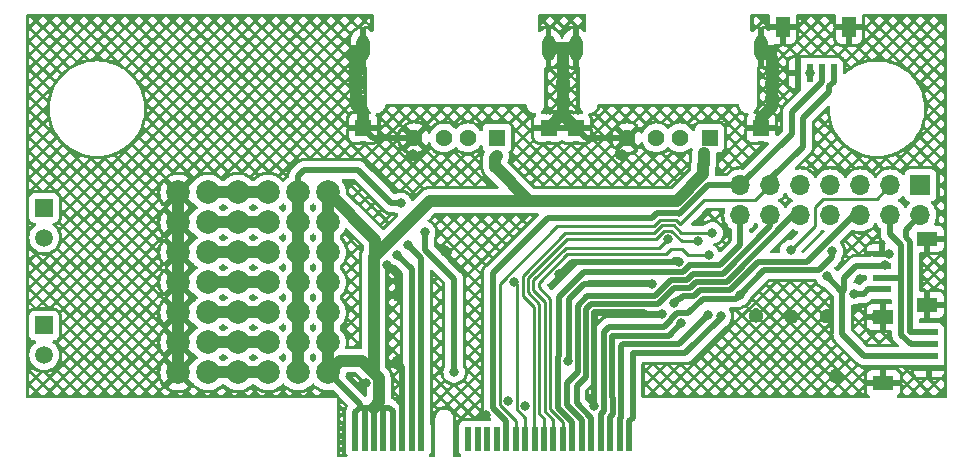
<source format=gbr>
%TF.GenerationSoftware,KiCad,Pcbnew,7.99.0-unknown-70ffd971e3~172~ubuntu22.04.1*%
%TF.CreationDate,2023-07-09T07:41:58-05:00*%
%TF.ProjectId,ext_pcb,6578745f-7063-4622-9e6b-696361645f70,rev?*%
%TF.SameCoordinates,Original*%
%TF.FileFunction,Copper,L2,Bot*%
%TF.FilePolarity,Positive*%
%FSLAX46Y46*%
G04 Gerber Fmt 4.6, Leading zero omitted, Abs format (unit mm)*
G04 Created by KiCad (PCBNEW 7.99.0-unknown-70ffd971e3~172~ubuntu22.04.1) date 2023-07-09 07:41:58*
%MOMM*%
%LPD*%
G01*
G04 APERTURE LIST*
%TA.AperFunction,ComponentPad*%
%ADD10C,2.000000*%
%TD*%
%TA.AperFunction,ComponentPad*%
%ADD11R,1.508000X1.508000*%
%TD*%
%TA.AperFunction,ComponentPad*%
%ADD12C,1.508000*%
%TD*%
%TA.AperFunction,ComponentPad*%
%ADD13R,1.700000X1.700000*%
%TD*%
%TA.AperFunction,ComponentPad*%
%ADD14O,1.700000X1.700000*%
%TD*%
%TA.AperFunction,SMDPad,CuDef*%
%ADD15R,0.600000X2.000000*%
%TD*%
%TA.AperFunction,SMDPad,CuDef*%
%ADD16R,0.600000X1.550000*%
%TD*%
%TA.AperFunction,SMDPad,CuDef*%
%ADD17R,1.200000X1.800000*%
%TD*%
%TA.AperFunction,ComponentPad*%
%ADD18R,1.431000X1.431000*%
%TD*%
%TA.AperFunction,ComponentPad*%
%ADD19C,1.431000*%
%TD*%
%TA.AperFunction,ComponentPad*%
%ADD20R,1.408000X1.408000*%
%TD*%
%TA.AperFunction,ComponentPad*%
%ADD21O,1.108000X2.216000*%
%TD*%
%TA.AperFunction,SMDPad,CuDef*%
%ADD22R,1.550000X0.600000*%
%TD*%
%TA.AperFunction,SMDPad,CuDef*%
%ADD23R,1.800000X1.200000*%
%TD*%
%TA.AperFunction,ViaPad*%
%ADD24C,0.800000*%
%TD*%
%TA.AperFunction,Conductor*%
%ADD25C,1.000000*%
%TD*%
%TA.AperFunction,Conductor*%
%ADD26C,0.500000*%
%TD*%
%TA.AperFunction,Conductor*%
%ADD27C,0.250000*%
%TD*%
G04 APERTURE END LIST*
D10*
%TO.P,REF\u002A\u002A,1*%
%TO.N,N/C*%
X127000000Y-83820000D03*
%TO.P,REF\u002A\u002A,2*%
X127000000Y-86360000D03*
%TO.P,REF\u002A\u002A,3*%
X127000000Y-88900000D03*
%TO.P,REF\u002A\u002A,4*%
X127000000Y-91440000D03*
%TO.P,REF\u002A\u002A,5*%
X127000000Y-93980000D03*
%TO.P,REF\u002A\u002A,6*%
X127000000Y-96520000D03*
%TO.P,REF\u002A\u002A,7*%
X127000000Y-99060000D03*
%TD*%
%TO.P,REF\u002A\u002A,1*%
%TO.N,N/C*%
X129540000Y-83820000D03*
%TO.P,REF\u002A\u002A,2*%
X129540000Y-86360000D03*
%TO.P,REF\u002A\u002A,3*%
X129540000Y-88900000D03*
%TO.P,REF\u002A\u002A,4*%
X129540000Y-91440000D03*
%TO.P,REF\u002A\u002A,5*%
X129540000Y-93980000D03*
%TO.P,REF\u002A\u002A,6*%
X129540000Y-96520000D03*
%TO.P,REF\u002A\u002A,7*%
X129540000Y-99060000D03*
%TD*%
%TO.P,REF\u002A\u002A,1*%
%TO.N,GND*%
X121920000Y-83820000D03*
%TO.P,REF\u002A\u002A,2*%
X121920000Y-86360000D03*
%TO.P,REF\u002A\u002A,3*%
X121920000Y-88900000D03*
%TO.P,REF\u002A\u002A,4*%
X121920000Y-91440000D03*
%TO.P,REF\u002A\u002A,5*%
X121920000Y-93980000D03*
%TO.P,REF\u002A\u002A,6*%
X121920000Y-96520000D03*
%TO.P,REF\u002A\u002A,7*%
X121920000Y-99060000D03*
%TD*%
D11*
%TO.P,J6,1,1*%
%TO.N,/SPK_LN*%
X110580250Y-95080000D03*
D12*
%TO.P,J6,2,2*%
%TO.N,/SPK_LP*%
X110580250Y-97580000D03*
%TD*%
D13*
%TO.P,J4,1,Pin_1*%
%TO.N,/GPIO38_CM6*%
X184765000Y-83215000D03*
D14*
%TO.P,J4,2,Pin_2*%
%TO.N,/GPIO45_CM_SCL0*%
X184765000Y-85755000D03*
%TO.P,J4,3,Pin_3*%
%TO.N,/GPIO37_CM27*%
X182225000Y-83215000D03*
%TO.P,J4,4,Pin_4*%
%TO.N,/GPIO44_CM_SDA0*%
X182225000Y-85755000D03*
%TO.P,J4,5,Pin_5*%
%TO.N,/GPIO36_CM26*%
X179685000Y-83215000D03*
%TO.P,J4,6,Pin_6*%
%TO.N,/GPIO43_CM23*%
X179685000Y-85755000D03*
%TO.P,J4,7,Pin_7*%
%TO.N,/GPIO35_CM25*%
X177145000Y-83215000D03*
%TO.P,J4,8,Pin_8*%
%TO.N,/CAM_PWR_EN*%
X177145000Y-85755000D03*
%TO.P,J4,9,Pin_9*%
%TO.N,/GPIO34_CM24*%
X174605000Y-83215000D03*
%TO.P,J4,10,Pin_10*%
%TO.N,/GPIO41_CM17*%
X174605000Y-85755000D03*
%TO.P,J4,11,Pin_11*%
%TO.N,/GPIO33_CM15_RX0*%
X172065000Y-83215000D03*
%TO.P,J4,12,Pin_12*%
%TO.N,/GPIO40_CM16*%
X172065000Y-85755000D03*
%TO.P,J4,13,Pin_13*%
%TO.N,/GPIO32_CM14_TX0*%
X169525000Y-83215000D03*
%TO.P,J4,14,Pin_14*%
%TO.N,/GPIO39_CM7*%
X169525000Y-85755000D03*
%TD*%
D11*
%TO.P,J5,1,1*%
%TO.N,/SPK_RN*%
X110580250Y-85140000D03*
D12*
%TO.P,J5,2,2*%
%TO.N,/SPK_RP*%
X110580250Y-87640000D03*
%TD*%
D15*
%TO.P,P1,2,SYS_5V*%
%TO.N,/5V*%
X136900000Y-104650000D03*
%TO.P,P1,4,SYS_5V*%
X137700000Y-104650000D03*
%TO.P,P1,6,SYS_5V*%
X138500000Y-104650000D03*
%TO.P,P1,8,SYS_5V*%
X139300000Y-104650000D03*
%TO.P,P1,10,SYS_5V*%
X140100000Y-104650000D03*
%TO.P,P1,12,GND*%
%TO.N,GND*%
X140900000Y-104650000D03*
%TO.P,P1,14,SPK_RP*%
%TO.N,/SPK_RP*%
X141700000Y-104650000D03*
%TO.P,P1,16,SPK_RN*%
%TO.N,/SPK_RN*%
X142500000Y-104650000D03*
%TO.P,P1,18,GPIO28*%
%TO.N,unconnected-(P1-GPIO28-Pad18)*%
X146500000Y-104650000D03*
%TO.P,P1,20,GPIO29*%
%TO.N,unconnected-(P1-GPIO29-Pad20)*%
X147300000Y-104650000D03*
%TO.P,P1,22,GPIO30*%
%TO.N,unconnected-(P1-GPIO30-Pad22)*%
X148100000Y-104650000D03*
%TO.P,P1,24,GPIO31*%
%TO.N,unconnected-(P1-GPIO31-Pad24)*%
X148900000Y-104650000D03*
%TO.P,P1,26,GPIO32*%
%TO.N,/GPIO32_CM14_TX0*%
X149700000Y-104650000D03*
%TO.P,P1,28,GPIO33*%
%TO.N,/GPIO33_CM15_RX0*%
X150500000Y-104650000D03*
%TO.P,P1,30,GPIO34*%
%TO.N,/GPIO34_CM24*%
X151300000Y-104650000D03*
%TO.P,P1,32,GPIO35*%
%TO.N,/GPIO35_CM25*%
X152100000Y-104650000D03*
%TO.P,P1,34,GPIO36*%
%TO.N,/GPIO36_CM26*%
X152900000Y-104650000D03*
%TO.P,P1,36,GPIO37*%
%TO.N,/GPIO37_CM27*%
X153700000Y-104650000D03*
%TO.P,P1,38,GPIO38*%
%TO.N,/GPIO38_CM6*%
X154500000Y-104650000D03*
%TO.P,P1,40,GPIO39*%
%TO.N,/GPIO39_CM7*%
X155300000Y-104650000D03*
%TO.P,P1,42,GPIO40*%
%TO.N,/GPIO40_CM16*%
X156100000Y-104650000D03*
%TO.P,P1,44,GPIO41*%
%TO.N,/GPIO41_CM17*%
X156900000Y-104650000D03*
%TO.P,P1,46,GPIO42*%
%TO.N,/CAM_PWR_EN*%
X157700000Y-104650000D03*
%TO.P,P1,48,GPIO43*%
%TO.N,/GPIO43_CM23*%
X158500000Y-104650000D03*
%TO.P,P1,50,GPIO44*%
%TO.N,/GPIO44_CM_SDA0*%
X159300000Y-104650000D03*
%TO.P,P1,52,GPIO45*%
%TO.N,/GPIO45_CM_SCL0*%
X160100000Y-104650000D03*
%TD*%
D10*
%TO.P,REF\u002A\u002A,1*%
%TO.N,/5V*%
X134620000Y-83820000D03*
%TO.P,REF\u002A\u002A,2*%
X134620000Y-86360000D03*
%TO.P,REF\u002A\u002A,3*%
X134620000Y-88900000D03*
%TO.P,REF\u002A\u002A,4*%
X134620000Y-91440000D03*
%TO.P,REF\u002A\u002A,5*%
X134620000Y-93980000D03*
%TO.P,REF\u002A\u002A,6*%
X134620000Y-96520000D03*
%TO.P,REF\u002A\u002A,7*%
X134620000Y-99060000D03*
%TD*%
%TO.P,REF\u002A\u002A,1*%
%TO.N,/3.3V*%
X132080000Y-83820000D03*
%TO.P,REF\u002A\u002A,2*%
X132080000Y-86360000D03*
%TO.P,REF\u002A\u002A,3*%
X132080000Y-88900000D03*
%TO.P,REF\u002A\u002A,4*%
X132080000Y-91440000D03*
%TO.P,REF\u002A\u002A,5*%
X132080000Y-93980000D03*
%TO.P,REF\u002A\u002A,6*%
X132080000Y-96520000D03*
%TO.P,REF\u002A\u002A,7*%
X132080000Y-99060000D03*
%TD*%
%TO.P,REF\u002A\u002A,1*%
%TO.N,N/C*%
X124460000Y-83820000D03*
%TO.P,REF\u002A\u002A,2*%
X124460000Y-86360000D03*
%TO.P,REF\u002A\u002A,3*%
X124460000Y-88900000D03*
%TO.P,REF\u002A\u002A,4*%
X124460000Y-91440000D03*
%TO.P,REF\u002A\u002A,5*%
X124460000Y-93980000D03*
%TO.P,REF\u002A\u002A,6*%
X124460000Y-96520000D03*
%TO.P,REF\u002A\u002A,7*%
X124460000Y-99060000D03*
%TD*%
D16*
%TO.P,J9,1,1*%
%TO.N,GND*%
X174420000Y-73700000D03*
%TO.P,J9,2,2*%
%TO.N,/3.3V*%
X175420000Y-73700000D03*
%TO.P,J9,3,3*%
%TO.N,/GPIO32_CM14_TX0*%
X176420000Y-73700000D03*
%TO.P,J9,4,4*%
%TO.N,/GPIO33_CM15_RX0*%
X177420000Y-73700000D03*
D17*
%TO.P,J9,S1,SHIELD*%
%TO.N,GND*%
X173120000Y-69825000D03*
%TO.P,J9,S2,SHIELD*%
X178720000Y-69825000D03*
%TD*%
D18*
%TO.P,J2,1,1*%
%TO.N,/5V*%
X148927800Y-79197200D03*
D19*
%TO.P,J2,2,2*%
%TO.N,/DM3*%
X146427800Y-79197200D03*
%TO.P,J2,3,3*%
%TO.N,/DP3*%
X144427800Y-79197200D03*
%TO.P,J2,4,4*%
%TO.N,GND*%
X141927800Y-79197200D03*
D20*
%TO.P,J2,MH1,MH1*%
X137577800Y-78347200D03*
%TO.P,J2,MH2,MH2*%
X153277800Y-78347200D03*
D21*
%TO.P,J2,MH3,MH3*%
X137577800Y-71547200D03*
%TO.P,J2,MH4,MH4*%
X153277800Y-71547200D03*
%TD*%
D18*
%TO.P,J3,1,1*%
%TO.N,/5V*%
X166918400Y-79197200D03*
D19*
%TO.P,J3,2,2*%
%TO.N,/DM4*%
X164418400Y-79197200D03*
%TO.P,J3,3,3*%
%TO.N,/DP4*%
X162418400Y-79197200D03*
%TO.P,J3,4,4*%
%TO.N,GND*%
X159918400Y-79197200D03*
D20*
%TO.P,J3,MH1,MH1*%
X155568400Y-78347200D03*
%TO.P,J3,MH2,MH2*%
X171268400Y-78347200D03*
D21*
%TO.P,J3,MH3,MH3*%
X155568400Y-71547200D03*
%TO.P,J3,MH4,MH4*%
X171268400Y-71547200D03*
%TD*%
D22*
%TO.P,J7,1,1*%
%TO.N,GND*%
X185500000Y-98660000D03*
%TO.P,J7,2,2*%
%TO.N,/3.3V*%
X185500000Y-97660000D03*
%TO.P,J7,3,3*%
%TO.N,/GPIO44_CM_SDA0*%
X185500000Y-96660000D03*
%TO.P,J7,4,4*%
%TO.N,/GPIO45_CM_SCL0*%
X185500000Y-95660000D03*
D23*
%TO.P,J7,S1,SHIELD*%
%TO.N,GND*%
X181625000Y-99960000D03*
%TO.P,J7,S2,SHIELD*%
X181625000Y-94360000D03*
%TD*%
D22*
%TO.P,J8,1,1*%
%TO.N,GND*%
X181485000Y-89020000D03*
%TO.P,J8,2,2*%
%TO.N,/3.3V*%
X181485000Y-90020000D03*
%TO.P,J8,3,3*%
%TO.N,/GPIO44_CM_SDA0*%
X181485000Y-91020000D03*
%TO.P,J8,4,4*%
%TO.N,/GPIO45_CM_SCL0*%
X181485000Y-92020000D03*
D23*
%TO.P,J8,S1,SHIELD*%
%TO.N,GND*%
X185360000Y-87720000D03*
%TO.P,J8,S2,SHIELD*%
X185360000Y-93320000D03*
%TD*%
D24*
%TO.N,/3.3V*%
X140766800Y-84734400D03*
X176860000Y-90920000D03*
X181768603Y-89943091D03*
X145288000Y-99034600D03*
X142798800Y-87172800D03*
X175420000Y-73700000D03*
%TO.N,/5V*%
X148790000Y-81670000D03*
X166436000Y-80470000D03*
X148920000Y-80710000D03*
X166380000Y-81450000D03*
%TO.N,/CAM_PWR_EN*%
X177318481Y-88757915D03*
X169452006Y-92492006D03*
%TO.N,/GPIO38_CM6*%
X166840000Y-89150000D03*
%TO.N,/SPK_RP*%
X140487400Y-89089600D03*
%TO.N,/GPIO37_CM27*%
X173800000Y-88730000D03*
X163380031Y-87780000D03*
%TO.N,/GPIO36_CM26*%
X165963625Y-87965147D03*
%TO.N,/GPIO35_CM25*%
X167146201Y-87250000D03*
%TO.N,/GPIO34_CM24*%
X150357500Y-91356459D03*
%TO.N,/GPIO45_CM_SCL0*%
X167840000Y-94300000D03*
X179130000Y-92400000D03*
%TO.N,/GPIO44_CM_SDA0*%
X166763959Y-94223959D03*
%TO.N,/GPIO43_CM23*%
X164469106Y-94900001D03*
X163877577Y-93187577D03*
%TO.N,/SPK_RN*%
X141401800Y-88239600D03*
%TO.N,GND*%
X147980575Y-102643184D03*
X136990000Y-74500000D03*
X180900000Y-94330000D03*
X181670000Y-99980000D03*
X173840000Y-94320000D03*
X181850000Y-94340000D03*
X162070518Y-91600518D03*
X179660000Y-91170000D03*
X154900000Y-98079543D03*
X149871416Y-101493465D03*
X140570000Y-92450000D03*
X154150000Y-90760000D03*
X137030000Y-75890000D03*
X172190000Y-73250000D03*
X176850000Y-94310000D03*
X157164182Y-101937900D03*
X144473625Y-88892089D03*
X137000000Y-73270000D03*
X185410000Y-87710000D03*
X151315000Y-101890015D03*
X154490000Y-76050000D03*
X137799181Y-99970217D03*
X172220000Y-75810000D03*
X164334321Y-89670000D03*
X185350000Y-93340000D03*
X154490000Y-74540000D03*
X182110000Y-89000000D03*
X162070520Y-91600520D03*
X162904159Y-94088189D03*
X162070519Y-91600519D03*
X154510000Y-72940000D03*
X141840000Y-80580000D03*
X177600000Y-99360000D03*
X172220000Y-74540000D03*
X170840000Y-94230000D03*
X159490000Y-80530000D03*
X139620000Y-89939600D03*
X140520000Y-98250000D03*
%TD*%
D25*
%TO.N,/5V*%
X148920000Y-80710000D02*
X148765000Y-80865000D01*
X148765000Y-81645000D02*
X148790000Y-81670000D01*
X148765000Y-80865000D02*
X148765000Y-81645000D01*
%TO.N,*%
X124460000Y-88900000D02*
X129540000Y-88900000D01*
X124460000Y-99060000D02*
X129540000Y-99060000D01*
X124460000Y-86360000D02*
X129540000Y-86360000D01*
X124460000Y-96520000D02*
X129540000Y-96520000D01*
X124460000Y-83820000D02*
X129540000Y-83820000D01*
X124460000Y-91440000D02*
X129540000Y-91440000D01*
X124460000Y-93980000D02*
X129540000Y-93980000D01*
D26*
%TO.N,/3.3V*%
X178280000Y-92100000D02*
X178280000Y-91070000D01*
X132562600Y-81915000D02*
X132080000Y-82397600D01*
X145288000Y-99034600D02*
X145288000Y-91135851D01*
X176860000Y-90920000D02*
X178160000Y-92220000D01*
X178160000Y-92220000D02*
X178280000Y-92100000D01*
D25*
X132080000Y-99060000D02*
X132080000Y-83820000D01*
D26*
X137160000Y-81915000D02*
X132562600Y-81915000D01*
X178280000Y-91070000D02*
X179330000Y-90020000D01*
X139979400Y-84734400D02*
X137160000Y-81915000D01*
X140766800Y-84734400D02*
X139979400Y-84734400D01*
X132080000Y-82397600D02*
X132080000Y-83820000D01*
X179330000Y-90020000D02*
X181485000Y-90020000D01*
X145288000Y-91135851D02*
X142798800Y-88646651D01*
X178160000Y-92220000D02*
X178160000Y-95830000D01*
X178160000Y-95830000D02*
X179990000Y-97660000D01*
X179990000Y-97660000D02*
X185500000Y-97660000D01*
X142798800Y-88646651D02*
X142798800Y-87172800D01*
D25*
%TO.N,/5V*%
X151650000Y-84530000D02*
X151640000Y-84520000D01*
X138470000Y-89284365D02*
X138627183Y-89127183D01*
D26*
X140090000Y-102340000D02*
X139780000Y-102030000D01*
X137700000Y-102080000D02*
X137650000Y-102030000D01*
X137650000Y-102030000D02*
X137290000Y-102030000D01*
X140100000Y-104650000D02*
X140100000Y-102679950D01*
D25*
X151640000Y-84520000D02*
X143234365Y-84520000D01*
X166380000Y-81450000D02*
X166436000Y-81394000D01*
D26*
X137290000Y-101730000D02*
X134620000Y-99060000D01*
D25*
X148790000Y-81670000D02*
X151650000Y-84530000D01*
X134620000Y-99060000D02*
X135620000Y-98060000D01*
X138470000Y-89284365D02*
X138470000Y-99085400D01*
X138627183Y-87827183D02*
X134620000Y-83820000D01*
X143234365Y-84520000D02*
X138470000Y-89284365D01*
D26*
X138500000Y-104650000D02*
X138500000Y-102060000D01*
X138500000Y-102060000D02*
X138470000Y-102030000D01*
D25*
X137444600Y-98060000D02*
X138470000Y-99085400D01*
X151650000Y-84530000D02*
X164116498Y-84530000D01*
X166436000Y-81394000D02*
X166436000Y-80470000D01*
X164116498Y-84530000D02*
X166380000Y-82266498D01*
D26*
X137290000Y-102030000D02*
X136900000Y-102420000D01*
X136900000Y-102420000D02*
X136900000Y-104650000D01*
X139780000Y-102030000D02*
X139280000Y-102030000D01*
D25*
X166380000Y-82266498D02*
X166380000Y-81450000D01*
D26*
X140100000Y-102679950D02*
X140090000Y-102669949D01*
X137290000Y-102030000D02*
X137290000Y-101730000D01*
X138470000Y-102030000D02*
X137650000Y-102030000D01*
X139300000Y-104650000D02*
X139300000Y-102050000D01*
X139280000Y-102030000D02*
X138470000Y-102030000D01*
X140090000Y-102669949D02*
X140090000Y-102340000D01*
D25*
X138470000Y-99085400D02*
X138900117Y-99515517D01*
X134620000Y-99060000D02*
X134620000Y-83820000D01*
X138900117Y-101599883D02*
X138470000Y-102030000D01*
X138627183Y-89127183D02*
X138627183Y-87827183D01*
X138900117Y-99515517D02*
X138900117Y-101599883D01*
X135620000Y-98060000D02*
X137444600Y-98060000D01*
D26*
X139300000Y-102050000D02*
X139280000Y-102030000D01*
X137700000Y-104650000D02*
X137700000Y-102080000D01*
%TO.N,/CAM_PWR_EN*%
X169452006Y-92492006D02*
X171544012Y-90400000D01*
X169144012Y-92800000D02*
X169452006Y-92492006D01*
X171544012Y-90400000D02*
X176177918Y-90400000D01*
X158393020Y-95187031D02*
X163080205Y-95187031D01*
X157940000Y-101456497D02*
X157940000Y-95640051D01*
X163619106Y-94648130D02*
X163619106Y-94547919D01*
X164117024Y-94050001D02*
X165116199Y-94050001D01*
X157700000Y-104650000D02*
X157700000Y-102604164D01*
X157940000Y-95640051D02*
X158393020Y-95187031D01*
X157700000Y-102604164D02*
X158014182Y-102289982D01*
X165116199Y-94050001D02*
X166366200Y-92800000D01*
X163619106Y-94547919D02*
X164117024Y-94050001D01*
X166366200Y-92800000D02*
X169144012Y-92800000D01*
X158014182Y-101530679D02*
X157940000Y-101456497D01*
X176177918Y-90400000D02*
X177318481Y-89259437D01*
X158014182Y-102289982D02*
X158014182Y-101530679D01*
X177318481Y-89259437D02*
X177318481Y-88757915D01*
X163080205Y-95187031D02*
X163619106Y-94648130D01*
D27*
%TO.N,/GPIO38_CM6*%
X152432500Y-91445037D02*
X154835215Y-89042322D01*
X152432500Y-91844963D02*
X152432500Y-91445037D01*
X154835215Y-89042322D02*
X163198822Y-89042322D01*
X165108694Y-89150000D02*
X166840000Y-89150000D01*
X153405000Y-102173873D02*
X153405000Y-92817463D01*
X154500000Y-103268873D02*
X153405000Y-102173873D01*
X164572927Y-88614233D02*
X165108694Y-89150000D01*
X153405000Y-92817463D02*
X152432500Y-91844963D01*
X163626911Y-88614233D02*
X164572927Y-88614233D01*
X154500000Y-104650000D02*
X154500000Y-103268873D01*
X163198822Y-89042322D02*
X163626911Y-88614233D01*
D26*
%TO.N,/SPK_RP*%
X141700000Y-90302200D02*
X140487400Y-89089600D01*
X140462000Y-88925400D02*
X140462000Y-89064200D01*
X141700000Y-104650000D02*
X141700000Y-90302200D01*
X140462000Y-89064200D02*
X140487400Y-89089600D01*
D27*
%TO.N,/GPIO37_CM27*%
X154755032Y-88486109D02*
X162673922Y-88486109D01*
X162673922Y-88486109D02*
X163380031Y-87780000D01*
X152955000Y-93053859D02*
X151982500Y-92081359D01*
X151982500Y-91258641D02*
X154755032Y-88486109D01*
X173800000Y-88730000D02*
X175860000Y-86670000D01*
X175860000Y-86670000D02*
X175860000Y-85070000D01*
X153700000Y-103105269D02*
X152955000Y-102360269D01*
X153700000Y-104650000D02*
X153700000Y-103105269D01*
X176540000Y-84390000D02*
X181050000Y-84390000D01*
X181050000Y-84390000D02*
X182225000Y-83215000D01*
X151982500Y-92081359D02*
X151982500Y-91258641D01*
X152955000Y-102360269D02*
X152955000Y-93053859D01*
X175860000Y-85070000D02*
X176540000Y-84390000D01*
%TO.N,/GPIO36_CM26*%
X154879745Y-87725000D02*
X162409726Y-87725000D01*
X163680336Y-87055000D02*
X164590483Y-87965147D01*
X164590483Y-87965147D02*
X165963625Y-87965147D01*
X152900000Y-104650000D02*
X152900000Y-102941665D01*
X151532500Y-92267755D02*
X151532500Y-91072245D01*
X162409726Y-87725000D02*
X163079726Y-87055000D01*
X151532500Y-91072245D02*
X154879745Y-87725000D01*
X152900000Y-102941665D02*
X152505000Y-102546665D01*
X163079726Y-87055000D02*
X163680336Y-87055000D01*
X152505000Y-93240255D02*
X151532500Y-92267755D01*
X152505000Y-102546665D02*
X152505000Y-93240255D01*
%TO.N,/GPIO35_CM25*%
X152100000Y-104650000D02*
X152055000Y-104605000D01*
X167136348Y-87240147D02*
X167146201Y-87250000D01*
X162223330Y-87275000D02*
X162893330Y-86605000D01*
X163866732Y-86605000D02*
X164501879Y-87240147D01*
X151082500Y-92554151D02*
X151082500Y-90885849D01*
X164501879Y-87240147D02*
X167136348Y-87240147D01*
X152055000Y-104605000D02*
X152055000Y-93526651D01*
X154693349Y-87275000D02*
X162223330Y-87275000D01*
X152055000Y-93526651D02*
X151082500Y-92554151D01*
X162893330Y-86605000D02*
X163866732Y-86605000D01*
X151082500Y-90885849D02*
X154693349Y-87275000D01*
%TO.N,/GPIO34_CM24*%
X150590000Y-101589710D02*
X150605000Y-101574710D01*
X151300000Y-104650000D02*
X151300000Y-102900320D01*
X151300000Y-102900320D02*
X150590000Y-102190320D01*
X150590000Y-102190320D02*
X150590000Y-101589710D01*
X150605000Y-101574710D02*
X150605000Y-91603959D01*
X150605000Y-91603959D02*
X150357500Y-91356459D01*
D26*
%TO.N,/GPIO45_CM_SCL0*%
X183920000Y-87990000D02*
X183920000Y-95660000D01*
X179980000Y-92400000D02*
X180360000Y-92020000D01*
X167840000Y-94450000D02*
X167840000Y-94300000D01*
X160100000Y-104650000D02*
X160100000Y-103174010D01*
X160390000Y-97430000D02*
X164860000Y-97430000D01*
X180360000Y-92020000D02*
X181485000Y-92020000D01*
X183520000Y-87590000D02*
X183920000Y-87990000D01*
X160100000Y-103174010D02*
X160390000Y-102884010D01*
X179130000Y-92400000D02*
X179980000Y-92400000D01*
X183520000Y-87000000D02*
X183520000Y-87590000D01*
X164860000Y-97430000D02*
X167840000Y-94450000D01*
X183920000Y-95660000D02*
X185500000Y-95660000D01*
X160390000Y-102884010D02*
X160390000Y-97430000D01*
X184765000Y-85755000D02*
X183520000Y-87000000D01*
%TO.N,/GPIO44_CM_SDA0*%
X182180000Y-87340000D02*
X183120000Y-88280000D01*
X182180000Y-85800000D02*
X182180000Y-87340000D01*
X159414182Y-102869880D02*
X159414182Y-96802316D01*
X159300000Y-102984063D02*
X159414182Y-102869880D01*
X183090000Y-91020000D02*
X181485000Y-91020000D01*
X183120000Y-91050000D02*
X183090000Y-91020000D01*
X183120000Y-88280000D02*
X183120000Y-91050000D01*
X183930051Y-96660000D02*
X185500000Y-96660000D01*
X159300000Y-104650000D02*
X159300000Y-102984063D01*
X183120000Y-91050000D02*
X183120000Y-95849949D01*
X183120000Y-95849949D02*
X183930051Y-96660000D01*
X164317918Y-96670000D02*
X166763959Y-94223959D01*
X159546498Y-96670000D02*
X164317918Y-96670000D01*
X182225000Y-85755000D02*
X182180000Y-85800000D01*
X159414182Y-96802316D02*
X159546498Y-96670000D01*
%TO.N,/GPIO43_CM23*%
X171041931Y-89700000D02*
X168641929Y-92100000D01*
X166076251Y-92100000D02*
X165556250Y-92620000D01*
X165556250Y-92620000D02*
X165033057Y-92620000D01*
X165033057Y-92620000D02*
X165033050Y-92620007D01*
X179119314Y-85755000D02*
X175174314Y-89700000D01*
X164674204Y-92620002D02*
X164657286Y-92620000D01*
X158500000Y-102794114D02*
X158714182Y-102579931D01*
X168641929Y-92100000D02*
X166076251Y-92100000D01*
X158640000Y-101166548D02*
X158640000Y-95930000D01*
X158714182Y-101240730D02*
X158640000Y-101166548D01*
X179685000Y-85755000D02*
X179119314Y-85755000D01*
X158640000Y-95930000D02*
X163439107Y-95930000D01*
X164674209Y-92620007D02*
X164674204Y-92620002D01*
X164427283Y-92850003D02*
X164215151Y-92850003D01*
X175174314Y-89700000D02*
X171041931Y-89700000D01*
X164215151Y-92850003D02*
X163877577Y-93187577D01*
X165033050Y-92620007D02*
X164674209Y-92620007D01*
X158500000Y-104650000D02*
X158500000Y-102794114D01*
X158714182Y-102579931D02*
X158714182Y-101240730D01*
X163439107Y-95930000D02*
X164469106Y-94900001D01*
X164657286Y-92620000D02*
X164427283Y-92850003D01*
%TO.N,/GPIO41_CM17*%
X155650000Y-101625800D02*
X156900000Y-102875800D01*
X156860051Y-93270000D02*
X156450000Y-93680051D01*
X174605000Y-85755000D02*
X173996980Y-85755000D01*
X165266301Y-91920000D02*
X163943072Y-91920000D01*
X173996980Y-85755000D02*
X168351980Y-91400000D01*
X161619949Y-93270000D02*
X156860051Y-93270000D01*
X165786302Y-91400000D02*
X165266301Y-91920000D01*
X156450000Y-93680051D02*
X156450000Y-99413073D01*
X168351980Y-91400000D02*
X165786302Y-91400000D01*
X161649949Y-93300000D02*
X161619949Y-93270000D01*
X156900000Y-102875800D02*
X156900000Y-104650000D01*
X162563072Y-93300000D02*
X161649949Y-93300000D01*
X155650000Y-100213072D02*
X155650000Y-101625800D01*
X156450000Y-99413073D02*
X155650000Y-100213072D01*
X163943072Y-91920000D02*
X162563072Y-93300000D01*
%TO.N,/GPIO40_CM16*%
X156100000Y-103065750D02*
X156100000Y-104650000D01*
X154850000Y-101815750D02*
X156100000Y-103065750D01*
X172065000Y-85755000D02*
X172065000Y-86697031D01*
X172065000Y-86697031D02*
X168062031Y-90700000D01*
X163653122Y-91220000D02*
X162273122Y-92600000D01*
X161909898Y-92570000D02*
X156570101Y-92570000D01*
X156570101Y-92570000D02*
X155750000Y-93390102D01*
X154850000Y-99920101D02*
X154850000Y-101815750D01*
X165496353Y-90700000D02*
X164976352Y-91220000D01*
X155750000Y-93390102D02*
X155750000Y-99020101D01*
X155750000Y-99020101D02*
X154850000Y-99920101D01*
X168062031Y-90700000D02*
X165496353Y-90700000D01*
X164976352Y-91220000D02*
X163653122Y-91220000D01*
X162273122Y-92600000D02*
X161939899Y-92600000D01*
X161939899Y-92600000D02*
X161909898Y-92570000D01*
%TO.N,/GPIO39_CM7*%
X155300000Y-103255699D02*
X155300000Y-104650000D01*
X154130000Y-92650000D02*
X154130000Y-97647461D01*
X167772082Y-90000000D02*
X165184321Y-90000000D01*
X169525000Y-88247082D02*
X167772082Y-90000000D01*
X165184321Y-90022082D02*
X164686403Y-90520000D01*
X154050000Y-97727461D02*
X154050000Y-98431625D01*
X154121884Y-98503509D02*
X154121884Y-102077583D01*
X154050000Y-98431625D02*
X154121884Y-98503509D01*
X169525000Y-85755000D02*
X169525000Y-88247082D01*
X164686403Y-90520000D02*
X156260000Y-90520000D01*
X156260000Y-90520000D02*
X154130000Y-92650000D01*
X154121884Y-102077583D02*
X155300000Y-103255699D01*
X165184321Y-90000000D02*
X165184321Y-90022082D01*
X154130000Y-97647461D02*
X154050000Y-97727461D01*
%TO.N,/SPK_RN*%
X142500000Y-89337800D02*
X141401800Y-88239600D01*
X142500000Y-104650000D02*
X142500000Y-89337800D01*
D25*
%TO.N,GND*%
X154510000Y-76070000D02*
X154510000Y-77115000D01*
D26*
X138427800Y-79197200D02*
X137577800Y-78347200D01*
X157150000Y-101923718D02*
X157164182Y-101937900D01*
D25*
X154510000Y-77115000D02*
X153277800Y-78347200D01*
X154490000Y-74540000D02*
X154510000Y-74560000D01*
X154510000Y-74520000D02*
X154490000Y-74540000D01*
X137030000Y-75890000D02*
X137000000Y-75860000D01*
X154510000Y-77288800D02*
X155568400Y-78347200D01*
D26*
X156418400Y-79197200D02*
X155568400Y-78347200D01*
X155240000Y-89670000D02*
X154150000Y-90760000D01*
D25*
X154510000Y-71547200D02*
X155568400Y-71547200D01*
D26*
X164334321Y-89670000D02*
X155240000Y-89670000D01*
D25*
X154510000Y-72940000D02*
X154510000Y-74520000D01*
X154510000Y-71547200D02*
X154510000Y-72940000D01*
X137000000Y-72125000D02*
X137577800Y-71547200D01*
X154490000Y-76050000D02*
X154510000Y-76070000D01*
X172180000Y-73260000D02*
X172190000Y-73250000D01*
X172180000Y-74500000D02*
X172180000Y-73260000D01*
D26*
X156249531Y-91600520D02*
X154980000Y-92870051D01*
D25*
X137000000Y-74510000D02*
X136990000Y-74500000D01*
D26*
X154980000Y-92870051D02*
X154980000Y-97999543D01*
D25*
X137577800Y-76950071D02*
X137000000Y-76372271D01*
X172180000Y-74580000D02*
X172220000Y-74540000D01*
X172220000Y-75810000D02*
X172180000Y-75770000D01*
X154510000Y-74560000D02*
X154510000Y-76030000D01*
X172180000Y-75770000D02*
X172180000Y-74580000D01*
D26*
X161330000Y-93970000D02*
X157150000Y-93970000D01*
X161448189Y-94088189D02*
X161330000Y-93970000D01*
X140900000Y-98630000D02*
X140520000Y-98250000D01*
D25*
X172180000Y-73240000D02*
X172180000Y-72458800D01*
X137000000Y-75920000D02*
X137030000Y-75890000D01*
D26*
X157150000Y-93970000D02*
X157150000Y-101923718D01*
D25*
X154510000Y-77115000D02*
X154510000Y-77288800D01*
X137000000Y-75860000D02*
X137000000Y-74510000D01*
X137577800Y-78347200D02*
X137577800Y-76950071D01*
D26*
X159918400Y-79197200D02*
X156418400Y-79197200D01*
D25*
X172180000Y-75850000D02*
X172220000Y-75810000D01*
X136990000Y-74500000D02*
X137000000Y-74490000D01*
D26*
X140900000Y-104650000D02*
X140900000Y-98630000D01*
X154980000Y-97999543D02*
X154900000Y-98079543D01*
D25*
X171268400Y-78347200D02*
X171268400Y-77471600D01*
D26*
X140570000Y-92450000D02*
X140570000Y-90889600D01*
X140570000Y-90889600D02*
X139620000Y-89939600D01*
D25*
X172180000Y-72458800D02*
X171268400Y-71547200D01*
X172190000Y-73250000D02*
X172180000Y-73240000D01*
X137000000Y-73270000D02*
X137000000Y-72125000D01*
X137000000Y-74490000D02*
X137000000Y-73270000D01*
X137000000Y-76372271D02*
X137000000Y-75920000D01*
D26*
X141927800Y-79197200D02*
X138427800Y-79197200D01*
D25*
X121920000Y-99060000D02*
X121920000Y-83820000D01*
X154510000Y-76030000D02*
X154490000Y-76050000D01*
D26*
X162070520Y-91600520D02*
X156249531Y-91600520D01*
X162904159Y-94088189D02*
X161448189Y-94088189D01*
D25*
X172220000Y-74540000D02*
X172180000Y-74500000D01*
X172180000Y-76560000D02*
X172180000Y-75850000D01*
X171268400Y-77471600D02*
X172180000Y-76560000D01*
X153277800Y-71547200D02*
X154510000Y-71547200D01*
D27*
%TO.N,/GPIO33_CM15_RX0*%
X164053128Y-86155000D02*
X164399064Y-86500936D01*
D26*
X172065000Y-82715000D02*
X172065000Y-83215000D01*
D27*
X149146416Y-101793770D02*
X149146416Y-91542238D01*
X149146416Y-91542238D02*
X154023654Y-86665000D01*
X162196934Y-86665000D02*
X162706934Y-86155000D01*
X166410000Y-84490000D02*
X170790000Y-84490000D01*
D26*
X177420000Y-73700000D02*
X177420000Y-74432230D01*
D27*
X164399064Y-86500936D02*
X166410000Y-84490000D01*
D26*
X177024239Y-75315761D02*
X174830000Y-77510000D01*
X174830000Y-79950000D02*
X172065000Y-82715000D01*
D27*
X150500000Y-103147354D02*
X149146416Y-101793770D01*
D26*
X177420000Y-74432230D02*
X177024239Y-74827993D01*
D27*
X154023654Y-86665000D02*
X162196934Y-86665000D01*
X150500000Y-104650000D02*
X150500000Y-103147354D01*
X162706934Y-86155000D02*
X164053128Y-86155000D01*
D26*
X174830000Y-77510000D02*
X174830000Y-79950000D01*
D27*
X170790000Y-84490000D02*
X172065000Y-83215000D01*
D26*
X177024239Y-74827993D02*
X177024239Y-75315761D01*
%TO.N,/GPIO32_CM14_TX0*%
X169525000Y-83215000D02*
X166775000Y-83215000D01*
X169525000Y-83215000D02*
X173890000Y-78850000D01*
X164291301Y-85580000D02*
X162468761Y-85580000D01*
X164350650Y-85639350D02*
X164291301Y-85580000D01*
X176420000Y-74442280D02*
X176420000Y-73700000D01*
X166775000Y-83215000D02*
X164350650Y-85639350D01*
X173890000Y-78850000D02*
X173890000Y-76972280D01*
X148571416Y-90668584D02*
X148571416Y-102031943D01*
X149700000Y-103160526D02*
X149700000Y-104650000D01*
X173890000Y-76972280D02*
X176420000Y-74442280D01*
X153230000Y-86010000D02*
X148571416Y-90668584D01*
X162038762Y-86010000D02*
X153230000Y-86010000D01*
X148571416Y-102031943D02*
X149700000Y-103160526D01*
X162468761Y-85580000D02*
X162038762Y-86010000D01*
%TD*%
%TA.AperFunction,Conductor*%
%TO.N,GND*%
G36*
X138420330Y-68717389D02*
G01*
X138466089Y-68770189D01*
X138477300Y-68821711D01*
X138477300Y-70105723D01*
X138457615Y-70172762D01*
X138404811Y-70218517D01*
X138335653Y-70228461D01*
X138274636Y-70201577D01*
X138166207Y-70112593D01*
X137983103Y-70014720D01*
X137827800Y-69967609D01*
X137827800Y-70981068D01*
X137803343Y-70941569D01*
X137713838Y-70873978D01*
X137605960Y-70843284D01*
X137494279Y-70853633D01*
X137393878Y-70903627D01*
X137327800Y-70976109D01*
X137327800Y-69967609D01*
X137327799Y-69967609D01*
X137172496Y-70014720D01*
X136989393Y-70112593D01*
X136828902Y-70244302D01*
X136697193Y-70404793D01*
X136599320Y-70587897D01*
X136539049Y-70786581D01*
X136523800Y-70941421D01*
X136523800Y-71297200D01*
X137277800Y-71297200D01*
X137277800Y-71797200D01*
X136523800Y-71797200D01*
X136523800Y-72152978D01*
X136539049Y-72307818D01*
X136599320Y-72506502D01*
X136697193Y-72689606D01*
X136828902Y-72850097D01*
X136989393Y-72981806D01*
X137172496Y-73079679D01*
X137327800Y-73126789D01*
X137327800Y-72113331D01*
X137352257Y-72152831D01*
X137441762Y-72220422D01*
X137549640Y-72251116D01*
X137661321Y-72240767D01*
X137761722Y-72190773D01*
X137827800Y-72118290D01*
X137827800Y-73126789D01*
X137877167Y-73163402D01*
X137919287Y-73219148D01*
X137927300Y-73263000D01*
X137927300Y-76302877D01*
X137924051Y-76313938D01*
X137926910Y-76339303D01*
X137927300Y-76346250D01*
X137927300Y-76346700D01*
X137927300Y-76347200D01*
X137927300Y-76426081D01*
X137932678Y-76451383D01*
X137937896Y-76475933D01*
X137937064Y-76486829D01*
X137943780Y-76506022D01*
X137945903Y-76513603D01*
X137960100Y-76580395D01*
X137960100Y-76580396D01*
X137984286Y-76634718D01*
X137985920Y-76646906D01*
X137994242Y-76660151D01*
X138002527Y-76675687D01*
X138024267Y-76724516D01*
X138024270Y-76724521D01*
X138063547Y-76778581D01*
X138068182Y-76791573D01*
X138078851Y-76802242D01*
X138091485Y-76817034D01*
X138116998Y-76852149D01*
X138171865Y-76901551D01*
X138180353Y-76915330D01*
X138225650Y-76966541D01*
X138236298Y-77035594D01*
X138207923Y-77099443D01*
X138149534Y-77137815D01*
X138113387Y-77143200D01*
X137827800Y-77143200D01*
X137827800Y-77271922D01*
X137744060Y-77223575D01*
X137611808Y-77193390D01*
X137476535Y-77203527D01*
X137350259Y-77253087D01*
X137327800Y-77270997D01*
X137327800Y-77143200D01*
X136825955Y-77143200D01*
X136766427Y-77149601D01*
X136766420Y-77149603D01*
X136631713Y-77199845D01*
X136631706Y-77199849D01*
X136516612Y-77286009D01*
X136516609Y-77286012D01*
X136430449Y-77401106D01*
X136430445Y-77401113D01*
X136380203Y-77535820D01*
X136380201Y-77535827D01*
X136373800Y-77595355D01*
X136373800Y-78097200D01*
X137127800Y-78097200D01*
X137127800Y-78597200D01*
X136373800Y-78597200D01*
X136373800Y-79099044D01*
X136380201Y-79158572D01*
X136380203Y-79158579D01*
X136430445Y-79293286D01*
X136430449Y-79293293D01*
X136516609Y-79408387D01*
X136516612Y-79408390D01*
X136631706Y-79494550D01*
X136631713Y-79494554D01*
X136766420Y-79544796D01*
X136766427Y-79544798D01*
X136825955Y-79551199D01*
X136825972Y-79551200D01*
X137327800Y-79551200D01*
X137327800Y-79422477D01*
X137411540Y-79470825D01*
X137543792Y-79501010D01*
X137679065Y-79490873D01*
X137805341Y-79441313D01*
X137827800Y-79423402D01*
X137827800Y-79551200D01*
X138329628Y-79551200D01*
X138329644Y-79551199D01*
X138389172Y-79544798D01*
X138389179Y-79544796D01*
X138432595Y-79528603D01*
X138890016Y-79528603D01*
X138910525Y-79549112D01*
X139314990Y-79144646D01*
X139667129Y-79144646D01*
X140071594Y-79549111D01*
X140434770Y-79185935D01*
X140434943Y-79182015D01*
X140441257Y-79109843D01*
X140071595Y-78740181D01*
X139667129Y-79144646D01*
X139314990Y-79144646D01*
X139054800Y-78884456D01*
X139054800Y-79104351D01*
X139054693Y-79108337D01*
X139054128Y-79118873D01*
X139053812Y-79122855D01*
X139045714Y-79198165D01*
X139045184Y-79201981D01*
X139044269Y-79207336D01*
X139043493Y-79211147D01*
X139038672Y-79231555D01*
X139037658Y-79235317D01*
X139036078Y-79240521D01*
X139034843Y-79244172D01*
X138976757Y-79399911D01*
X138975064Y-79403998D01*
X138972483Y-79409651D01*
X138970499Y-79413615D01*
X138959014Y-79434646D01*
X138956744Y-79438470D01*
X138953384Y-79443695D01*
X138950870Y-79447314D01*
X138890016Y-79528603D01*
X138432595Y-79528603D01*
X138523886Y-79494554D01*
X138523893Y-79494550D01*
X138638987Y-79408390D01*
X138638990Y-79408387D01*
X138725150Y-79293293D01*
X138725154Y-79293286D01*
X138775396Y-79158579D01*
X138775398Y-79158572D01*
X138781799Y-79099044D01*
X138781800Y-79099027D01*
X138781800Y-78597200D01*
X138027800Y-78597200D01*
X138027800Y-78564112D01*
X139086594Y-78564112D01*
X139491060Y-78968577D01*
X139895525Y-78564112D01*
X140247663Y-78564112D01*
X140491177Y-78807626D01*
X140519782Y-78700871D01*
X140521739Y-78694661D01*
X140527670Y-78678371D01*
X140530155Y-78672371D01*
X140627357Y-78463919D01*
X140630358Y-78458151D01*
X140639030Y-78443131D01*
X140642522Y-78437648D01*
X140722159Y-78323910D01*
X140761731Y-78287647D01*
X140771331Y-78282104D01*
X140773805Y-78281323D01*
X140652129Y-78159646D01*
X140247663Y-78564112D01*
X139895525Y-78564112D01*
X139491060Y-78159646D01*
X139086594Y-78564112D01*
X138027800Y-78564112D01*
X138027800Y-78347200D01*
X138909375Y-78347200D01*
X138934547Y-78364020D01*
X139314990Y-77983577D01*
X139667129Y-77983577D01*
X140071594Y-78388043D01*
X140476060Y-77983577D01*
X140828198Y-77983577D01*
X140991732Y-78147111D01*
X140996561Y-78091927D01*
X141012704Y-78040731D01*
X141018247Y-78031131D01*
X141054510Y-77991559D01*
X141168248Y-77911922D01*
X141173731Y-77908430D01*
X141188751Y-77899758D01*
X141194519Y-77896757D01*
X141402971Y-77799555D01*
X141408971Y-77797070D01*
X141425261Y-77791139D01*
X141431471Y-77789182D01*
X141440353Y-77786801D01*
X141391918Y-77738366D01*
X142234478Y-77738366D01*
X142424129Y-77789182D01*
X142430339Y-77791139D01*
X142446629Y-77797070D01*
X142452629Y-77799555D01*
X142661082Y-77896757D01*
X142666850Y-77899757D01*
X142681872Y-77908430D01*
X142687356Y-77911923D01*
X142794693Y-77987081D01*
X142798198Y-77983577D01*
X143150337Y-77983577D01*
X143342998Y-78176239D01*
X143456264Y-78062974D01*
X143461057Y-78058580D01*
X143474324Y-78047448D01*
X143479482Y-78043487D01*
X143667994Y-77911488D01*
X143673478Y-77907995D01*
X143688500Y-77899322D01*
X143694268Y-77896322D01*
X143815487Y-77839796D01*
X143554802Y-77579112D01*
X143150337Y-77983577D01*
X142798198Y-77983577D01*
X142393732Y-77579111D01*
X142234478Y-77738366D01*
X141391918Y-77738366D01*
X141232664Y-77579112D01*
X140828198Y-77983577D01*
X140476060Y-77983577D01*
X140071594Y-77579112D01*
X139667129Y-77983577D01*
X139314990Y-77983577D01*
X139054800Y-77723387D01*
X139054800Y-78153535D01*
X139045360Y-78200990D01*
X139041554Y-78210178D01*
X139014675Y-78250404D01*
X138935004Y-78330075D01*
X138909375Y-78347200D01*
X138027800Y-78347200D01*
X138027800Y-78097200D01*
X138781800Y-78097200D01*
X138781800Y-77595372D01*
X138781799Y-77595355D01*
X138775398Y-77535827D01*
X138775396Y-77535820D01*
X138725873Y-77403042D01*
X139086594Y-77403042D01*
X139491060Y-77807508D01*
X139895525Y-77403042D01*
X140247663Y-77403042D01*
X140652129Y-77807508D01*
X141056594Y-77403042D01*
X141408733Y-77403042D01*
X141726331Y-77720640D01*
X141912615Y-77704343D01*
X141916535Y-77704170D01*
X142217663Y-77403042D01*
X142569802Y-77403042D01*
X142974268Y-77807508D01*
X143378733Y-77403042D01*
X143730871Y-77403042D01*
X144077393Y-77749564D01*
X144153502Y-77729172D01*
X144159852Y-77727759D01*
X144176992Y-77724737D01*
X144183436Y-77723892D01*
X144222358Y-77720486D01*
X144227084Y-77715760D01*
X144579223Y-77715760D01*
X144672164Y-77723891D01*
X144678608Y-77724737D01*
X144695748Y-77727759D01*
X144702098Y-77729172D01*
X144924301Y-77788710D01*
X144926007Y-77789247D01*
X144715872Y-77579112D01*
X144579223Y-77715760D01*
X144227084Y-77715760D01*
X144539802Y-77403042D01*
X144891941Y-77403042D01*
X145296406Y-77807508D01*
X145700872Y-77403042D01*
X146053010Y-77403042D01*
X146358539Y-77708571D01*
X146412616Y-77703841D01*
X146419112Y-77703555D01*
X146436488Y-77703555D01*
X146442984Y-77703841D01*
X146551636Y-77713346D01*
X146861941Y-77403042D01*
X147214079Y-77403042D01*
X147618545Y-77807508D01*
X147708016Y-77718037D01*
X148060154Y-77718037D01*
X148061424Y-77717821D01*
X148065235Y-77717291D01*
X148140604Y-77709188D01*
X148144583Y-77708873D01*
X148155119Y-77708308D01*
X148159105Y-77708201D01*
X148328168Y-77708200D01*
X148199080Y-77579112D01*
X148060154Y-77718037D01*
X147708016Y-77718037D01*
X148023010Y-77403042D01*
X148375149Y-77403042D01*
X148680307Y-77708200D01*
X148878922Y-77708200D01*
X149184079Y-77403042D01*
X149536218Y-77403042D01*
X149876186Y-77743010D01*
X149970138Y-77778052D01*
X150345149Y-77403042D01*
X150697287Y-77403042D01*
X151101753Y-77807508D01*
X151506218Y-77403042D01*
X151101753Y-76998577D01*
X150697287Y-77403042D01*
X150345149Y-77403042D01*
X149940684Y-76998577D01*
X149536218Y-77403042D01*
X149184079Y-77403042D01*
X148779614Y-76998577D01*
X148375149Y-77403042D01*
X148023010Y-77403042D01*
X147618545Y-76998577D01*
X147214079Y-77403042D01*
X146861941Y-77403042D01*
X146457476Y-76998577D01*
X146053010Y-77403042D01*
X145700872Y-77403042D01*
X145296406Y-76998577D01*
X144891941Y-77403042D01*
X144539802Y-77403042D01*
X144135337Y-76998577D01*
X143730871Y-77403042D01*
X143378733Y-77403042D01*
X142974268Y-76998577D01*
X142569802Y-77403042D01*
X142217663Y-77403042D01*
X141813198Y-76998577D01*
X141408733Y-77403042D01*
X141056594Y-77403042D01*
X140652129Y-76998577D01*
X140247663Y-77403042D01*
X139895525Y-77403042D01*
X139491060Y-76998577D01*
X139086594Y-77403042D01*
X138725873Y-77403042D01*
X138725154Y-77401113D01*
X138725153Y-77401111D01*
X138652966Y-77304682D01*
X138628549Y-77239218D01*
X138631927Y-77223687D01*
X138629566Y-77223555D01*
X138630239Y-77211558D01*
X138641383Y-77180215D01*
X138643400Y-77170945D01*
X138645386Y-77168958D01*
X138653647Y-77145726D01*
X138708931Y-77103001D01*
X138741079Y-77095183D01*
X138746777Y-77094584D01*
X138778054Y-77091296D01*
X138797602Y-77094870D01*
X138806967Y-77091594D01*
X138828364Y-77086795D01*
X138828343Y-77086693D01*
X138834685Y-77085344D01*
X138834697Y-77085343D01*
X138850181Y-77080311D01*
X138874610Y-77075024D01*
X138879102Y-77074517D01*
X138901591Y-77063607D01*
X138984737Y-77036592D01*
X139006327Y-77024126D01*
X139027375Y-77014472D01*
X139033106Y-77012466D01*
X139051503Y-76998045D01*
X139054550Y-76996286D01*
X139121363Y-76957712D01*
X139146592Y-76934994D01*
X139163589Y-76922153D01*
X139169956Y-76918152D01*
X139183733Y-76901553D01*
X139238602Y-76852149D01*
X139260137Y-76822508D01*
X139667129Y-76822508D01*
X140071594Y-77226973D01*
X140476060Y-76822508D01*
X140828198Y-76822508D01*
X141232664Y-77226973D01*
X141637129Y-76822508D01*
X141989267Y-76822508D01*
X142393733Y-77226973D01*
X142798198Y-76822508D01*
X143150337Y-76822508D01*
X143554802Y-77226973D01*
X143959268Y-76822508D01*
X144311406Y-76822508D01*
X144715872Y-77226973D01*
X145120337Y-76822508D01*
X145472475Y-76822508D01*
X145876941Y-77226973D01*
X146281406Y-76822508D01*
X146633545Y-76822508D01*
X147038010Y-77226973D01*
X147442476Y-76822508D01*
X147794614Y-76822508D01*
X148199080Y-77226973D01*
X148603545Y-76822508D01*
X148955683Y-76822508D01*
X149360149Y-77226973D01*
X149764614Y-76822508D01*
X150116753Y-76822508D01*
X150521218Y-77226973D01*
X150925684Y-76822508D01*
X150723876Y-76620700D01*
X150318562Y-76620700D01*
X150116753Y-76822508D01*
X149764614Y-76822508D01*
X149562806Y-76620700D01*
X149157492Y-76620700D01*
X148955683Y-76822508D01*
X148603545Y-76822508D01*
X148401737Y-76620700D01*
X147996423Y-76620700D01*
X147794614Y-76822508D01*
X147442476Y-76822508D01*
X147240668Y-76620700D01*
X146835354Y-76620700D01*
X146633545Y-76822508D01*
X146281406Y-76822508D01*
X146079598Y-76620700D01*
X145674284Y-76620700D01*
X145472475Y-76822508D01*
X145120337Y-76822508D01*
X144918529Y-76620700D01*
X144513215Y-76620700D01*
X144311406Y-76822508D01*
X143959268Y-76822508D01*
X143757460Y-76620700D01*
X143352146Y-76620700D01*
X143150337Y-76822508D01*
X142798198Y-76822508D01*
X142596390Y-76620700D01*
X142191076Y-76620700D01*
X141989267Y-76822508D01*
X141637129Y-76822508D01*
X141435321Y-76620700D01*
X141030007Y-76620700D01*
X140828198Y-76822508D01*
X140476060Y-76822508D01*
X140274252Y-76620700D01*
X139868938Y-76620700D01*
X139667129Y-76822508D01*
X139260137Y-76822508D01*
X139264118Y-76817028D01*
X139276752Y-76802236D01*
X139282999Y-76795988D01*
X139292053Y-76778580D01*
X139306409Y-76758821D01*
X139331332Y-76724517D01*
X139353080Y-76675669D01*
X139361362Y-76660142D01*
X139366687Y-76651667D01*
X139371311Y-76634721D01*
X139395500Y-76580395D01*
X139409700Y-76513585D01*
X139411821Y-76506012D01*
X139416869Y-76491584D01*
X139417704Y-76475930D01*
X139417744Y-76475745D01*
X139424083Y-76445917D01*
X139457275Y-76384437D01*
X139518438Y-76350661D01*
X139545373Y-76347700D01*
X151310227Y-76347700D01*
X151377266Y-76367385D01*
X151423021Y-76420189D01*
X151431517Y-76445921D01*
X151432678Y-76451383D01*
X151437896Y-76475936D01*
X151437064Y-76486829D01*
X151443780Y-76506022D01*
X151445903Y-76513603D01*
X151460099Y-76580395D01*
X151460100Y-76580395D01*
X151460100Y-76580396D01*
X151484286Y-76634718D01*
X151485920Y-76646906D01*
X151494242Y-76660151D01*
X151502527Y-76675687D01*
X151524267Y-76724516D01*
X151524270Y-76724521D01*
X151563547Y-76778581D01*
X151568182Y-76791573D01*
X151578851Y-76802242D01*
X151591485Y-76817034D01*
X151616998Y-76852149D01*
X151671865Y-76901551D01*
X151679851Y-76914515D01*
X151692016Y-76922159D01*
X151709016Y-76935003D01*
X151734237Y-76957712D01*
X151752500Y-76968256D01*
X151804097Y-76998046D01*
X151815520Y-77010026D01*
X151828225Y-77014472D01*
X151849272Y-77024127D01*
X151870859Y-77036590D01*
X151870860Y-77036591D01*
X151870862Y-77036591D01*
X151870863Y-77036592D01*
X151954006Y-77063606D01*
X151968675Y-77073637D01*
X151980991Y-77075025D01*
X152005425Y-77080313D01*
X152020903Y-77085343D01*
X152020915Y-77085344D01*
X152027257Y-77086693D01*
X152027235Y-77086794D01*
X152048631Y-77091593D01*
X152049792Y-77091999D01*
X152077541Y-77091296D01*
X152100693Y-77093729D01*
X152114519Y-77095183D01*
X152179133Y-77121768D01*
X152219117Y-77179067D01*
X152225360Y-77211548D01*
X152226034Y-77223545D01*
X152224580Y-77223626D01*
X152227311Y-77234069D01*
X152205636Y-77300492D01*
X152202633Y-77304682D01*
X152130447Y-77401110D01*
X152130445Y-77401113D01*
X152080203Y-77535820D01*
X152080201Y-77535827D01*
X152073800Y-77595355D01*
X152073800Y-78097200D01*
X152827800Y-78097200D01*
X152827800Y-78597200D01*
X152073800Y-78597200D01*
X152073800Y-79099044D01*
X152080201Y-79158572D01*
X152080203Y-79158579D01*
X152130445Y-79293286D01*
X152130449Y-79293293D01*
X152216609Y-79408387D01*
X152216612Y-79408390D01*
X152331706Y-79494550D01*
X152331713Y-79494554D01*
X152466420Y-79544796D01*
X152466427Y-79544798D01*
X152525955Y-79551199D01*
X152525972Y-79551200D01*
X153027800Y-79551200D01*
X153027800Y-79422477D01*
X153111540Y-79470825D01*
X153243792Y-79501010D01*
X153379065Y-79490873D01*
X153505341Y-79441313D01*
X153527800Y-79423402D01*
X153527800Y-79551200D01*
X154029628Y-79551200D01*
X154029644Y-79551199D01*
X154089172Y-79544798D01*
X154089179Y-79544796D01*
X154223886Y-79494554D01*
X154223888Y-79494552D01*
X154346089Y-79403074D01*
X154347716Y-79405248D01*
X154396719Y-79378479D01*
X154466412Y-79383450D01*
X154499083Y-79404446D01*
X154500111Y-79403074D01*
X154622311Y-79494552D01*
X154622313Y-79494554D01*
X154757020Y-79544796D01*
X154757027Y-79544798D01*
X154816555Y-79551199D01*
X154816572Y-79551200D01*
X155318400Y-79551200D01*
X155318400Y-79422477D01*
X155402140Y-79470825D01*
X155534392Y-79501010D01*
X155669665Y-79490873D01*
X155795941Y-79441313D01*
X155818400Y-79423402D01*
X155818400Y-79551200D01*
X156320228Y-79551200D01*
X156320244Y-79551199D01*
X156379772Y-79544798D01*
X156379779Y-79544796D01*
X156514486Y-79494554D01*
X156514493Y-79494550D01*
X156629587Y-79408390D01*
X156629590Y-79408387D01*
X156715750Y-79293293D01*
X156715754Y-79293286D01*
X156765996Y-79158579D01*
X156765998Y-79158572D01*
X156767495Y-79144646D01*
X157083168Y-79144646D01*
X157487634Y-79549112D01*
X157892100Y-79144646D01*
X158244238Y-79144646D01*
X158436431Y-79336839D01*
X158425543Y-79212385D01*
X158425257Y-79205889D01*
X158425257Y-79188511D01*
X158425543Y-79182015D01*
X158445586Y-78952923D01*
X158446432Y-78946479D01*
X158447293Y-78941591D01*
X158244238Y-79144646D01*
X157892100Y-79144646D01*
X157487634Y-78740180D01*
X157083168Y-79144646D01*
X156767495Y-79144646D01*
X156772399Y-79099044D01*
X156772400Y-79099027D01*
X156772400Y-78597200D01*
X156018400Y-78597200D01*
X156018400Y-78347200D01*
X156899975Y-78347200D01*
X156925604Y-78364325D01*
X157005275Y-78443996D01*
X157032154Y-78484222D01*
X157035960Y-78493410D01*
X157045400Y-78540865D01*
X157045400Y-78830277D01*
X157311564Y-78564112D01*
X157663703Y-78564112D01*
X158068169Y-78968577D01*
X158472634Y-78564112D01*
X158068169Y-78159646D01*
X157663703Y-78564112D01*
X157311564Y-78564112D01*
X157311565Y-78564111D01*
X157001566Y-78254112D01*
X156925604Y-78330075D01*
X156899975Y-78347200D01*
X156018400Y-78347200D01*
X156018400Y-78097200D01*
X156772400Y-78097200D01*
X156772400Y-77983577D01*
X157083169Y-77983577D01*
X157487635Y-78388043D01*
X157892100Y-77983577D01*
X158244238Y-77983577D01*
X158648703Y-78388042D01*
X158712582Y-78324162D01*
X158712765Y-78323902D01*
X158713697Y-78323047D01*
X158720248Y-78316497D01*
X158720533Y-78316782D01*
X158733990Y-78304451D01*
X158733143Y-78303604D01*
X159024803Y-78011944D01*
X159025650Y-78012791D01*
X159037984Y-77999332D01*
X159037699Y-77999047D01*
X159044249Y-77992496D01*
X159045105Y-77991563D01*
X159045365Y-77991380D01*
X159053169Y-77983577D01*
X158966867Y-77897275D01*
X160652678Y-77897275D01*
X160657450Y-77899757D01*
X160672472Y-77908430D01*
X160677956Y-77911923D01*
X160791692Y-77991562D01*
X160827953Y-78031133D01*
X160833496Y-78040733D01*
X160849639Y-78091930D01*
X160860684Y-78218176D01*
X160855115Y-78260483D01*
X160897424Y-78254915D01*
X161023671Y-78265961D01*
X161074867Y-78282104D01*
X161076080Y-78282804D01*
X161375307Y-77983577D01*
X161232030Y-77840300D01*
X163031792Y-77840300D01*
X163151933Y-77896322D01*
X163157701Y-77899322D01*
X163172723Y-77907995D01*
X163178207Y-77911488D01*
X163366748Y-78043507D01*
X163371903Y-78047470D01*
X163385143Y-78058580D01*
X163389936Y-78062973D01*
X163418400Y-78091436D01*
X163446864Y-78062973D01*
X163451657Y-78058580D01*
X163464924Y-78047448D01*
X163470082Y-78043487D01*
X163597110Y-77954540D01*
X165239691Y-77954540D01*
X165366748Y-78043507D01*
X165371903Y-78047470D01*
X165385143Y-78058580D01*
X165389936Y-78062974D01*
X165494517Y-78167555D01*
X165507500Y-78132748D01*
X165509193Y-78128660D01*
X165511774Y-78123007D01*
X165513758Y-78119043D01*
X165525243Y-78098012D01*
X165527513Y-78094188D01*
X165530873Y-78088963D01*
X165533387Y-78085344D01*
X165633985Y-77950963D01*
X165636764Y-77947514D01*
X165640832Y-77942820D01*
X165643847Y-77939581D01*
X165660781Y-77922647D01*
X165664020Y-77919632D01*
X165668714Y-77915564D01*
X165672163Y-77912785D01*
X165806544Y-77812187D01*
X165810163Y-77809673D01*
X165815388Y-77806313D01*
X165819212Y-77804043D01*
X165832690Y-77796682D01*
X165756076Y-77720068D01*
X167796302Y-77720068D01*
X167814350Y-77724333D01*
X167818071Y-77725335D01*
X167823273Y-77726912D01*
X167826961Y-77728157D01*
X167982852Y-77786300D01*
X167986940Y-77787993D01*
X167992593Y-77790574D01*
X167996557Y-77792558D01*
X168017588Y-77804043D01*
X168021412Y-77806313D01*
X168026637Y-77809673D01*
X168030256Y-77812187D01*
X168164637Y-77912785D01*
X168168086Y-77915564D01*
X168172780Y-77919632D01*
X168176019Y-77922647D01*
X168192953Y-77939581D01*
X168195968Y-77942820D01*
X168200036Y-77947514D01*
X168202815Y-77950963D01*
X168276246Y-78049054D01*
X168341723Y-77983577D01*
X168693862Y-77983577D01*
X169098328Y-78388043D01*
X169502793Y-77983577D01*
X169098328Y-77579112D01*
X168693862Y-77983577D01*
X168341723Y-77983577D01*
X167937258Y-77579111D01*
X167796302Y-77720068D01*
X165756076Y-77720068D01*
X165615120Y-77579111D01*
X165239691Y-77954540D01*
X163597110Y-77954540D01*
X163639045Y-77925176D01*
X163292981Y-77579112D01*
X163031792Y-77840300D01*
X161232030Y-77840300D01*
X160970842Y-77579111D01*
X160652678Y-77897275D01*
X158966867Y-77897275D01*
X158648704Y-77579112D01*
X158244238Y-77983577D01*
X157892100Y-77983577D01*
X157487634Y-77579112D01*
X157083169Y-77983577D01*
X156772400Y-77983577D01*
X156772400Y-77595372D01*
X156772399Y-77595355D01*
X156765998Y-77535827D01*
X156765996Y-77535820D01*
X156715754Y-77401113D01*
X156715753Y-77401111D01*
X156665384Y-77333827D01*
X156982029Y-77333827D01*
X157025443Y-77450228D01*
X157026678Y-77453879D01*
X157028258Y-77459083D01*
X157029272Y-77462845D01*
X157034093Y-77483253D01*
X157034869Y-77487064D01*
X157035784Y-77492419D01*
X157036314Y-77496235D01*
X157044412Y-77571545D01*
X157044728Y-77575527D01*
X157045293Y-77586063D01*
X157045400Y-77590049D01*
X157045400Y-77669208D01*
X157311565Y-77403042D01*
X157663703Y-77403042D01*
X158068169Y-77807508D01*
X158472634Y-77403042D01*
X158824773Y-77403042D01*
X159229238Y-77807508D01*
X159310653Y-77726093D01*
X159662791Y-77726093D01*
X159667679Y-77725232D01*
X159674123Y-77724386D01*
X159903215Y-77704343D01*
X159909711Y-77704057D01*
X159927089Y-77704057D01*
X159933585Y-77704343D01*
X159935140Y-77704479D01*
X159809773Y-77579112D01*
X159662791Y-77726093D01*
X159310653Y-77726093D01*
X159633704Y-77403042D01*
X159985842Y-77403042D01*
X160356335Y-77773535D01*
X160409921Y-77787893D01*
X160794773Y-77403042D01*
X161146911Y-77403042D01*
X161551377Y-77807508D01*
X161570328Y-77788557D01*
X161922466Y-77788557D01*
X162144102Y-77729172D01*
X162150452Y-77727759D01*
X162167592Y-77724737D01*
X162174036Y-77723891D01*
X162268432Y-77715632D01*
X162131912Y-77579112D01*
X161922466Y-77788557D01*
X161570328Y-77788557D01*
X161955842Y-77403042D01*
X162307981Y-77403042D01*
X162625577Y-77720638D01*
X162662764Y-77723892D01*
X162669208Y-77724737D01*
X162686348Y-77727759D01*
X162692698Y-77729172D01*
X162770054Y-77749899D01*
X163116911Y-77403042D01*
X163469050Y-77403042D01*
X163873515Y-77807507D01*
X163970097Y-77710925D01*
X164322237Y-77710925D01*
X164403216Y-77703841D01*
X164409712Y-77703555D01*
X164427088Y-77703555D01*
X164433584Y-77703841D01*
X164592699Y-77717761D01*
X164454050Y-77579111D01*
X164322237Y-77710925D01*
X163970097Y-77710925D01*
X164277981Y-77403042D01*
X164630119Y-77403042D01*
X165034584Y-77807507D01*
X165439049Y-77403043D01*
X165791189Y-77403043D01*
X166100621Y-77712475D01*
X166131204Y-77709188D01*
X166135183Y-77708873D01*
X166145719Y-77708308D01*
X166149705Y-77708201D01*
X166294961Y-77708200D01*
X166600119Y-77403042D01*
X166952258Y-77403042D01*
X167257416Y-77708200D01*
X167456032Y-77708200D01*
X167761189Y-77403042D01*
X168113327Y-77403042D01*
X168517793Y-77807508D01*
X168922258Y-77403042D01*
X169274396Y-77403042D01*
X169678862Y-77807507D01*
X169791400Y-77694970D01*
X169791400Y-77590049D01*
X169791507Y-77586063D01*
X169792072Y-77575527D01*
X169792388Y-77571545D01*
X169800486Y-77496235D01*
X169801016Y-77492419D01*
X169801931Y-77487064D01*
X169802707Y-77483253D01*
X169807528Y-77462845D01*
X169808542Y-77459083D01*
X169810122Y-77453879D01*
X169811357Y-77450228D01*
X169856106Y-77330247D01*
X169812810Y-77312056D01*
X169806862Y-77305899D01*
X169768758Y-77293519D01*
X169765700Y-77292437D01*
X169761449Y-77290805D01*
X169758450Y-77289563D01*
X169742405Y-77282421D01*
X169739457Y-77281014D01*
X169735396Y-77278944D01*
X169732558Y-77277402D01*
X169715472Y-77267538D01*
X169669848Y-77251574D01*
X169613072Y-77210853D01*
X169610796Y-77207104D01*
X169580736Y-77189749D01*
X169577970Y-77188054D01*
X169574149Y-77185572D01*
X169571471Y-77183732D01*
X169557277Y-77173419D01*
X169554718Y-77171456D01*
X169551178Y-77168591D01*
X169548693Y-77166469D01*
X169528843Y-77148596D01*
X169274396Y-77403042D01*
X168922258Y-77403042D01*
X168517793Y-76998577D01*
X168113327Y-77403042D01*
X167761189Y-77403042D01*
X167356724Y-76998577D01*
X166952258Y-77403042D01*
X166600119Y-77403042D01*
X166195654Y-76998577D01*
X165791189Y-77403043D01*
X165439049Y-77403043D01*
X165439050Y-77403042D01*
X165034585Y-76998577D01*
X164630119Y-77403042D01*
X164277981Y-77403042D01*
X163873516Y-76998577D01*
X163469050Y-77403042D01*
X163116911Y-77403042D01*
X162712446Y-76998577D01*
X162307981Y-77403042D01*
X161955842Y-77403042D01*
X161551377Y-76998577D01*
X161146911Y-77403042D01*
X160794773Y-77403042D01*
X160390308Y-76998577D01*
X159985842Y-77403042D01*
X159633704Y-77403042D01*
X159229238Y-76998577D01*
X158824773Y-77403042D01*
X158472634Y-77403042D01*
X158068169Y-76998577D01*
X157663703Y-77403042D01*
X157311565Y-77403042D01*
X157161873Y-77253350D01*
X157121328Y-77267536D01*
X157104249Y-77277398D01*
X157101407Y-77278942D01*
X157097343Y-77281014D01*
X157094395Y-77282421D01*
X157078350Y-77289563D01*
X157075351Y-77290805D01*
X157071099Y-77292437D01*
X157068041Y-77293520D01*
X157019517Y-77309284D01*
X156988299Y-77332350D01*
X156982029Y-77333827D01*
X156665384Y-77333827D01*
X156643566Y-77304682D01*
X156619149Y-77239218D01*
X156622527Y-77223687D01*
X156620166Y-77223555D01*
X156620839Y-77211558D01*
X156631983Y-77180215D01*
X156634000Y-77170945D01*
X156635986Y-77168958D01*
X156644247Y-77145726D01*
X156694058Y-77107231D01*
X157367892Y-77107231D01*
X157487634Y-77226973D01*
X157892100Y-76822508D01*
X158244238Y-76822508D01*
X158648704Y-77226973D01*
X159053169Y-76822508D01*
X159405307Y-76822508D01*
X159809773Y-77226973D01*
X160214238Y-76822508D01*
X160566377Y-76822508D01*
X160970842Y-77226973D01*
X161375308Y-76822508D01*
X161727446Y-76822508D01*
X162131912Y-77226973D01*
X162536377Y-76822508D01*
X162888515Y-76822508D01*
X163292981Y-77226973D01*
X163697446Y-76822508D01*
X164049585Y-76822508D01*
X164454050Y-77226973D01*
X164858516Y-76822508D01*
X165210654Y-76822508D01*
X165615120Y-77226973D01*
X166019585Y-76822508D01*
X166371723Y-76822508D01*
X166776189Y-77226973D01*
X167180654Y-76822508D01*
X167532793Y-76822508D01*
X167937258Y-77226973D01*
X168341724Y-76822508D01*
X168693862Y-76822508D01*
X169098327Y-77226973D01*
X169353215Y-76972085D01*
X169335617Y-76954487D01*
X169308730Y-76905248D01*
X169288851Y-76877887D01*
X169287019Y-76875221D01*
X169284535Y-76871398D01*
X169282829Y-76868615D01*
X169274050Y-76853407D01*
X169272502Y-76850554D01*
X169270436Y-76846498D01*
X169269041Y-76843574D01*
X169248042Y-76796415D01*
X169224421Y-76758821D01*
X169212463Y-76716505D01*
X169197727Y-76683405D01*
X169196478Y-76680388D01*
X169194847Y-76676134D01*
X169193770Y-76673092D01*
X169188351Y-76656414D01*
X169187433Y-76653316D01*
X169186253Y-76648916D01*
X169185492Y-76645746D01*
X169180168Y-76620700D01*
X168895671Y-76620700D01*
X168693862Y-76822508D01*
X168341724Y-76822508D01*
X168139916Y-76620700D01*
X167734602Y-76620700D01*
X167532793Y-76822508D01*
X167180654Y-76822508D01*
X166978846Y-76620700D01*
X166573532Y-76620700D01*
X166371723Y-76822508D01*
X166019585Y-76822508D01*
X165817777Y-76620700D01*
X165412463Y-76620700D01*
X165210654Y-76822508D01*
X164858516Y-76822508D01*
X164656708Y-76620700D01*
X164251394Y-76620700D01*
X164049585Y-76822508D01*
X163697446Y-76822508D01*
X163495638Y-76620700D01*
X163090324Y-76620700D01*
X162888515Y-76822508D01*
X162536377Y-76822508D01*
X162334569Y-76620700D01*
X161929255Y-76620700D01*
X161727446Y-76822508D01*
X161375308Y-76822508D01*
X161173500Y-76620700D01*
X160768186Y-76620700D01*
X160566377Y-76822508D01*
X160214238Y-76822508D01*
X160012430Y-76620700D01*
X159607116Y-76620700D01*
X159405307Y-76822508D01*
X159053169Y-76822508D01*
X158851361Y-76620700D01*
X158446047Y-76620700D01*
X158244238Y-76822508D01*
X157892100Y-76822508D01*
X157690292Y-76620700D01*
X157656632Y-76620700D01*
X157651309Y-76645744D01*
X157650547Y-76648916D01*
X157649367Y-76653316D01*
X157648449Y-76656414D01*
X157643030Y-76673092D01*
X157641953Y-76676134D01*
X157640321Y-76680389D01*
X157639071Y-76683410D01*
X157625419Y-76714069D01*
X157624389Y-76733907D01*
X157612377Y-76758822D01*
X157588757Y-76796411D01*
X157567760Y-76843572D01*
X157566365Y-76846498D01*
X157564298Y-76850554D01*
X157562750Y-76853407D01*
X157553971Y-76868615D01*
X157552265Y-76871398D01*
X157549781Y-76875222D01*
X157547948Y-76877888D01*
X157525184Y-76909217D01*
X157518687Y-76932471D01*
X157501181Y-76954488D01*
X157468685Y-76986981D01*
X157444910Y-77019707D01*
X157442941Y-77022274D01*
X157440075Y-77025816D01*
X157437958Y-77028294D01*
X157426209Y-77041343D01*
X157423974Y-77043698D01*
X157420752Y-77046920D01*
X157418397Y-77049156D01*
X157386252Y-77078097D01*
X157372645Y-77103416D01*
X157367892Y-77107231D01*
X156694058Y-77107231D01*
X156699531Y-77103001D01*
X156731679Y-77095183D01*
X156737377Y-77094584D01*
X156768654Y-77091296D01*
X156788202Y-77094870D01*
X156797567Y-77091594D01*
X156818964Y-77086795D01*
X156818943Y-77086693D01*
X156825285Y-77085344D01*
X156825297Y-77085343D01*
X156840781Y-77080311D01*
X156865210Y-77075024D01*
X156869702Y-77074517D01*
X156892191Y-77063607D01*
X156975337Y-77036592D01*
X156996927Y-77024126D01*
X157017975Y-77014472D01*
X157023706Y-77012466D01*
X157042103Y-76998045D01*
X157045150Y-76996286D01*
X157111963Y-76957712D01*
X157137192Y-76934994D01*
X157154189Y-76922153D01*
X157160556Y-76918152D01*
X157174333Y-76901553D01*
X157229202Y-76852149D01*
X157254718Y-76817028D01*
X157267352Y-76802236D01*
X157273599Y-76795988D01*
X157282653Y-76778580D01*
X157297009Y-76758821D01*
X157321932Y-76724517D01*
X157343680Y-76675669D01*
X157351962Y-76660142D01*
X157357287Y-76651667D01*
X157361911Y-76634721D01*
X157386100Y-76580395D01*
X157400300Y-76513585D01*
X157402421Y-76506012D01*
X157407469Y-76491584D01*
X157408304Y-76475930D01*
X157408344Y-76475745D01*
X157414683Y-76445917D01*
X157447875Y-76384437D01*
X157509038Y-76350661D01*
X157535973Y-76347700D01*
X169300827Y-76347700D01*
X169367866Y-76367385D01*
X169413621Y-76420189D01*
X169422117Y-76445921D01*
X169423278Y-76451383D01*
X169428496Y-76475936D01*
X169427664Y-76486829D01*
X169434380Y-76506022D01*
X169436503Y-76513603D01*
X169450699Y-76580395D01*
X169450700Y-76580395D01*
X169450700Y-76580396D01*
X169474886Y-76634718D01*
X169476520Y-76646906D01*
X169484842Y-76660151D01*
X169493127Y-76675687D01*
X169514867Y-76724516D01*
X169514870Y-76724521D01*
X169554147Y-76778581D01*
X169558782Y-76791573D01*
X169569451Y-76802242D01*
X169582085Y-76817034D01*
X169607598Y-76852149D01*
X169662465Y-76901551D01*
X169670451Y-76914515D01*
X169682616Y-76922159D01*
X169699616Y-76935003D01*
X169724837Y-76957712D01*
X169743100Y-76968256D01*
X169794697Y-76998046D01*
X169806120Y-77010026D01*
X169818825Y-77014472D01*
X169839872Y-77024127D01*
X169861459Y-77036590D01*
X169861460Y-77036591D01*
X169861462Y-77036591D01*
X169861463Y-77036592D01*
X169944606Y-77063606D01*
X169959275Y-77073637D01*
X169971591Y-77075025D01*
X169996025Y-77080313D01*
X170011503Y-77085343D01*
X170011515Y-77085344D01*
X170017857Y-77086693D01*
X170017835Y-77086794D01*
X170039231Y-77091593D01*
X170040392Y-77091999D01*
X170068141Y-77091296D01*
X170091293Y-77093729D01*
X170105119Y-77095183D01*
X170169733Y-77121768D01*
X170209717Y-77179067D01*
X170215960Y-77211548D01*
X170216634Y-77223545D01*
X170215180Y-77223626D01*
X170217911Y-77234069D01*
X170196236Y-77300492D01*
X170193233Y-77304682D01*
X170121047Y-77401110D01*
X170121045Y-77401113D01*
X170070803Y-77535820D01*
X170070801Y-77535827D01*
X170064400Y-77595355D01*
X170064400Y-78097200D01*
X170818400Y-78097200D01*
X170818400Y-78597200D01*
X170064400Y-78597200D01*
X170064400Y-79099044D01*
X170070801Y-79158572D01*
X170070803Y-79158579D01*
X170121045Y-79293286D01*
X170121049Y-79293293D01*
X170207209Y-79408387D01*
X170207212Y-79408390D01*
X170322306Y-79494550D01*
X170322313Y-79494554D01*
X170457020Y-79544796D01*
X170457027Y-79544798D01*
X170516555Y-79551199D01*
X170516572Y-79551200D01*
X171018400Y-79551200D01*
X171018400Y-79422477D01*
X171102140Y-79470825D01*
X171234392Y-79501010D01*
X171369665Y-79490873D01*
X171495941Y-79441313D01*
X171518400Y-79423402D01*
X171518400Y-79551200D01*
X171828069Y-79551200D01*
X171895108Y-79570885D01*
X171940863Y-79623689D01*
X171950807Y-79692847D01*
X171921782Y-79756403D01*
X171915750Y-79762881D01*
X169836500Y-81842130D01*
X169775177Y-81875615D01*
X169738012Y-81877977D01*
X169525002Y-81859341D01*
X169524999Y-81859341D01*
X169289596Y-81879936D01*
X169289586Y-81879938D01*
X169061344Y-81941094D01*
X169061335Y-81941098D01*
X168847171Y-82040964D01*
X168847169Y-82040965D01*
X168653597Y-82176505D01*
X168486506Y-82343596D01*
X168438874Y-82411623D01*
X168384297Y-82455248D01*
X168337299Y-82464500D01*
X167504500Y-82464500D01*
X167437461Y-82444815D01*
X167391706Y-82392011D01*
X167380500Y-82340500D01*
X167380500Y-82306896D01*
X167380679Y-82302186D01*
X167382329Y-82280518D01*
X167385337Y-82241022D01*
X167380997Y-82206940D01*
X167380500Y-82199101D01*
X167380500Y-82047320D01*
X168113328Y-82047320D01*
X168257508Y-82191500D01*
X168259735Y-82191500D01*
X168267853Y-82179906D01*
X168271810Y-82174751D01*
X168282924Y-82161504D01*
X168287317Y-82156705D01*
X168466705Y-81977317D01*
X168471504Y-81972924D01*
X168484751Y-81961810D01*
X168489905Y-81957853D01*
X168691578Y-81816639D01*
X168517793Y-81642854D01*
X168113328Y-82047320D01*
X167380500Y-82047320D01*
X167380500Y-81755586D01*
X167390548Y-81706688D01*
X167395540Y-81695058D01*
X167407893Y-81634940D01*
X167409006Y-81630412D01*
X167409917Y-81627227D01*
X167693234Y-81627227D01*
X167937258Y-81871251D01*
X168341724Y-81466785D01*
X168693862Y-81466785D01*
X168928769Y-81701692D01*
X168953821Y-81690011D01*
X168959821Y-81687526D01*
X168976111Y-81681595D01*
X168982321Y-81679638D01*
X169227257Y-81614010D01*
X169233607Y-81612597D01*
X169250747Y-81609575D01*
X169257191Y-81608730D01*
X169370788Y-81598790D01*
X169502793Y-81466785D01*
X169098328Y-81062320D01*
X168693862Y-81466785D01*
X168341724Y-81466785D01*
X167937258Y-81062319D01*
X167709499Y-81290079D01*
X167709499Y-81313222D01*
X167713223Y-81342459D01*
X167713542Y-81345599D01*
X167713876Y-81349996D01*
X167714034Y-81353120D01*
X167714465Y-81370091D01*
X167714465Y-81373228D01*
X167714354Y-81377637D01*
X167714195Y-81380781D01*
X167709500Y-81442425D01*
X167709500Y-81504230D01*
X167709421Y-81507361D01*
X167709198Y-81511765D01*
X167708959Y-81514910D01*
X167707239Y-81531815D01*
X167706842Y-81534932D01*
X167706174Y-81539291D01*
X167705620Y-81542385D01*
X167699692Y-81571219D01*
X167697456Y-81600604D01*
X167697139Y-81603722D01*
X167696582Y-81608100D01*
X167696105Y-81611217D01*
X167693234Y-81627227D01*
X167409917Y-81627227D01*
X167425887Y-81571418D01*
X167428495Y-81537155D01*
X167429587Y-81529376D01*
X167433207Y-81511765D01*
X167436500Y-81495741D01*
X167436500Y-81434401D01*
X167436679Y-81429692D01*
X167441337Y-81368524D01*
X167440398Y-81361153D01*
X167436995Y-81334440D01*
X167436499Y-81326606D01*
X167436500Y-80886250D01*
X168113327Y-80886250D01*
X168517793Y-81290716D01*
X168922258Y-80886250D01*
X169274397Y-80886250D01*
X169678862Y-81290716D01*
X170083328Y-80886250D01*
X169678862Y-80481785D01*
X169274397Y-80886250D01*
X168922258Y-80886250D01*
X168517793Y-80481785D01*
X168113327Y-80886250D01*
X167436500Y-80886250D01*
X167436500Y-80648216D01*
X167875293Y-80648216D01*
X167937258Y-80710181D01*
X168171973Y-80475466D01*
X168168086Y-80478836D01*
X168164637Y-80481615D01*
X168030256Y-80582213D01*
X168026637Y-80584727D01*
X168021412Y-80588087D01*
X168017588Y-80590357D01*
X167996557Y-80601842D01*
X167992593Y-80603826D01*
X167986940Y-80606407D01*
X167982853Y-80608100D01*
X167875293Y-80648216D01*
X167436500Y-80648216D01*
X167436500Y-80537199D01*
X167456185Y-80470159D01*
X167478558Y-80450773D01*
X168196667Y-80450773D01*
X168341724Y-80305716D01*
X168693862Y-80305716D01*
X169098328Y-80710181D01*
X169502793Y-80305716D01*
X169854931Y-80305716D01*
X170259397Y-80710181D01*
X170663862Y-80305716D01*
X170259397Y-79901250D01*
X169854931Y-80305716D01*
X169502793Y-80305716D01*
X169098328Y-79901250D01*
X168693862Y-80305716D01*
X168341724Y-80305716D01*
X168318917Y-80282909D01*
X168311557Y-80296388D01*
X168309287Y-80300212D01*
X168305927Y-80305437D01*
X168303413Y-80309056D01*
X168202815Y-80443437D01*
X168200036Y-80446886D01*
X168196667Y-80450773D01*
X167478558Y-80450773D01*
X167508989Y-80424405D01*
X167560500Y-80413199D01*
X167681771Y-80413199D01*
X167681772Y-80413199D01*
X167741383Y-80406791D01*
X167876231Y-80356496D01*
X167991446Y-80270246D01*
X168077696Y-80155031D01*
X168127991Y-80020183D01*
X168128551Y-80014977D01*
X168403123Y-80014977D01*
X168517793Y-80129647D01*
X168922258Y-79725181D01*
X169274397Y-79725181D01*
X169678862Y-80129647D01*
X169984309Y-79824200D01*
X170534485Y-79824200D01*
X170839932Y-80129647D01*
X171244397Y-79725181D01*
X171237447Y-79718231D01*
X171171604Y-79784075D01*
X171131378Y-79810954D01*
X171122190Y-79814760D01*
X171074735Y-79824200D01*
X170534485Y-79824200D01*
X169984309Y-79824200D01*
X170083328Y-79725181D01*
X169678862Y-79320716D01*
X169274397Y-79725181D01*
X168922258Y-79725181D01*
X168517792Y-79320715D01*
X168407399Y-79431109D01*
X168407400Y-79965894D01*
X168407293Y-79969889D01*
X168406721Y-79980537D01*
X168406399Y-79984507D01*
X168403123Y-80014977D01*
X168128551Y-80014977D01*
X168134400Y-79960573D01*
X168134399Y-79144646D01*
X168693862Y-79144646D01*
X169098328Y-79549112D01*
X169502793Y-79144646D01*
X169098328Y-78740181D01*
X168693862Y-79144646D01*
X168134399Y-79144646D01*
X168134399Y-78433828D01*
X168127991Y-78374217D01*
X168127439Y-78372738D01*
X168096451Y-78289653D01*
X168387785Y-78289653D01*
X168388688Y-78292326D01*
X168390264Y-78297527D01*
X168391266Y-78301247D01*
X168396086Y-78321640D01*
X168396864Y-78325464D01*
X168397779Y-78330824D01*
X168398309Y-78334635D01*
X168406412Y-78410004D01*
X168406727Y-78413983D01*
X168407292Y-78424519D01*
X168407399Y-78428505D01*
X168407399Y-78858183D01*
X168517793Y-78968577D01*
X168922258Y-78564112D01*
X169274397Y-78564112D01*
X169678862Y-78968577D01*
X169791400Y-78856040D01*
X169791400Y-78540865D01*
X169800840Y-78493410D01*
X169804646Y-78484222D01*
X169831525Y-78443996D01*
X169897368Y-78378152D01*
X169678862Y-78159646D01*
X169274397Y-78564112D01*
X168922258Y-78564112D01*
X168517792Y-78159646D01*
X168387785Y-78289653D01*
X168096451Y-78289653D01*
X168077697Y-78239371D01*
X168077693Y-78239364D01*
X167991447Y-78124155D01*
X167991444Y-78124152D01*
X167876235Y-78037906D01*
X167876228Y-78037902D01*
X167741382Y-77987608D01*
X167741383Y-77987608D01*
X167681783Y-77981201D01*
X167681781Y-77981200D01*
X167681773Y-77981200D01*
X167681764Y-77981200D01*
X166155029Y-77981200D01*
X166155023Y-77981201D01*
X166095416Y-77987608D01*
X165960571Y-78037902D01*
X165960564Y-78037906D01*
X165845355Y-78124152D01*
X165845352Y-78124155D01*
X165759106Y-78239364D01*
X165759102Y-78239371D01*
X165708808Y-78374217D01*
X165702972Y-78428505D01*
X165702401Y-78433823D01*
X165702400Y-78433835D01*
X165702400Y-78517632D01*
X165682715Y-78584671D01*
X165629911Y-78630426D01*
X165560753Y-78640370D01*
X165497197Y-78611345D01*
X165476825Y-78588756D01*
X165414718Y-78500059D01*
X165353468Y-78412585D01*
X165203015Y-78262132D01*
X165203010Y-78262128D01*
X165203007Y-78262126D01*
X165028729Y-78140094D01*
X165028726Y-78140092D01*
X165028723Y-78140090D01*
X165012978Y-78132748D01*
X164835891Y-78050171D01*
X164835880Y-78050167D01*
X164630365Y-77995099D01*
X164630357Y-77995098D01*
X164418402Y-77976555D01*
X164418398Y-77976555D01*
X164206442Y-77995098D01*
X164206434Y-77995099D01*
X164000919Y-78050167D01*
X164000915Y-78050169D01*
X163925482Y-78085344D01*
X163808078Y-78140090D01*
X163633786Y-78262131D01*
X163506081Y-78389836D01*
X163444758Y-78423320D01*
X163375066Y-78418336D01*
X163330719Y-78389836D01*
X163270958Y-78330075D01*
X163203015Y-78262132D01*
X163203010Y-78262129D01*
X163203007Y-78262126D01*
X163028729Y-78140094D01*
X163028726Y-78140092D01*
X163028723Y-78140090D01*
X163012978Y-78132748D01*
X162835891Y-78050171D01*
X162835880Y-78050167D01*
X162630365Y-77995099D01*
X162630357Y-77995098D01*
X162418402Y-77976555D01*
X162418398Y-77976555D01*
X162206442Y-77995098D01*
X162206434Y-77995099D01*
X162000919Y-78050167D01*
X162000915Y-78050169D01*
X161925482Y-78085344D01*
X161808078Y-78140090D01*
X161633784Y-78262132D01*
X161483332Y-78412584D01*
X161361289Y-78586878D01*
X161280505Y-78760121D01*
X161234332Y-78812560D01*
X161167139Y-78831712D01*
X161100258Y-78811496D01*
X161055741Y-78760120D01*
X160975077Y-78587134D01*
X160975074Y-78587128D01*
X160936752Y-78532399D01*
X160936752Y-78532398D01*
X160372179Y-79096972D01*
X160371933Y-79093684D01*
X160321272Y-78964602D01*
X160234814Y-78856187D01*
X160120241Y-78778073D01*
X160016098Y-78745949D01*
X160583200Y-78178846D01*
X160528470Y-78140524D01*
X160528468Y-78140523D01*
X160335719Y-78050643D01*
X160335705Y-78050638D01*
X160130280Y-77995595D01*
X160130271Y-77995593D01*
X159918401Y-77977057D01*
X159918399Y-77977057D01*
X159706528Y-77995593D01*
X159706519Y-77995595D01*
X159501094Y-78050638D01*
X159501080Y-78050643D01*
X159308330Y-78140523D01*
X159253599Y-78178846D01*
X159821380Y-78746627D01*
X159781281Y-78752671D01*
X159656346Y-78812837D01*
X159554695Y-78907155D01*
X159485361Y-79027245D01*
X159468549Y-79100902D01*
X158900046Y-78532399D01*
X158861723Y-78587130D01*
X158771843Y-78779880D01*
X158771838Y-78779894D01*
X158716795Y-78985319D01*
X158716793Y-78985328D01*
X158698257Y-79197199D01*
X158698257Y-79197200D01*
X158716793Y-79409071D01*
X158716795Y-79409080D01*
X158771838Y-79614505D01*
X158771843Y-79614519D01*
X158861723Y-79807268D01*
X158861724Y-79807270D01*
X158900046Y-79862000D01*
X159464620Y-79297426D01*
X159464867Y-79300716D01*
X159515528Y-79429798D01*
X159601986Y-79538213D01*
X159716559Y-79616327D01*
X159820701Y-79648450D01*
X159253598Y-80215552D01*
X159308329Y-80253875D01*
X159308331Y-80253876D01*
X159501080Y-80343756D01*
X159501094Y-80343761D01*
X159706519Y-80398804D01*
X159706528Y-80398806D01*
X159918399Y-80417343D01*
X159918401Y-80417343D01*
X160130271Y-80398806D01*
X160130280Y-80398804D01*
X160335705Y-80343761D01*
X160335719Y-80343756D01*
X160528469Y-80253876D01*
X160528476Y-80253872D01*
X160583200Y-80215552D01*
X160015420Y-79647772D01*
X160055519Y-79641729D01*
X160180454Y-79581563D01*
X160282105Y-79487245D01*
X160351439Y-79367155D01*
X160368250Y-79293497D01*
X160936752Y-79861999D01*
X160975071Y-79807277D01*
X161055740Y-79634279D01*
X161101912Y-79581840D01*
X161169105Y-79562687D01*
X161235987Y-79582902D01*
X161280505Y-79634278D01*
X161361290Y-79807523D01*
X161361294Y-79807529D01*
X161472183Y-79965894D01*
X161483332Y-79981815D01*
X161633785Y-80132268D01*
X161633788Y-80132270D01*
X161633792Y-80132273D01*
X161707128Y-80183624D01*
X161808077Y-80254310D01*
X161899627Y-80297000D01*
X162000908Y-80344228D01*
X162000910Y-80344228D01*
X162000915Y-80344231D01*
X162206437Y-80399301D01*
X162357839Y-80412546D01*
X162418398Y-80417845D01*
X162418400Y-80417845D01*
X162418402Y-80417845D01*
X162471516Y-80413198D01*
X162630363Y-80399301D01*
X162835885Y-80344231D01*
X163028723Y-80254310D01*
X163203015Y-80132268D01*
X163330719Y-80004563D01*
X163392042Y-79971079D01*
X163461734Y-79976063D01*
X163506081Y-80004564D01*
X163633785Y-80132268D01*
X163633788Y-80132270D01*
X163633792Y-80132273D01*
X163707128Y-80183624D01*
X163808077Y-80254310D01*
X163899627Y-80297000D01*
X164000908Y-80344228D01*
X164000910Y-80344228D01*
X164000915Y-80344231D01*
X164206437Y-80399301D01*
X164357839Y-80412546D01*
X164418398Y-80417845D01*
X164418400Y-80417845D01*
X164418402Y-80417845D01*
X164471516Y-80413198D01*
X164630363Y-80399301D01*
X164835885Y-80344231D01*
X165028723Y-80254310D01*
X165203015Y-80132268D01*
X165264302Y-80070980D01*
X165325621Y-80037498D01*
X165395313Y-80042482D01*
X165451247Y-80084353D01*
X165475664Y-80149817D01*
X165473442Y-80183624D01*
X165435500Y-80368257D01*
X165435500Y-81088412D01*
X165425452Y-81137310D01*
X165420460Y-81148942D01*
X165420458Y-81148948D01*
X165408113Y-81209019D01*
X165406990Y-81213595D01*
X165390113Y-81272577D01*
X165390113Y-81272579D01*
X165387503Y-81306841D01*
X165386414Y-81314608D01*
X165382338Y-81334449D01*
X165379500Y-81348258D01*
X165379500Y-81409597D01*
X165379321Y-81414306D01*
X165374662Y-81475474D01*
X165375066Y-81478644D01*
X165379003Y-81509560D01*
X165379500Y-81517388D01*
X165379500Y-81800715D01*
X165359815Y-81867754D01*
X165343181Y-81888396D01*
X163738397Y-83493181D01*
X163677074Y-83526666D01*
X163650716Y-83529500D01*
X152115782Y-83529500D01*
X152048743Y-83509815D01*
X152028101Y-83493181D01*
X151607793Y-83072873D01*
X151993873Y-83072873D01*
X152177500Y-83256500D01*
X152619178Y-83256500D01*
X152667288Y-83208389D01*
X153019426Y-83208389D01*
X153067537Y-83256500D01*
X153780248Y-83256500D01*
X153828358Y-83208390D01*
X153828357Y-83208389D01*
X154180495Y-83208389D01*
X154228606Y-83256500D01*
X154941317Y-83256500D01*
X154989427Y-83208390D01*
X155341565Y-83208390D01*
X155389675Y-83256500D01*
X156102386Y-83256500D01*
X156150496Y-83208389D01*
X156502634Y-83208389D01*
X156550745Y-83256500D01*
X157263456Y-83256500D01*
X157311565Y-83208389D01*
X157663703Y-83208389D01*
X157711814Y-83256500D01*
X158424525Y-83256500D01*
X158472633Y-83208390D01*
X158824773Y-83208390D01*
X158872883Y-83256500D01*
X159585594Y-83256500D01*
X159633704Y-83208389D01*
X159985842Y-83208389D01*
X160033953Y-83256500D01*
X160746664Y-83256500D01*
X160794774Y-83208390D01*
X160794773Y-83208389D01*
X161146911Y-83208389D01*
X161195022Y-83256500D01*
X161907733Y-83256500D01*
X161955843Y-83208390D01*
X162307981Y-83208390D01*
X162356091Y-83256500D01*
X163068802Y-83256500D01*
X163116912Y-83208389D01*
X163469050Y-83208389D01*
X163517161Y-83256500D01*
X163588998Y-83256500D01*
X163957544Y-82887952D01*
X163873516Y-82803924D01*
X163469050Y-83208389D01*
X163116912Y-83208389D01*
X162712446Y-82803924D01*
X162307981Y-83208390D01*
X161955843Y-83208390D01*
X161551377Y-82803924D01*
X161146911Y-83208389D01*
X160794773Y-83208389D01*
X160390308Y-82803924D01*
X159985842Y-83208389D01*
X159633704Y-83208389D01*
X159229238Y-82803924D01*
X158824773Y-83208390D01*
X158472633Y-83208390D01*
X158472634Y-83208389D01*
X158068169Y-82803924D01*
X157663703Y-83208389D01*
X157311565Y-83208389D01*
X156907100Y-82803924D01*
X156502634Y-83208389D01*
X156150496Y-83208389D01*
X155746030Y-82803924D01*
X155341565Y-83208390D01*
X154989427Y-83208390D01*
X154584961Y-82803924D01*
X154180495Y-83208389D01*
X153828357Y-83208389D01*
X153423892Y-82803924D01*
X153019426Y-83208389D01*
X152667288Y-83208389D01*
X152262822Y-82803923D01*
X151993873Y-83072873D01*
X151607793Y-83072873D01*
X151027258Y-82492338D01*
X151413338Y-82492338D01*
X151817804Y-82896804D01*
X152086753Y-82627854D01*
X152438891Y-82627854D01*
X152843357Y-83032320D01*
X153247822Y-82627854D01*
X153599961Y-82627854D01*
X154004426Y-83032320D01*
X154408892Y-82627854D01*
X154761030Y-82627854D01*
X155165496Y-83032320D01*
X155569961Y-82627854D01*
X155922099Y-82627854D01*
X156326565Y-83032320D01*
X156731030Y-82627854D01*
X157083169Y-82627854D01*
X157487634Y-83032320D01*
X157892100Y-82627854D01*
X158244238Y-82627854D01*
X158648704Y-83032320D01*
X159053169Y-82627854D01*
X159405307Y-82627854D01*
X159809773Y-83032320D01*
X160214238Y-82627854D01*
X160566377Y-82627854D01*
X160970842Y-83032320D01*
X161375308Y-82627854D01*
X161727446Y-82627854D01*
X162131912Y-83032320D01*
X162536377Y-82627854D01*
X162888515Y-82627854D01*
X163292981Y-83032320D01*
X163697446Y-82627854D01*
X164049585Y-82627854D01*
X164133613Y-82711883D01*
X164538079Y-82307417D01*
X164454051Y-82223389D01*
X164049585Y-82627854D01*
X163697446Y-82627854D01*
X163292981Y-82223389D01*
X162888515Y-82627854D01*
X162536377Y-82627854D01*
X162131912Y-82223389D01*
X161727446Y-82627854D01*
X161375308Y-82627854D01*
X160970842Y-82223389D01*
X160566377Y-82627854D01*
X160214238Y-82627854D01*
X159809773Y-82223389D01*
X159405307Y-82627854D01*
X159053169Y-82627854D01*
X158648704Y-82223389D01*
X158244238Y-82627854D01*
X157892100Y-82627854D01*
X157487634Y-82223389D01*
X157083169Y-82627854D01*
X156731030Y-82627854D01*
X156326565Y-82223389D01*
X155922099Y-82627854D01*
X155569961Y-82627854D01*
X155165496Y-82223389D01*
X154761030Y-82627854D01*
X154408892Y-82627854D01*
X154004426Y-82223389D01*
X153599961Y-82627854D01*
X153247822Y-82627854D01*
X152843357Y-82223389D01*
X152438891Y-82627854D01*
X152086753Y-82627854D01*
X151682287Y-82223388D01*
X151413338Y-82492338D01*
X151027258Y-82492338D01*
X150446724Y-81911804D01*
X150832804Y-81911804D01*
X151237269Y-82316269D01*
X151506217Y-82047320D01*
X151858357Y-82047320D01*
X152262822Y-82451785D01*
X152667288Y-82047320D01*
X153019426Y-82047320D01*
X153423892Y-82451785D01*
X153828357Y-82047320D01*
X154180495Y-82047320D01*
X154584961Y-82451785D01*
X154989426Y-82047320D01*
X155341565Y-82047320D01*
X155746030Y-82451785D01*
X156150496Y-82047320D01*
X156502634Y-82047320D01*
X156907100Y-82451785D01*
X157311565Y-82047320D01*
X157663703Y-82047320D01*
X158068169Y-82451785D01*
X158472634Y-82047320D01*
X158824773Y-82047320D01*
X159229238Y-82451785D01*
X159633704Y-82047320D01*
X159985842Y-82047320D01*
X160390308Y-82451785D01*
X160794773Y-82047320D01*
X161146911Y-82047320D01*
X161551377Y-82451785D01*
X161955842Y-82047320D01*
X162307981Y-82047320D01*
X162712446Y-82451785D01*
X163116912Y-82047320D01*
X163469050Y-82047320D01*
X163873516Y-82451785D01*
X164277981Y-82047320D01*
X164277980Y-82047319D01*
X164630119Y-82047319D01*
X164714148Y-82131348D01*
X165106500Y-81738996D01*
X165106500Y-81714769D01*
X165034585Y-81642854D01*
X164630119Y-82047319D01*
X164277980Y-82047319D01*
X163873516Y-81642854D01*
X163469050Y-82047320D01*
X163116912Y-82047320D01*
X162712446Y-81642854D01*
X162307981Y-82047320D01*
X161955842Y-82047320D01*
X161551377Y-81642854D01*
X161146911Y-82047320D01*
X160794773Y-82047320D01*
X160390308Y-81642854D01*
X159985842Y-82047320D01*
X159633704Y-82047320D01*
X159229238Y-81642854D01*
X158824773Y-82047320D01*
X158472634Y-82047320D01*
X158068169Y-81642854D01*
X157663703Y-82047320D01*
X157311565Y-82047320D01*
X156907100Y-81642854D01*
X156502634Y-82047320D01*
X156150496Y-82047320D01*
X155746030Y-81642854D01*
X155341565Y-82047320D01*
X154989426Y-82047320D01*
X154584961Y-81642854D01*
X154180495Y-82047320D01*
X153828357Y-82047320D01*
X153423892Y-81642854D01*
X153019426Y-82047320D01*
X152667288Y-82047320D01*
X152262822Y-81642854D01*
X151858357Y-82047320D01*
X151506217Y-82047320D01*
X151506218Y-82047319D01*
X151101753Y-81642854D01*
X150832804Y-81911804D01*
X150446724Y-81911804D01*
X149866189Y-81331269D01*
X150252269Y-81331269D01*
X150656734Y-81735734D01*
X150925684Y-81466785D01*
X151277822Y-81466785D01*
X151682288Y-81871251D01*
X152086753Y-81466785D01*
X152438891Y-81466785D01*
X152843357Y-81871251D01*
X153247822Y-81466785D01*
X153599961Y-81466785D01*
X154004426Y-81871251D01*
X154408892Y-81466785D01*
X154761030Y-81466785D01*
X155165496Y-81871251D01*
X155569961Y-81466785D01*
X155922099Y-81466785D01*
X156326565Y-81871251D01*
X156731030Y-81466785D01*
X157083169Y-81466785D01*
X157487634Y-81871251D01*
X157892100Y-81466785D01*
X158244238Y-81466785D01*
X158648704Y-81871251D01*
X159053169Y-81466785D01*
X159405307Y-81466785D01*
X159809773Y-81871251D01*
X160214238Y-81466785D01*
X160566377Y-81466785D01*
X160970842Y-81871251D01*
X161375308Y-81466785D01*
X161727446Y-81466785D01*
X162131912Y-81871251D01*
X162536377Y-81466785D01*
X162888515Y-81466785D01*
X163292981Y-81871251D01*
X163697446Y-81466785D01*
X164049585Y-81466785D01*
X164454050Y-81871251D01*
X164858516Y-81466785D01*
X164454050Y-81062320D01*
X164049585Y-81466785D01*
X163697446Y-81466785D01*
X163292981Y-81062320D01*
X162888515Y-81466785D01*
X162536377Y-81466785D01*
X162131912Y-81062320D01*
X161727446Y-81466785D01*
X161375308Y-81466785D01*
X160970842Y-81062320D01*
X160566377Y-81466785D01*
X160214238Y-81466785D01*
X159809772Y-81062319D01*
X159405307Y-81466785D01*
X159053169Y-81466785D01*
X158648704Y-81062320D01*
X158244238Y-81466785D01*
X157892100Y-81466785D01*
X157487634Y-81062320D01*
X157083169Y-81466785D01*
X156731030Y-81466785D01*
X156326565Y-81062320D01*
X155922099Y-81466785D01*
X155569961Y-81466785D01*
X155165496Y-81062320D01*
X154761030Y-81466785D01*
X154408892Y-81466785D01*
X154004426Y-81062320D01*
X153599961Y-81466785D01*
X153247822Y-81466785D01*
X152843357Y-81062320D01*
X152438891Y-81466785D01*
X152086753Y-81466785D01*
X151682288Y-81062320D01*
X151277822Y-81466785D01*
X150925684Y-81466785D01*
X150521218Y-81062319D01*
X150252269Y-81331269D01*
X149866189Y-81331269D01*
X149837337Y-81302417D01*
X149803852Y-81241094D01*
X149808836Y-81171402D01*
X149815103Y-81157338D01*
X149846236Y-81097738D01*
X150133661Y-81097738D01*
X150345149Y-80886250D01*
X150697287Y-80886250D01*
X151101753Y-81290716D01*
X151506218Y-80886250D01*
X151858357Y-80886250D01*
X152262822Y-81290716D01*
X152667288Y-80886250D01*
X153019426Y-80886250D01*
X153423892Y-81290716D01*
X153828357Y-80886250D01*
X154180495Y-80886250D01*
X154584961Y-81290716D01*
X154989426Y-80886250D01*
X155341565Y-80886250D01*
X155746030Y-81290716D01*
X156150496Y-80886250D01*
X156502634Y-80886250D01*
X156907100Y-81290716D01*
X157311565Y-80886250D01*
X157663703Y-80886250D01*
X158068169Y-81290716D01*
X158472634Y-80886250D01*
X158824772Y-80886250D01*
X159229238Y-81290715D01*
X159394820Y-81125134D01*
X159386771Y-81123977D01*
X159255715Y-81085496D01*
X159223610Y-81070835D01*
X159108703Y-80996989D01*
X159082029Y-80973875D01*
X159006102Y-80886250D01*
X159985842Y-80886250D01*
X160390308Y-81290716D01*
X160794773Y-80886250D01*
X161146911Y-80886250D01*
X161551377Y-81290716D01*
X161955842Y-80886250D01*
X162307980Y-80886250D01*
X162712446Y-81290716D01*
X163116912Y-80886250D01*
X163469050Y-80886250D01*
X163873516Y-81290716D01*
X164277981Y-80886250D01*
X164630119Y-80886250D01*
X165034584Y-81290716D01*
X165127576Y-81197724D01*
X165142318Y-81146196D01*
X165154758Y-81085666D01*
X165155469Y-81082603D01*
X165156575Y-81078331D01*
X165157441Y-81075306D01*
X165162500Y-81059187D01*
X165162500Y-80609700D01*
X165083014Y-80530214D01*
X164943401Y-80595317D01*
X164937401Y-80597802D01*
X164921111Y-80603733D01*
X164914900Y-80605690D01*
X164909134Y-80607234D01*
X164630119Y-80886250D01*
X164277981Y-80886250D01*
X164025062Y-80633331D01*
X163921899Y-80605690D01*
X163915689Y-80603733D01*
X163899399Y-80597802D01*
X163893399Y-80595317D01*
X163802411Y-80552888D01*
X163469050Y-80886250D01*
X163116912Y-80886250D01*
X162852951Y-80622289D01*
X162692698Y-80665228D01*
X162686348Y-80666641D01*
X162669208Y-80669663D01*
X162662763Y-80670509D01*
X162510392Y-80683838D01*
X162307980Y-80886250D01*
X161955842Y-80886250D01*
X161590266Y-80520674D01*
X163103473Y-80520674D01*
X163292980Y-80710181D01*
X163577225Y-80425937D01*
X163470052Y-80350893D01*
X163464897Y-80346930D01*
X163451657Y-80335820D01*
X163446864Y-80331426D01*
X163418400Y-80302962D01*
X163389936Y-80331426D01*
X163385143Y-80335820D01*
X163371903Y-80346930D01*
X163366748Y-80350893D01*
X163178207Y-80482912D01*
X163172723Y-80486405D01*
X163157701Y-80495078D01*
X163151933Y-80498078D01*
X163103473Y-80520674D01*
X161590266Y-80520674D01*
X161551377Y-80481785D01*
X161146911Y-80886250D01*
X160794773Y-80886250D01*
X160484242Y-80575719D01*
X160443229Y-80594845D01*
X160437229Y-80597330D01*
X160420939Y-80603261D01*
X160414729Y-80605218D01*
X160212758Y-80659334D01*
X159985842Y-80886250D01*
X159006102Y-80886250D01*
X158992582Y-80870647D01*
X158973501Y-80840956D01*
X158941073Y-80769949D01*
X158824772Y-80886250D01*
X158472634Y-80886250D01*
X158068169Y-80481785D01*
X157663703Y-80886250D01*
X157311565Y-80886250D01*
X156907100Y-80481785D01*
X156502634Y-80886250D01*
X156150496Y-80886250D01*
X155746030Y-80481785D01*
X155341565Y-80886250D01*
X154989426Y-80886250D01*
X154584961Y-80481785D01*
X154180495Y-80886250D01*
X153828357Y-80886250D01*
X153423892Y-80481785D01*
X153019426Y-80886250D01*
X152667288Y-80886250D01*
X152262822Y-80481785D01*
X151858357Y-80886250D01*
X151506218Y-80886250D01*
X151101753Y-80481785D01*
X150697287Y-80886250D01*
X150345149Y-80886250D01*
X150195186Y-80736287D01*
X150181453Y-80916617D01*
X150181135Y-80919744D01*
X150180578Y-80924116D01*
X150180102Y-80927218D01*
X150177109Y-80943923D01*
X150176482Y-80946975D01*
X150175487Y-80951271D01*
X150174694Y-80954340D01*
X150133661Y-81097738D01*
X149846236Y-81097738D01*
X149853909Y-81083049D01*
X149909886Y-80887418D01*
X149925337Y-80684524D01*
X149923552Y-80670509D01*
X149899631Y-80482678D01*
X149899628Y-80482665D01*
X149891604Y-80459191D01*
X149889855Y-80419269D01*
X150230306Y-80419269D01*
X150521218Y-80710181D01*
X150925684Y-80305716D01*
X151277822Y-80305716D01*
X151682288Y-80710181D01*
X152086753Y-80305716D01*
X152438891Y-80305716D01*
X152843357Y-80710181D01*
X153247822Y-80305716D01*
X153599961Y-80305716D01*
X154004426Y-80710181D01*
X154408892Y-80305716D01*
X154761030Y-80305716D01*
X155165496Y-80710181D01*
X155569961Y-80305716D01*
X155922099Y-80305716D01*
X156326565Y-80710181D01*
X156731030Y-80305716D01*
X157083169Y-80305716D01*
X157487634Y-80710181D01*
X157892100Y-80305716D01*
X158244238Y-80305716D01*
X158648703Y-80710181D01*
X158894235Y-80464648D01*
X158895531Y-80455632D01*
X160716293Y-80455632D01*
X160970842Y-80710181D01*
X161375308Y-80305716D01*
X161130645Y-80061053D01*
X161124035Y-80070494D01*
X161084456Y-80106759D01*
X161074856Y-80112301D01*
X161023667Y-80128439D01*
X160897421Y-80139483D01*
X160855112Y-80133912D01*
X160860683Y-80176221D01*
X160849639Y-80302467D01*
X160833501Y-80353656D01*
X160827959Y-80363256D01*
X160791694Y-80402835D01*
X160716293Y-80455632D01*
X158895531Y-80455632D01*
X158906816Y-80377153D01*
X158916760Y-80343290D01*
X158971305Y-80223851D01*
X158881909Y-80134455D01*
X158813131Y-80128439D01*
X158761933Y-80112296D01*
X158752333Y-80106753D01*
X158712762Y-80070492D01*
X158633123Y-79956756D01*
X158629630Y-79951272D01*
X158620957Y-79936250D01*
X158618475Y-79931479D01*
X158244238Y-80305716D01*
X157892100Y-80305716D01*
X157487634Y-79901250D01*
X157083169Y-80305716D01*
X156731030Y-80305716D01*
X156326565Y-79901250D01*
X155922099Y-80305716D01*
X155569961Y-80305716D01*
X155165496Y-79901250D01*
X154761030Y-80305716D01*
X154408892Y-80305716D01*
X154004426Y-79901250D01*
X153599961Y-80305716D01*
X153247822Y-80305716D01*
X152843357Y-79901250D01*
X152438891Y-80305716D01*
X152086753Y-80305716D01*
X151682288Y-79901250D01*
X151277822Y-80305716D01*
X150925684Y-80305716D01*
X150521219Y-79901251D01*
X150413129Y-80009339D01*
X150407708Y-80059771D01*
X150407177Y-80063588D01*
X150406261Y-80068946D01*
X150405485Y-80072761D01*
X150400667Y-80093150D01*
X150399665Y-80096871D01*
X150398088Y-80102073D01*
X150396843Y-80105761D01*
X150338700Y-80261652D01*
X150337007Y-80265740D01*
X150334426Y-80271393D01*
X150332442Y-80275357D01*
X150320957Y-80296388D01*
X150318687Y-80300212D01*
X150315327Y-80305437D01*
X150312813Y-80309056D01*
X150230306Y-80419269D01*
X149889855Y-80419269D01*
X149888546Y-80389388D01*
X149923712Y-80329013D01*
X149934619Y-80319823D01*
X150000846Y-80270246D01*
X150087096Y-80155031D01*
X150137391Y-80020183D01*
X150143800Y-79960573D01*
X150143800Y-79725181D01*
X150697287Y-79725181D01*
X151101753Y-80129647D01*
X151506218Y-79725181D01*
X151858356Y-79725181D01*
X152262822Y-80129647D01*
X152568270Y-79824200D01*
X152520649Y-79824200D01*
X152516663Y-79824093D01*
X152506127Y-79823528D01*
X152502145Y-79823212D01*
X152458389Y-79818507D01*
X153112752Y-79818507D01*
X153423892Y-80129647D01*
X153729340Y-79824200D01*
X153471465Y-79824200D01*
X153424010Y-79814760D01*
X153414822Y-79810954D01*
X153374596Y-79784075D01*
X153371731Y-79781210D01*
X154236524Y-79781210D01*
X154584961Y-80129647D01*
X154890409Y-79824200D01*
X154811249Y-79824200D01*
X154807263Y-79824093D01*
X154796727Y-79823528D01*
X154792745Y-79823212D01*
X154717435Y-79815114D01*
X154713619Y-79814584D01*
X154708264Y-79813669D01*
X154704453Y-79812893D01*
X154701253Y-79812137D01*
X155428520Y-79812137D01*
X155746030Y-80129647D01*
X156051478Y-79824200D01*
X155762065Y-79824200D01*
X155714610Y-79814760D01*
X155705422Y-79810954D01*
X155665196Y-79784075D01*
X155653764Y-79772643D01*
X156550096Y-79772643D01*
X156907100Y-80129647D01*
X157311565Y-79725181D01*
X157663703Y-79725181D01*
X158068169Y-80129647D01*
X158472634Y-79725181D01*
X158068169Y-79320716D01*
X157663703Y-79725181D01*
X157311565Y-79725181D01*
X156972501Y-79386117D01*
X156967357Y-79399911D01*
X156965664Y-79403998D01*
X156963083Y-79409651D01*
X156961099Y-79413615D01*
X156949614Y-79434646D01*
X156947344Y-79438470D01*
X156943984Y-79443695D01*
X156941470Y-79447314D01*
X156840958Y-79581580D01*
X156838179Y-79585029D01*
X156834111Y-79589723D01*
X156831096Y-79592962D01*
X156814162Y-79609896D01*
X156810923Y-79612911D01*
X156806229Y-79616979D01*
X156802780Y-79619758D01*
X156668514Y-79720270D01*
X156664895Y-79722784D01*
X156659670Y-79726144D01*
X156655846Y-79728414D01*
X156634815Y-79739899D01*
X156630851Y-79741883D01*
X156625198Y-79744464D01*
X156621111Y-79746157D01*
X156550096Y-79772643D01*
X155653764Y-79772643D01*
X155585525Y-79704404D01*
X155568400Y-79678775D01*
X155551275Y-79704404D01*
X155471604Y-79784075D01*
X155431378Y-79810954D01*
X155428520Y-79812137D01*
X154701253Y-79812137D01*
X154684045Y-79808072D01*
X154680283Y-79807058D01*
X154675079Y-79805478D01*
X154671428Y-79804243D01*
X154515689Y-79746157D01*
X154511602Y-79744464D01*
X154505949Y-79741883D01*
X154501985Y-79739899D01*
X154480967Y-79728421D01*
X154477167Y-79726167D01*
X154471941Y-79722809D01*
X154468297Y-79720280D01*
X154423100Y-79686445D01*
X154377903Y-79720280D01*
X154374259Y-79722809D01*
X154369033Y-79726167D01*
X154365233Y-79728421D01*
X154344215Y-79739899D01*
X154340251Y-79741883D01*
X154334598Y-79744464D01*
X154330511Y-79746157D01*
X154236524Y-79781210D01*
X153371731Y-79781210D01*
X153294925Y-79704404D01*
X153277800Y-79678775D01*
X153260675Y-79704404D01*
X153181004Y-79784075D01*
X153140778Y-79810954D01*
X153131590Y-79814760D01*
X153112752Y-79818507D01*
X152458389Y-79818507D01*
X152426835Y-79815114D01*
X152423019Y-79814584D01*
X152417664Y-79813669D01*
X152413853Y-79812893D01*
X152393445Y-79808072D01*
X152389683Y-79807058D01*
X152384479Y-79805478D01*
X152380828Y-79804243D01*
X152225089Y-79746157D01*
X152221002Y-79744464D01*
X152215349Y-79741883D01*
X152211385Y-79739899D01*
X152190354Y-79728414D01*
X152186530Y-79726144D01*
X152181305Y-79722784D01*
X152177686Y-79720270D01*
X152043420Y-79619758D01*
X152039971Y-79616979D01*
X152035277Y-79612911D01*
X152032038Y-79609896D01*
X152015104Y-79592962D01*
X152012089Y-79589723D01*
X152008021Y-79585028D01*
X152005241Y-79581580D01*
X152003835Y-79579702D01*
X151858356Y-79725181D01*
X151506218Y-79725181D01*
X151101753Y-79320716D01*
X150697287Y-79725181D01*
X150143800Y-79725181D01*
X150143800Y-79444692D01*
X150416799Y-79444692D01*
X150521218Y-79549112D01*
X150925684Y-79144646D01*
X151277822Y-79144646D01*
X151682288Y-79549112D01*
X151865979Y-79365420D01*
X151820757Y-79244172D01*
X151819522Y-79240521D01*
X151817942Y-79235317D01*
X151816928Y-79231555D01*
X151812107Y-79211147D01*
X151811331Y-79207336D01*
X151810416Y-79201981D01*
X151809886Y-79198165D01*
X151801788Y-79122855D01*
X151801472Y-79118873D01*
X151800907Y-79108337D01*
X151800800Y-79104351D01*
X151800800Y-78858693D01*
X151682288Y-78740181D01*
X151277822Y-79144646D01*
X150925684Y-79144646D01*
X150521218Y-78740180D01*
X150416799Y-78844600D01*
X150416799Y-79444692D01*
X150143800Y-79444692D01*
X150143799Y-78564112D01*
X150697287Y-78564112D01*
X151101753Y-78968577D01*
X151506218Y-78564112D01*
X151101753Y-78159646D01*
X150697287Y-78564112D01*
X150143799Y-78564112D01*
X150143799Y-78433828D01*
X150137391Y-78374217D01*
X150136839Y-78372738D01*
X150087097Y-78239371D01*
X150087093Y-78239364D01*
X150000847Y-78124155D01*
X150000844Y-78124152D01*
X149885635Y-78037906D01*
X149885628Y-78037902D01*
X149750782Y-77987608D01*
X149750783Y-77987608D01*
X149691183Y-77981201D01*
X149691181Y-77981200D01*
X149691173Y-77981200D01*
X149691164Y-77981200D01*
X148164429Y-77981200D01*
X148164423Y-77981201D01*
X148104816Y-77987608D01*
X147969971Y-78037902D01*
X147969964Y-78037906D01*
X147854755Y-78124152D01*
X147854752Y-78124155D01*
X147768506Y-78239364D01*
X147768502Y-78239371D01*
X147718208Y-78374217D01*
X147712372Y-78428505D01*
X147711801Y-78433823D01*
X147711800Y-78433835D01*
X147711800Y-78517632D01*
X147692115Y-78584671D01*
X147639311Y-78630426D01*
X147570153Y-78640370D01*
X147506597Y-78611345D01*
X147486225Y-78588756D01*
X147424118Y-78500059D01*
X147362868Y-78412585D01*
X147212415Y-78262132D01*
X147212410Y-78262128D01*
X147212407Y-78262126D01*
X147038129Y-78140094D01*
X147038126Y-78140092D01*
X147038123Y-78140090D01*
X147022378Y-78132748D01*
X146845291Y-78050171D01*
X146845280Y-78050167D01*
X146639765Y-77995099D01*
X146639757Y-77995098D01*
X146427802Y-77976555D01*
X146427798Y-77976555D01*
X146215842Y-77995098D01*
X146215834Y-77995099D01*
X146010319Y-78050167D01*
X146010315Y-78050169D01*
X145934882Y-78085344D01*
X145817478Y-78140090D01*
X145643186Y-78262131D01*
X145515481Y-78389836D01*
X145454158Y-78423320D01*
X145384466Y-78418336D01*
X145340119Y-78389836D01*
X145280358Y-78330075D01*
X145212415Y-78262132D01*
X145212410Y-78262129D01*
X145212407Y-78262126D01*
X145038129Y-78140094D01*
X145038126Y-78140092D01*
X145038123Y-78140090D01*
X145022378Y-78132748D01*
X144845291Y-78050171D01*
X144845280Y-78050167D01*
X144639765Y-77995099D01*
X144639757Y-77995098D01*
X144508067Y-77983577D01*
X145472475Y-77983577D01*
X145510597Y-78021699D01*
X145667994Y-77911488D01*
X145673478Y-77907995D01*
X145688500Y-77899322D01*
X145694268Y-77896322D01*
X145902799Y-77799083D01*
X145908799Y-77796598D01*
X145925089Y-77790667D01*
X145931299Y-77788710D01*
X146006925Y-77768446D01*
X146848675Y-77768446D01*
X146924301Y-77788710D01*
X146930511Y-77790667D01*
X146946801Y-77796598D01*
X146952801Y-77799083D01*
X147161333Y-77896322D01*
X147167101Y-77899322D01*
X147182123Y-77907995D01*
X147187607Y-77911488D01*
X147376148Y-78043507D01*
X147379765Y-78046288D01*
X147442476Y-77983577D01*
X147377843Y-77918944D01*
X150181386Y-77918944D01*
X150182180Y-77919632D01*
X150185419Y-77922647D01*
X150202353Y-77939581D01*
X150205368Y-77942820D01*
X150209436Y-77947514D01*
X150212215Y-77950963D01*
X150312813Y-78085344D01*
X150315327Y-78088963D01*
X150318687Y-78094188D01*
X150320957Y-78098012D01*
X150332442Y-78119043D01*
X150334426Y-78123007D01*
X150337007Y-78128660D01*
X150338700Y-78132748D01*
X150381989Y-78248813D01*
X150521219Y-78388043D01*
X150925684Y-77983577D01*
X151277822Y-77983577D01*
X151682287Y-78388042D01*
X151832514Y-78237816D01*
X151814046Y-78210178D01*
X151810240Y-78200990D01*
X151800800Y-78153535D01*
X151800800Y-77697623D01*
X151682288Y-77579112D01*
X151277822Y-77983577D01*
X150925684Y-77983577D01*
X150521218Y-77579111D01*
X150181386Y-77918944D01*
X147377843Y-77918944D01*
X147038010Y-77579111D01*
X146848675Y-77768446D01*
X146006925Y-77768446D01*
X146053733Y-77755904D01*
X145876941Y-77579112D01*
X145472475Y-77983577D01*
X144508067Y-77983577D01*
X144427802Y-77976555D01*
X144427798Y-77976555D01*
X144215842Y-77995098D01*
X144215834Y-77995099D01*
X144010319Y-78050167D01*
X144010315Y-78050169D01*
X143934882Y-78085344D01*
X143817478Y-78140090D01*
X143643184Y-78262132D01*
X143492732Y-78412584D01*
X143370689Y-78586878D01*
X143289905Y-78760121D01*
X143243732Y-78812560D01*
X143176539Y-78831712D01*
X143109658Y-78811496D01*
X143065141Y-78760120D01*
X142984477Y-78587134D01*
X142984474Y-78587128D01*
X142946152Y-78532399D01*
X142946152Y-78532398D01*
X142381579Y-79096972D01*
X142381333Y-79093684D01*
X142330672Y-78964602D01*
X142244214Y-78856187D01*
X142129641Y-78778073D01*
X142025498Y-78745949D01*
X142512314Y-78259132D01*
X142874781Y-78259132D01*
X142906824Y-78254915D01*
X143033071Y-78265961D01*
X143084267Y-78282104D01*
X143093867Y-78287647D01*
X143133438Y-78323909D01*
X143177494Y-78386828D01*
X143187360Y-78372738D01*
X142974267Y-78159646D01*
X142874781Y-78259132D01*
X142512314Y-78259132D01*
X142592600Y-78178846D01*
X142537870Y-78140524D01*
X142537868Y-78140523D01*
X142345119Y-78050643D01*
X142345105Y-78050638D01*
X142139680Y-77995595D01*
X142139671Y-77995593D01*
X141927801Y-77977057D01*
X141927799Y-77977057D01*
X141715928Y-77995593D01*
X141715919Y-77995595D01*
X141510494Y-78050638D01*
X141510480Y-78050643D01*
X141317730Y-78140523D01*
X141262999Y-78178846D01*
X141830780Y-78746627D01*
X141790681Y-78752671D01*
X141665746Y-78812837D01*
X141564095Y-78907155D01*
X141494761Y-79027245D01*
X141477949Y-79100902D01*
X140909446Y-78532399D01*
X140871123Y-78587130D01*
X140781243Y-78779880D01*
X140781238Y-78779894D01*
X140726195Y-78985319D01*
X140726193Y-78985328D01*
X140707657Y-79197199D01*
X140707657Y-79197200D01*
X140726193Y-79409071D01*
X140726195Y-79409080D01*
X140781238Y-79614505D01*
X140781243Y-79614519D01*
X140871123Y-79807268D01*
X140871124Y-79807270D01*
X140909446Y-79862000D01*
X141474020Y-79297426D01*
X141474267Y-79300716D01*
X141524928Y-79429798D01*
X141611386Y-79538213D01*
X141725959Y-79616327D01*
X141830101Y-79648450D01*
X141262998Y-80215552D01*
X141317729Y-80253875D01*
X141317731Y-80253876D01*
X141510480Y-80343756D01*
X141510494Y-80343761D01*
X141715919Y-80398804D01*
X141715928Y-80398806D01*
X141927799Y-80417343D01*
X141927801Y-80417343D01*
X142139671Y-80398806D01*
X142139680Y-80398804D01*
X142345105Y-80343761D01*
X142345119Y-80343756D01*
X142426697Y-80305716D01*
X143150337Y-80305716D01*
X143554802Y-80710181D01*
X143743806Y-80521178D01*
X143694267Y-80498078D01*
X143688499Y-80495078D01*
X143673477Y-80486405D01*
X143667993Y-80482912D01*
X143606877Y-80440118D01*
X145606878Y-80440118D01*
X145876940Y-80710181D01*
X145970838Y-80616284D01*
X145931299Y-80605690D01*
X145925089Y-80603733D01*
X145924317Y-80603452D01*
X146931281Y-80603452D01*
X147038010Y-80710181D01*
X147442476Y-80305716D01*
X147433760Y-80297000D01*
X147399336Y-80331426D01*
X147394543Y-80335820D01*
X147381303Y-80346930D01*
X147376148Y-80350893D01*
X147187607Y-80482912D01*
X147182123Y-80486405D01*
X147167101Y-80495078D01*
X147161333Y-80498078D01*
X146952801Y-80595317D01*
X146946801Y-80597802D01*
X146931281Y-80603452D01*
X145924317Y-80603452D01*
X145908799Y-80597802D01*
X145902799Y-80595317D01*
X145694267Y-80498078D01*
X145688499Y-80495078D01*
X145673477Y-80486405D01*
X145667993Y-80482912D01*
X145606878Y-80440118D01*
X143606877Y-80440118D01*
X143479452Y-80350893D01*
X143474297Y-80346930D01*
X143461057Y-80335820D01*
X143456264Y-80331426D01*
X143293574Y-80168736D01*
X143290581Y-80165471D01*
X143150337Y-80305716D01*
X142426697Y-80305716D01*
X142537869Y-80253876D01*
X142537876Y-80253872D01*
X142592600Y-80215552D01*
X142024820Y-79647772D01*
X142064919Y-79641729D01*
X142189854Y-79581563D01*
X142291505Y-79487245D01*
X142360839Y-79367155D01*
X142377650Y-79293497D01*
X142946152Y-79861999D01*
X142984471Y-79807277D01*
X143065140Y-79634279D01*
X143111312Y-79581840D01*
X143178505Y-79562687D01*
X143245387Y-79582902D01*
X143289905Y-79634278D01*
X143370690Y-79807523D01*
X143370694Y-79807529D01*
X143481583Y-79965894D01*
X143492732Y-79981815D01*
X143643185Y-80132268D01*
X143643188Y-80132270D01*
X143643192Y-80132273D01*
X143716528Y-80183624D01*
X143817477Y-80254310D01*
X143909027Y-80297000D01*
X144010308Y-80344228D01*
X144010310Y-80344228D01*
X144010315Y-80344231D01*
X144215837Y-80399301D01*
X144367239Y-80412546D01*
X144427798Y-80417845D01*
X144427800Y-80417845D01*
X144427802Y-80417845D01*
X144480916Y-80413198D01*
X144639763Y-80399301D01*
X144845285Y-80344231D01*
X145038123Y-80254310D01*
X145212415Y-80132268D01*
X145340119Y-80004563D01*
X145401442Y-79971079D01*
X145471134Y-79976063D01*
X145515481Y-80004564D01*
X145643185Y-80132268D01*
X145643188Y-80132270D01*
X145643192Y-80132273D01*
X145716528Y-80183624D01*
X145817477Y-80254310D01*
X145909027Y-80297000D01*
X146010308Y-80344228D01*
X146010310Y-80344228D01*
X146010315Y-80344231D01*
X146215837Y-80399301D01*
X146367239Y-80412546D01*
X146427798Y-80417845D01*
X146427800Y-80417845D01*
X146427802Y-80417845D01*
X146480916Y-80413198D01*
X146639763Y-80399301D01*
X146845285Y-80344231D01*
X147038123Y-80254310D01*
X147212415Y-80132268D01*
X147362868Y-79981815D01*
X147484910Y-79807523D01*
X147484912Y-79807517D01*
X147486225Y-79805643D01*
X147540802Y-79762019D01*
X147610301Y-79754826D01*
X147672655Y-79786348D01*
X147708069Y-79846578D01*
X147711800Y-79876766D01*
X147711800Y-79960569D01*
X147711801Y-79960576D01*
X147718208Y-80020183D01*
X147768502Y-80155028D01*
X147768506Y-80155035D01*
X147860068Y-80277345D01*
X147857224Y-80279473D01*
X147882565Y-80325978D01*
X147877520Y-80395666D01*
X147875326Y-80401132D01*
X147861510Y-80433329D01*
X147859489Y-80437584D01*
X147831090Y-80491952D01*
X147821640Y-80524975D01*
X147819007Y-80532371D01*
X147805459Y-80563943D01*
X147793113Y-80624019D01*
X147791990Y-80628595D01*
X147775113Y-80687577D01*
X147775113Y-80687579D01*
X147772503Y-80721841D01*
X147771414Y-80729608D01*
X147767792Y-80747238D01*
X147764500Y-80763258D01*
X147764500Y-80824597D01*
X147764321Y-80829306D01*
X147759662Y-80890474D01*
X147761371Y-80903890D01*
X147764003Y-80924560D01*
X147764500Y-80932388D01*
X147764500Y-81632283D01*
X147762243Y-81721362D01*
X147762243Y-81721370D01*
X147773064Y-81781739D01*
X147773718Y-81786404D01*
X147779925Y-81847430D01*
X147779927Y-81847444D01*
X147790208Y-81880213D01*
X147792079Y-81887837D01*
X147798142Y-81921652D01*
X147798142Y-81921655D01*
X147805909Y-81941098D01*
X147820376Y-81977317D01*
X147820894Y-81978612D01*
X147822474Y-81983051D01*
X147840841Y-82041588D01*
X147840844Y-82041595D01*
X147857509Y-82071619D01*
X147860879Y-82078714D01*
X147873622Y-82110614D01*
X147873627Y-82110624D01*
X147907377Y-82161833D01*
X147909818Y-82165863D01*
X147939588Y-82219498D01*
X147939589Y-82219499D01*
X147939591Y-82219502D01*
X147961968Y-82245567D01*
X147966693Y-82251835D01*
X147985597Y-82280518D01*
X148028966Y-82323887D01*
X148032170Y-82327343D01*
X148062872Y-82363107D01*
X148072134Y-82373895D01*
X148086964Y-82385375D01*
X148099299Y-82394923D01*
X148105186Y-82400107D01*
X148578562Y-82873483D01*
X149012898Y-83307819D01*
X149046383Y-83369142D01*
X149041399Y-83438834D01*
X148999527Y-83494767D01*
X148934063Y-83519184D01*
X148925217Y-83519500D01*
X143247082Y-83519500D01*
X143158002Y-83517243D01*
X143157993Y-83517243D01*
X143097625Y-83528064D01*
X143092960Y-83528718D01*
X143031928Y-83534925D01*
X143031920Y-83534927D01*
X142999146Y-83545210D01*
X142991519Y-83547082D01*
X142957715Y-83553141D01*
X142900749Y-83575894D01*
X142896313Y-83577473D01*
X142837779Y-83595840D01*
X142837777Y-83595841D01*
X142807750Y-83612506D01*
X142800658Y-83615874D01*
X142768748Y-83628621D01*
X142717519Y-83662383D01*
X142713491Y-83664824D01*
X142659867Y-83694588D01*
X142659864Y-83694590D01*
X142633792Y-83716970D01*
X142627525Y-83721695D01*
X142598847Y-83740598D01*
X142598840Y-83740603D01*
X142555481Y-83783962D01*
X142552026Y-83787164D01*
X142505471Y-83827132D01*
X142505470Y-83827133D01*
X142484441Y-83854300D01*
X142479249Y-83860194D01*
X141830092Y-84509351D01*
X141768769Y-84542836D01*
X141699077Y-84537852D01*
X141643144Y-84495980D01*
X141624480Y-84459988D01*
X141593981Y-84366121D01*
X141593978Y-84366115D01*
X141577824Y-84338135D01*
X141499333Y-84202184D01*
X141372671Y-84061512D01*
X141327172Y-84028455D01*
X141219534Y-83950251D01*
X141219529Y-83950248D01*
X141046607Y-83873257D01*
X141046602Y-83873255D01*
X140900800Y-83842265D01*
X140861446Y-83833900D01*
X140672154Y-83833900D01*
X140625197Y-83843881D01*
X140486999Y-83873255D01*
X140352171Y-83933285D01*
X140282921Y-83942569D01*
X140219644Y-83912941D01*
X140214054Y-83907686D01*
X139896381Y-83590013D01*
X141027109Y-83590013D01*
X141111954Y-83608048D01*
X141115125Y-83608809D01*
X141119525Y-83609989D01*
X141122623Y-83610907D01*
X141139309Y-83616329D01*
X141142367Y-83617411D01*
X141146620Y-83619044D01*
X141149624Y-83620288D01*
X141338585Y-83704421D01*
X141341511Y-83705816D01*
X141345567Y-83707883D01*
X141348420Y-83709431D01*
X141363628Y-83718210D01*
X141366411Y-83719916D01*
X141370234Y-83722400D01*
X141372900Y-83724232D01*
X141540231Y-83845805D01*
X141542797Y-83847773D01*
X141546338Y-83850639D01*
X141548816Y-83852756D01*
X141561698Y-83864354D01*
X141637128Y-83788924D01*
X141989267Y-83788924D01*
X142076852Y-83876508D01*
X142276754Y-83676607D01*
X142294782Y-83653320D01*
X142296745Y-83650912D01*
X142299615Y-83647565D01*
X142301743Y-83645208D01*
X142313464Y-83632879D01*
X142315699Y-83630645D01*
X142318893Y-83627611D01*
X142321206Y-83625522D01*
X142368109Y-83585253D01*
X142411804Y-83541560D01*
X142414061Y-83539415D01*
X142417332Y-83536456D01*
X142419740Y-83534388D01*
X142432914Y-83523648D01*
X142435394Y-83521729D01*
X142438942Y-83519123D01*
X142441516Y-83517332D01*
X142466119Y-83501113D01*
X142488488Y-83481914D01*
X142489975Y-83480701D01*
X142393733Y-83384458D01*
X141989267Y-83788924D01*
X141637128Y-83788924D01*
X141637129Y-83788923D01*
X141232664Y-83384458D01*
X141027109Y-83590013D01*
X139896381Y-83590013D01*
X139514757Y-83208389D01*
X140247663Y-83208389D01*
X140607762Y-83568488D01*
X140623974Y-83565042D01*
X140627157Y-83564452D01*
X140631657Y-83563739D01*
X140634886Y-83563313D01*
X140652336Y-83561480D01*
X140655550Y-83561226D01*
X140660099Y-83560986D01*
X140663366Y-83560900D01*
X140704084Y-83560900D01*
X141056594Y-83208389D01*
X141408733Y-83208389D01*
X141813198Y-83612855D01*
X142217664Y-83208389D01*
X142569802Y-83208389D01*
X142713845Y-83352432D01*
X142715546Y-83351545D01*
X142719502Y-83349606D01*
X142722327Y-83348309D01*
X142737919Y-83341618D01*
X142740837Y-83340452D01*
X142744971Y-83338921D01*
X142747943Y-83337905D01*
X142806922Y-83319398D01*
X142864327Y-83296472D01*
X142867247Y-83295390D01*
X142871416Y-83293963D01*
X142874436Y-83293015D01*
X142890761Y-83288344D01*
X142893773Y-83287563D01*
X142898066Y-83286564D01*
X142901171Y-83285926D01*
X142930188Y-83280723D01*
X142958303Y-83271904D01*
X142961306Y-83271045D01*
X142965574Y-83269938D01*
X142968651Y-83269224D01*
X142985288Y-83265806D01*
X142988360Y-83265255D01*
X142992714Y-83264587D01*
X142995845Y-83264187D01*
X143057361Y-83257929D01*
X143118207Y-83247025D01*
X143121322Y-83246548D01*
X143125699Y-83245991D01*
X143128819Y-83245674D01*
X143145752Y-83244386D01*
X143148887Y-83244227D01*
X143153290Y-83244116D01*
X143156428Y-83244116D01*
X143250539Y-83246500D01*
X143340624Y-83246500D01*
X143378734Y-83208390D01*
X143378733Y-83208389D01*
X143730871Y-83208389D01*
X143768982Y-83246500D01*
X144501693Y-83246500D01*
X144539803Y-83208390D01*
X144891941Y-83208390D01*
X144930051Y-83246500D01*
X145662762Y-83246500D01*
X145700872Y-83208389D01*
X146053010Y-83208389D01*
X146091121Y-83246500D01*
X146823832Y-83246500D01*
X146861942Y-83208390D01*
X146861941Y-83208389D01*
X147214079Y-83208389D01*
X147252190Y-83246500D01*
X147984901Y-83246500D01*
X148023011Y-83208390D01*
X147618545Y-82803924D01*
X147214079Y-83208389D01*
X146861941Y-83208389D01*
X146457476Y-82803924D01*
X146053010Y-83208389D01*
X145700872Y-83208389D01*
X145296406Y-82803924D01*
X144891941Y-83208390D01*
X144539803Y-83208390D01*
X144135337Y-82803924D01*
X143730871Y-83208389D01*
X143378733Y-83208389D01*
X142974268Y-82803924D01*
X142569802Y-83208389D01*
X142217664Y-83208389D01*
X141813198Y-82803924D01*
X141408733Y-83208389D01*
X141056594Y-83208389D01*
X140652129Y-82803924D01*
X140247663Y-83208389D01*
X139514757Y-83208389D01*
X138934222Y-82627854D01*
X139667129Y-82627854D01*
X140071594Y-83032320D01*
X140476060Y-82627854D01*
X140828198Y-82627854D01*
X141232664Y-83032320D01*
X141637129Y-82627854D01*
X141989267Y-82627854D01*
X142393733Y-83032320D01*
X142798198Y-82627854D01*
X143150337Y-82627854D01*
X143554802Y-83032320D01*
X143959268Y-82627854D01*
X144311406Y-82627854D01*
X144715872Y-83032320D01*
X145120337Y-82627854D01*
X145472475Y-82627854D01*
X145876941Y-83032320D01*
X146281406Y-82627854D01*
X146633545Y-82627854D01*
X147038010Y-83032320D01*
X147442475Y-82627855D01*
X147794615Y-82627855D01*
X148199079Y-83032319D01*
X148275199Y-82956200D01*
X147921613Y-82602614D01*
X147898313Y-82584579D01*
X147895878Y-82582593D01*
X147892533Y-82579721D01*
X147890202Y-82577616D01*
X147877883Y-82565906D01*
X147875648Y-82563670D01*
X147872611Y-82560473D01*
X147870519Y-82558157D01*
X147867652Y-82554817D01*
X147794615Y-82627855D01*
X147442475Y-82627855D01*
X147442476Y-82627854D01*
X147038010Y-82223389D01*
X146633545Y-82627854D01*
X146281406Y-82627854D01*
X145876941Y-82223389D01*
X145472475Y-82627854D01*
X145120337Y-82627854D01*
X144715872Y-82223389D01*
X144311406Y-82627854D01*
X143959268Y-82627854D01*
X143554802Y-82223389D01*
X143150337Y-82627854D01*
X142798198Y-82627854D01*
X142393733Y-82223389D01*
X141989267Y-82627854D01*
X141637129Y-82627854D01*
X141232664Y-82223389D01*
X140828198Y-82627854D01*
X140476060Y-82627854D01*
X140071594Y-82223389D01*
X139667129Y-82627854D01*
X138934222Y-82627854D01*
X138353688Y-82047320D01*
X139086594Y-82047320D01*
X139491060Y-82451785D01*
X139895525Y-82047320D01*
X140247663Y-82047320D01*
X140652129Y-82451785D01*
X141056594Y-82047320D01*
X141408733Y-82047320D01*
X141813198Y-82451785D01*
X142217664Y-82047320D01*
X142569802Y-82047320D01*
X142974268Y-82451785D01*
X143378733Y-82047320D01*
X143730871Y-82047320D01*
X144135337Y-82451785D01*
X144539802Y-82047320D01*
X144891941Y-82047320D01*
X145296406Y-82451785D01*
X145700872Y-82047320D01*
X146053010Y-82047320D01*
X146457476Y-82451785D01*
X146861941Y-82047320D01*
X146861940Y-82047319D01*
X147214079Y-82047319D01*
X147618544Y-82451785D01*
X147707223Y-82363107D01*
X147706609Y-82362122D01*
X147705016Y-82359417D01*
X147675006Y-82305351D01*
X147641004Y-82253757D01*
X147639346Y-82251098D01*
X147637108Y-82247297D01*
X147635578Y-82244541D01*
X147627714Y-82229485D01*
X147626335Y-82226673D01*
X147624495Y-82222670D01*
X147623254Y-82219779D01*
X147612321Y-82192410D01*
X147598019Y-82166643D01*
X147596561Y-82163851D01*
X147594620Y-82159893D01*
X147593313Y-82157046D01*
X147586620Y-82141451D01*
X147585461Y-82138550D01*
X147583929Y-82134417D01*
X147582907Y-82131428D01*
X147564394Y-82072428D01*
X147541470Y-82015038D01*
X147540382Y-82012099D01*
X147538956Y-82007928D01*
X147538013Y-82004924D01*
X147533339Y-81988588D01*
X147532550Y-81985541D01*
X147531554Y-81981249D01*
X147530924Y-81978182D01*
X147525721Y-81949167D01*
X147516904Y-81921061D01*
X147516045Y-81918058D01*
X147514939Y-81913790D01*
X147514224Y-81910714D01*
X147510806Y-81894079D01*
X147510255Y-81891005D01*
X147509587Y-81886651D01*
X147509187Y-81883520D01*
X147502929Y-81822003D01*
X147493273Y-81768125D01*
X147214079Y-82047319D01*
X146861940Y-82047319D01*
X146457476Y-81642854D01*
X146053010Y-82047320D01*
X145700872Y-82047320D01*
X145296406Y-81642854D01*
X144891941Y-82047320D01*
X144539802Y-82047320D01*
X144135337Y-81642854D01*
X143730871Y-82047320D01*
X143378733Y-82047320D01*
X142974268Y-81642854D01*
X142569802Y-82047320D01*
X142217664Y-82047320D01*
X141813198Y-81642854D01*
X141408733Y-82047320D01*
X141056594Y-82047320D01*
X140652129Y-81642854D01*
X140247663Y-82047320D01*
X139895525Y-82047320D01*
X139491060Y-81642854D01*
X139086594Y-82047320D01*
X138353688Y-82047320D01*
X137773153Y-81466785D01*
X138506059Y-81466785D01*
X138910525Y-81871251D01*
X139314990Y-81466785D01*
X139667129Y-81466785D01*
X140071594Y-81871251D01*
X140476060Y-81466785D01*
X140828198Y-81466785D01*
X141232664Y-81871251D01*
X141637129Y-81466785D01*
X141989267Y-81466785D01*
X142393733Y-81871251D01*
X142798198Y-81466785D01*
X143150337Y-81466785D01*
X143554802Y-81871251D01*
X143959268Y-81466785D01*
X144311406Y-81466785D01*
X144715872Y-81871251D01*
X145120337Y-81466785D01*
X145472475Y-81466785D01*
X145876941Y-81871251D01*
X146281406Y-81466785D01*
X146633545Y-81466785D01*
X147038010Y-81871251D01*
X147442476Y-81466785D01*
X147038011Y-81062320D01*
X146633545Y-81466785D01*
X146281406Y-81466785D01*
X145876941Y-81062320D01*
X145472475Y-81466785D01*
X145120337Y-81466785D01*
X144715872Y-81062320D01*
X144311406Y-81466785D01*
X143959268Y-81466785D01*
X143554802Y-81062320D01*
X143150337Y-81466785D01*
X142798198Y-81466785D01*
X142393733Y-81062320D01*
X141989267Y-81466785D01*
X141637129Y-81466785D01*
X141327564Y-81157220D01*
X141679703Y-81157220D01*
X141813198Y-81290716D01*
X141927706Y-81176208D01*
X141908295Y-81179000D01*
X141771705Y-81179000D01*
X141736771Y-81173977D01*
X141679703Y-81157220D01*
X141327564Y-81157220D01*
X141232664Y-81062320D01*
X140828198Y-81466785D01*
X140476060Y-81466785D01*
X140071594Y-81062320D01*
X139667129Y-81466785D01*
X139314990Y-81466785D01*
X138910525Y-81062320D01*
X138506059Y-81466785D01*
X137773153Y-81466785D01*
X137735729Y-81429361D01*
X137723949Y-81415730D01*
X137716482Y-81405701D01*
X137709612Y-81396472D01*
X137704322Y-81392033D01*
X137669587Y-81362886D01*
X137665612Y-81359244D01*
X137662690Y-81356322D01*
X137659780Y-81353411D01*
X137634040Y-81333059D01*
X137610399Y-81313222D01*
X137575214Y-81283698D01*
X137575213Y-81283697D01*
X137575209Y-81283694D01*
X137569180Y-81279729D01*
X137569212Y-81279680D01*
X137562853Y-81275628D01*
X137562822Y-81275679D01*
X137556680Y-81271891D01*
X137556678Y-81271890D01*
X137556677Y-81271889D01*
X137517474Y-81253608D01*
X137487058Y-81239424D01*
X137452894Y-81222267D01*
X137418433Y-81204960D01*
X137418431Y-81204959D01*
X137418430Y-81204959D01*
X137411645Y-81202489D01*
X137411665Y-81202433D01*
X137404549Y-81199959D01*
X137404531Y-81200015D01*
X137397671Y-81197742D01*
X137369841Y-81191996D01*
X137322434Y-81182207D01*
X137273472Y-81170603D01*
X137247719Y-81164499D01*
X137240547Y-81163661D01*
X137240553Y-81163601D01*
X137233055Y-81162835D01*
X137233050Y-81162895D01*
X137225860Y-81162265D01*
X137149083Y-81164500D01*
X132626305Y-81164500D01*
X132608335Y-81163191D01*
X132584572Y-81159710D01*
X132539490Y-81163655D01*
X132532533Y-81164264D01*
X132527132Y-81164500D01*
X132518888Y-81164500D01*
X132486307Y-81168308D01*
X132409799Y-81175001D01*
X132402733Y-81176461D01*
X132402721Y-81176404D01*
X132395352Y-81178038D01*
X132395366Y-81178095D01*
X132388341Y-81179759D01*
X132316156Y-81206033D01*
X132243270Y-81230185D01*
X132243267Y-81230186D01*
X132243265Y-81230187D01*
X132243262Y-81230188D01*
X132236728Y-81233236D01*
X132236702Y-81233182D01*
X132229906Y-81236472D01*
X132229932Y-81236524D01*
X132223484Y-81239762D01*
X132159299Y-81281977D01*
X132093950Y-81322284D01*
X132088282Y-81326766D01*
X132088246Y-81326720D01*
X132082398Y-81331484D01*
X132082435Y-81331528D01*
X132076910Y-81336164D01*
X132076904Y-81336169D01*
X132076904Y-81336170D01*
X132051692Y-81362893D01*
X132024199Y-81392033D01*
X131594358Y-81821872D01*
X131580729Y-81833651D01*
X131561468Y-81847990D01*
X131527898Y-81887997D01*
X131524253Y-81891976D01*
X131518409Y-81897822D01*
X131498059Y-81923559D01*
X131448695Y-81982389D01*
X131444729Y-81988419D01*
X131444682Y-81988388D01*
X131440630Y-81994747D01*
X131440679Y-81994777D01*
X131436889Y-82000921D01*
X131404424Y-82070541D01*
X131369960Y-82139166D01*
X131367488Y-82145957D01*
X131367432Y-82145936D01*
X131364960Y-82153050D01*
X131365015Y-82153069D01*
X131362742Y-82159927D01*
X131347207Y-82235166D01*
X131329501Y-82309870D01*
X131328663Y-82317043D01*
X131328605Y-82317036D01*
X131327837Y-82324550D01*
X131327894Y-82324555D01*
X131327265Y-82331737D01*
X131329500Y-82408516D01*
X131329500Y-82446128D01*
X131309815Y-82513167D01*
X131264522Y-82555179D01*
X131256491Y-82559526D01*
X131201132Y-82602614D01*
X131060257Y-82712261D01*
X130901230Y-82885010D01*
X130841342Y-82921001D01*
X130771504Y-82918900D01*
X130718770Y-82885010D01*
X130650480Y-82810828D01*
X130559744Y-82712262D01*
X130363509Y-82559526D01*
X130363507Y-82559525D01*
X130363506Y-82559524D01*
X130144811Y-82441172D01*
X130144802Y-82441169D01*
X130029225Y-82401491D01*
X130604937Y-82401491D01*
X130733893Y-82501862D01*
X130738594Y-82505842D01*
X130750713Y-82516998D01*
X130755065Y-82521356D01*
X130810000Y-82581031D01*
X130864935Y-82521356D01*
X130869287Y-82516998D01*
X130881406Y-82505842D01*
X130886107Y-82501862D01*
X130984742Y-82425091D01*
X130783039Y-82223388D01*
X130604937Y-82401491D01*
X130029225Y-82401491D01*
X129909616Y-82360429D01*
X129664335Y-82319500D01*
X129415665Y-82319500D01*
X129170383Y-82360429D01*
X128935197Y-82441169D01*
X128935188Y-82441172D01*
X128716493Y-82559524D01*
X128520255Y-82712262D01*
X128520252Y-82712265D01*
X128458374Y-82779483D01*
X128398487Y-82815474D01*
X128367145Y-82819500D01*
X128172855Y-82819500D01*
X128105816Y-82799815D01*
X128081626Y-82779483D01*
X128019747Y-82712265D01*
X128019744Y-82712262D01*
X127985035Y-82685247D01*
X127823509Y-82559526D01*
X127823507Y-82559525D01*
X127823506Y-82559524D01*
X127707684Y-82496844D01*
X128187445Y-82496844D01*
X128193893Y-82501862D01*
X128198594Y-82505842D01*
X128210713Y-82516998D01*
X128215065Y-82521356D01*
X128238212Y-82546500D01*
X128301788Y-82546500D01*
X128324935Y-82521356D01*
X128329287Y-82516998D01*
X128341406Y-82505842D01*
X128346107Y-82501862D01*
X128555306Y-82339035D01*
X128560318Y-82335460D01*
X128567971Y-82330459D01*
X128460900Y-82223389D01*
X128187445Y-82496844D01*
X127707684Y-82496844D01*
X127604811Y-82441172D01*
X127604802Y-82441169D01*
X127369616Y-82360429D01*
X127124335Y-82319500D01*
X126875665Y-82319500D01*
X126630383Y-82360429D01*
X126395197Y-82441169D01*
X126395188Y-82441172D01*
X126176493Y-82559524D01*
X125980255Y-82712262D01*
X125980252Y-82712265D01*
X125918374Y-82779483D01*
X125858487Y-82815474D01*
X125827145Y-82819500D01*
X125632855Y-82819500D01*
X125565816Y-82799815D01*
X125541626Y-82779483D01*
X125479747Y-82712265D01*
X125479744Y-82712262D01*
X125445035Y-82685247D01*
X125283509Y-82559526D01*
X125283507Y-82559525D01*
X125283506Y-82559524D01*
X125064811Y-82441172D01*
X125064802Y-82441169D01*
X124829616Y-82360429D01*
X124584335Y-82319500D01*
X124335665Y-82319500D01*
X124090383Y-82360429D01*
X123855197Y-82441169D01*
X123855188Y-82441172D01*
X123636493Y-82559524D01*
X123440257Y-82712261D01*
X123271837Y-82895213D01*
X123271829Y-82895224D01*
X123271455Y-82895797D01*
X123271242Y-82895978D01*
X123268690Y-82899258D01*
X123268014Y-82898732D01*
X123218304Y-82941147D01*
X123154865Y-82951302D01*
X123143434Y-82950116D01*
X122403076Y-83690475D01*
X122379493Y-83610156D01*
X122301761Y-83489202D01*
X122193100Y-83395048D01*
X122062315Y-83335320D01*
X122052532Y-83333913D01*
X122790056Y-82596389D01*
X122743229Y-82559943D01*
X122524614Y-82441635D01*
X122524603Y-82441630D01*
X122289493Y-82360916D01*
X122044293Y-82320000D01*
X121795707Y-82320000D01*
X121550506Y-82360916D01*
X121315396Y-82441630D01*
X121315390Y-82441632D01*
X121096761Y-82559949D01*
X121049942Y-82596388D01*
X121049942Y-82596390D01*
X121787464Y-83333913D01*
X121777685Y-83335320D01*
X121646900Y-83395048D01*
X121538239Y-83489202D01*
X121460507Y-83610156D01*
X121436923Y-83690475D01*
X120696564Y-82950116D01*
X120596267Y-83103632D01*
X120496412Y-83331282D01*
X120435387Y-83572261D01*
X120435385Y-83572270D01*
X120414858Y-83819994D01*
X120414858Y-83820005D01*
X120435385Y-84067729D01*
X120435387Y-84067738D01*
X120496412Y-84308717D01*
X120596266Y-84536364D01*
X120696564Y-84689882D01*
X121436923Y-83949523D01*
X121460507Y-84029844D01*
X121538239Y-84150798D01*
X121646900Y-84244952D01*
X121777685Y-84304680D01*
X121787466Y-84306086D01*
X121049942Y-85043609D01*
X121052584Y-85086155D01*
X121052584Y-85093847D01*
X121049942Y-85136390D01*
X121787466Y-85873913D01*
X121777685Y-85875320D01*
X121646900Y-85935048D01*
X121538239Y-86029202D01*
X121460507Y-86150156D01*
X121436923Y-86230475D01*
X120696564Y-85490116D01*
X120596267Y-85643632D01*
X120496412Y-85871282D01*
X120435387Y-86112261D01*
X120435385Y-86112270D01*
X120414858Y-86359994D01*
X120414858Y-86360005D01*
X120435385Y-86607729D01*
X120435387Y-86607738D01*
X120496412Y-86848717D01*
X120596266Y-87076364D01*
X120696564Y-87229882D01*
X121436923Y-86489523D01*
X121460507Y-86569844D01*
X121538239Y-86690798D01*
X121646900Y-86784952D01*
X121777685Y-86844680D01*
X121787466Y-86846086D01*
X121049942Y-87583609D01*
X121052584Y-87626155D01*
X121052584Y-87633847D01*
X121049942Y-87676390D01*
X121787464Y-88413913D01*
X121777685Y-88415320D01*
X121646900Y-88475048D01*
X121538239Y-88569202D01*
X121460507Y-88690156D01*
X121436923Y-88770475D01*
X120696564Y-88030116D01*
X120596267Y-88183632D01*
X120496412Y-88411282D01*
X120435387Y-88652261D01*
X120435385Y-88652270D01*
X120414858Y-88899994D01*
X120414858Y-88900005D01*
X120435385Y-89147729D01*
X120435387Y-89147738D01*
X120496412Y-89388717D01*
X120596266Y-89616364D01*
X120696564Y-89769882D01*
X121436923Y-89029523D01*
X121460507Y-89109844D01*
X121538239Y-89230798D01*
X121646900Y-89324952D01*
X121777685Y-89384680D01*
X121787466Y-89386086D01*
X121049942Y-90123609D01*
X121052584Y-90166155D01*
X121052584Y-90173847D01*
X121049942Y-90216390D01*
X121787466Y-90953913D01*
X121777685Y-90955320D01*
X121646900Y-91015048D01*
X121538239Y-91109202D01*
X121460507Y-91230156D01*
X121436923Y-91310475D01*
X120696564Y-90570116D01*
X120596267Y-90723632D01*
X120496412Y-90951282D01*
X120435387Y-91192261D01*
X120435385Y-91192270D01*
X120414858Y-91439994D01*
X120414858Y-91440005D01*
X120435385Y-91687729D01*
X120435387Y-91687738D01*
X120496412Y-91928717D01*
X120596266Y-92156364D01*
X120696564Y-92309882D01*
X121436923Y-91569523D01*
X121460507Y-91649844D01*
X121538239Y-91770798D01*
X121646900Y-91864952D01*
X121777685Y-91924680D01*
X121787466Y-91926086D01*
X121049942Y-92663609D01*
X121052584Y-92706155D01*
X121052584Y-92713847D01*
X121049942Y-92756390D01*
X121787464Y-93493913D01*
X121777685Y-93495320D01*
X121646900Y-93555048D01*
X121538239Y-93649202D01*
X121460507Y-93770156D01*
X121436923Y-93850474D01*
X120696563Y-93110116D01*
X120596267Y-93263632D01*
X120496412Y-93491282D01*
X120435387Y-93732261D01*
X120435385Y-93732270D01*
X120414858Y-93979994D01*
X120414858Y-93980005D01*
X120435385Y-94227729D01*
X120435387Y-94227738D01*
X120496412Y-94468717D01*
X120596266Y-94696364D01*
X120696564Y-94849882D01*
X121436923Y-94109523D01*
X121460507Y-94189844D01*
X121538239Y-94310798D01*
X121646900Y-94404952D01*
X121777685Y-94464680D01*
X121787466Y-94466086D01*
X121049942Y-95203609D01*
X121052584Y-95246155D01*
X121052584Y-95253847D01*
X121049942Y-95296390D01*
X121787466Y-96033913D01*
X121777685Y-96035320D01*
X121646900Y-96095048D01*
X121538239Y-96189202D01*
X121460507Y-96310156D01*
X121436923Y-96390475D01*
X120696564Y-95650116D01*
X120596267Y-95803632D01*
X120496412Y-96031282D01*
X120435387Y-96272261D01*
X120435385Y-96272270D01*
X120414858Y-96519994D01*
X120414858Y-96520005D01*
X120435385Y-96767729D01*
X120435387Y-96767738D01*
X120496412Y-97008717D01*
X120596266Y-97236364D01*
X120696564Y-97389882D01*
X121436923Y-96649523D01*
X121460507Y-96729844D01*
X121538239Y-96850798D01*
X121646900Y-96944952D01*
X121777685Y-97004680D01*
X121787466Y-97006086D01*
X121049942Y-97743609D01*
X121052584Y-97786155D01*
X121052584Y-97793847D01*
X121049942Y-97836390D01*
X121787464Y-98573913D01*
X121777685Y-98575320D01*
X121646900Y-98635048D01*
X121538239Y-98729202D01*
X121460507Y-98850156D01*
X121436923Y-98930474D01*
X120696563Y-98190116D01*
X120596267Y-98343632D01*
X120496412Y-98571282D01*
X120435387Y-98812261D01*
X120435385Y-98812270D01*
X120414858Y-99059994D01*
X120414858Y-99060005D01*
X120435385Y-99307729D01*
X120435387Y-99307738D01*
X120496412Y-99548717D01*
X120596266Y-99776364D01*
X120696564Y-99929882D01*
X121436923Y-99189523D01*
X121460507Y-99269844D01*
X121538239Y-99390798D01*
X121646900Y-99484952D01*
X121777685Y-99544680D01*
X121787466Y-99546086D01*
X121049942Y-100283609D01*
X121096768Y-100320055D01*
X121096770Y-100320056D01*
X121315385Y-100438364D01*
X121315396Y-100438369D01*
X121550506Y-100519083D01*
X121795707Y-100560000D01*
X122044293Y-100560000D01*
X122289493Y-100519083D01*
X122524603Y-100438369D01*
X122524614Y-100438364D01*
X122743228Y-100320057D01*
X122743231Y-100320055D01*
X122790056Y-100283609D01*
X122052533Y-99546086D01*
X122062315Y-99544680D01*
X122193100Y-99484952D01*
X122301761Y-99390798D01*
X122379493Y-99269844D01*
X122403076Y-99189524D01*
X123143434Y-99929882D01*
X123154861Y-99928697D01*
X123223573Y-99941360D01*
X123268092Y-99981194D01*
X123268683Y-99980735D01*
X123271218Y-99983992D01*
X123271456Y-99984205D01*
X123271831Y-99984780D01*
X123281229Y-99994989D01*
X123440256Y-100167738D01*
X123636491Y-100320474D01*
X123636493Y-100320475D01*
X123854332Y-100438364D01*
X123855190Y-100438828D01*
X123920917Y-100461392D01*
X124088964Y-100519083D01*
X124090386Y-100519571D01*
X124335665Y-100560500D01*
X124584335Y-100560500D01*
X124829614Y-100519571D01*
X125064810Y-100438828D01*
X125283509Y-100320474D01*
X125479744Y-100167738D01*
X125511397Y-100133354D01*
X125541626Y-100100517D01*
X125601513Y-100064526D01*
X125632855Y-100060500D01*
X125827145Y-100060500D01*
X125894184Y-100080185D01*
X125918374Y-100100517D01*
X125974009Y-100160952D01*
X125980256Y-100167738D01*
X126176491Y-100320474D01*
X126176493Y-100320475D01*
X126394332Y-100438364D01*
X126395190Y-100438828D01*
X126460917Y-100461392D01*
X126628964Y-100519083D01*
X126630386Y-100519571D01*
X126875665Y-100560500D01*
X127124335Y-100560500D01*
X127369614Y-100519571D01*
X127604810Y-100438828D01*
X127823509Y-100320474D01*
X128019744Y-100167738D01*
X128051397Y-100133354D01*
X128081626Y-100100517D01*
X128141513Y-100064526D01*
X128172855Y-100060500D01*
X128367145Y-100060500D01*
X128434184Y-100080185D01*
X128458374Y-100100517D01*
X128514009Y-100160952D01*
X128520256Y-100167738D01*
X128716491Y-100320474D01*
X128716493Y-100320475D01*
X128934332Y-100438364D01*
X128935190Y-100438828D01*
X129000917Y-100461392D01*
X129168964Y-100519083D01*
X129170386Y-100519571D01*
X129415665Y-100560500D01*
X129664335Y-100560500D01*
X129909614Y-100519571D01*
X130144810Y-100438828D01*
X130363509Y-100320474D01*
X130559744Y-100167738D01*
X130718771Y-99994988D01*
X130778657Y-99958999D01*
X130848495Y-99961099D01*
X130901228Y-99994988D01*
X131060256Y-100167738D01*
X131256491Y-100320474D01*
X131256493Y-100320475D01*
X131474332Y-100438364D01*
X131475190Y-100438828D01*
X131540917Y-100461392D01*
X131708964Y-100519083D01*
X131710386Y-100519571D01*
X131955665Y-100560500D01*
X132204335Y-100560500D01*
X132449614Y-100519571D01*
X132684810Y-100438828D01*
X132903509Y-100320474D01*
X133099744Y-100167738D01*
X133258771Y-99994988D01*
X133318657Y-99958999D01*
X133388495Y-99961099D01*
X133441228Y-99994988D01*
X133600256Y-100167738D01*
X133796491Y-100320474D01*
X133796493Y-100320475D01*
X134014332Y-100438364D01*
X134015190Y-100438828D01*
X134080917Y-100461392D01*
X134248964Y-100519083D01*
X134250386Y-100519571D01*
X134495665Y-100560500D01*
X134744335Y-100560500D01*
X134786380Y-100553484D01*
X134951158Y-100525988D01*
X135020523Y-100534370D01*
X135059248Y-100560616D01*
X135503356Y-101004724D01*
X135516531Y-101028852D01*
X135545259Y-101046627D01*
X136295444Y-101796812D01*
X136328929Y-101858135D01*
X136323945Y-101927827D01*
X136302755Y-101964196D01*
X136268694Y-102004790D01*
X136264729Y-102010819D01*
X136264682Y-102010788D01*
X136260630Y-102017147D01*
X136260679Y-102017177D01*
X136256889Y-102023321D01*
X136224424Y-102092941D01*
X136189960Y-102161566D01*
X136187488Y-102168357D01*
X136187432Y-102168336D01*
X136184960Y-102175450D01*
X136185015Y-102175469D01*
X136182742Y-102182327D01*
X136176945Y-102210404D01*
X136167207Y-102257565D01*
X136154732Y-102310204D01*
X136149498Y-102332286D01*
X136148661Y-102339454D01*
X136148601Y-102339447D01*
X136147835Y-102346945D01*
X136147895Y-102346951D01*
X136147265Y-102354140D01*
X136149500Y-102430916D01*
X136149500Y-103403271D01*
X136141682Y-103446604D01*
X136105908Y-103542517D01*
X136099501Y-103602116D01*
X136099501Y-103602123D01*
X136099500Y-103602135D01*
X136099500Y-105697870D01*
X136099501Y-105697876D01*
X136105908Y-105757483D01*
X136156202Y-105892328D01*
X136156206Y-105892335D01*
X136237695Y-106001189D01*
X136262113Y-106066653D01*
X136247262Y-106134926D01*
X136197857Y-106184332D01*
X136138429Y-106199500D01*
X135474500Y-106199500D01*
X135407461Y-106179815D01*
X135361706Y-106127011D01*
X135350500Y-106075500D01*
X135350500Y-105640958D01*
X135623500Y-105640958D01*
X135623500Y-105926500D01*
X135754525Y-105926500D01*
X135831782Y-105849241D01*
X135623500Y-105640958D01*
X135350500Y-105640958D01*
X135350500Y-105288819D01*
X135623500Y-105288819D01*
X135826500Y-105491820D01*
X135826500Y-105045592D01*
X135623500Y-105248592D01*
X135623500Y-105288819D01*
X135350500Y-105288819D01*
X135350500Y-104479889D01*
X135623500Y-104479889D01*
X135623500Y-104896454D01*
X135826500Y-104693454D01*
X135826500Y-104682889D01*
X135623500Y-104479889D01*
X135350500Y-104479889D01*
X135350500Y-104127751D01*
X135623500Y-104127751D01*
X135826500Y-104330750D01*
X135826500Y-103884523D01*
X135623500Y-104087523D01*
X135623500Y-104127751D01*
X135350500Y-104127751D01*
X135350500Y-103318819D01*
X135623500Y-103318819D01*
X135623500Y-103735384D01*
X135831782Y-103527101D01*
X135623500Y-103318819D01*
X135350500Y-103318819D01*
X135350500Y-102966681D01*
X135623500Y-102966681D01*
X135876500Y-103219681D01*
X135876500Y-102673454D01*
X135623500Y-102926454D01*
X135623500Y-102966681D01*
X135350500Y-102966681D01*
X135350500Y-102157750D01*
X135623500Y-102157750D01*
X135623500Y-102574316D01*
X135831782Y-102366033D01*
X135623500Y-102157750D01*
X135350500Y-102157750D01*
X135350500Y-101805612D01*
X135623500Y-101805612D01*
X135921296Y-102103408D01*
X135926665Y-102087204D01*
X135927904Y-102083799D01*
X135928501Y-102082295D01*
X135928974Y-102080721D01*
X135930098Y-102077332D01*
X135936763Y-102059022D01*
X135938096Y-102055668D01*
X135940101Y-102051022D01*
X135941623Y-102047759D01*
X135978680Y-101973968D01*
X136012975Y-101900423D01*
X135750718Y-101638166D01*
X135623500Y-101765384D01*
X135623500Y-101805612D01*
X135350500Y-101805612D01*
X135350500Y-101224759D01*
X135350528Y-101224616D01*
X135350524Y-101224616D01*
X135350539Y-101200002D01*
X135350541Y-101200000D01*
X135350383Y-101199617D01*
X135350382Y-101199616D01*
X135350099Y-101199500D01*
X135350000Y-101199459D01*
X135325446Y-101199459D01*
X135325240Y-101199500D01*
X109174500Y-101199500D01*
X109107461Y-101179815D01*
X109061706Y-101127011D01*
X109050500Y-101075500D01*
X109050500Y-100240207D01*
X109323500Y-100240207D01*
X109323500Y-100926500D01*
X109405652Y-100926500D01*
X109707722Y-100624429D01*
X110059861Y-100624429D01*
X110361932Y-100926500D01*
X110566722Y-100926500D01*
X110868792Y-100624429D01*
X111220930Y-100624429D01*
X111523001Y-100926500D01*
X111727791Y-100926500D01*
X112029861Y-100624429D01*
X112381999Y-100624429D01*
X112684070Y-100926500D01*
X112888860Y-100926500D01*
X113190930Y-100624429D01*
X113543069Y-100624429D01*
X113845140Y-100926500D01*
X114049930Y-100926500D01*
X114352000Y-100624429D01*
X114704138Y-100624429D01*
X115006209Y-100926500D01*
X115210999Y-100926500D01*
X115513069Y-100624429D01*
X115865207Y-100624429D01*
X116167278Y-100926500D01*
X116372068Y-100926500D01*
X116674138Y-100624429D01*
X117026277Y-100624429D01*
X117328348Y-100926500D01*
X117533138Y-100926500D01*
X117835208Y-100624429D01*
X118187346Y-100624429D01*
X118489417Y-100926500D01*
X118694207Y-100926500D01*
X118996277Y-100624429D01*
X119348415Y-100624429D01*
X119650486Y-100926500D01*
X119855276Y-100926500D01*
X120157346Y-100624429D01*
X120509485Y-100624429D01*
X120811556Y-100926500D01*
X121016346Y-100926500D01*
X121109845Y-100833000D01*
X121879125Y-100833000D01*
X121972625Y-100926500D01*
X122177415Y-100926500D01*
X122311774Y-100792140D01*
X122081138Y-100830627D01*
X122075023Y-100831390D01*
X122058674Y-100832744D01*
X122052522Y-100833000D01*
X121879125Y-100833000D01*
X121109845Y-100833000D01*
X121241280Y-100701564D01*
X121218953Y-100693900D01*
X121213221Y-100691659D01*
X121198225Y-100685083D01*
X121192685Y-100682376D01*
X121085609Y-100624429D01*
X122831623Y-100624429D01*
X123133694Y-100926500D01*
X123338484Y-100926500D01*
X123453772Y-100811212D01*
X124179475Y-100811212D01*
X124294764Y-100926500D01*
X124499554Y-100926500D01*
X124592554Y-100833500D01*
X124327437Y-100833500D01*
X124321285Y-100833244D01*
X124304936Y-100831890D01*
X124298821Y-100831127D01*
X124179475Y-100811212D01*
X123453772Y-100811212D01*
X123590804Y-100674179D01*
X125203512Y-100674179D01*
X125455833Y-100926500D01*
X125660623Y-100926500D01*
X125847798Y-100739324D01*
X126429726Y-100739324D01*
X126616902Y-100926500D01*
X126821692Y-100926500D01*
X126914692Y-100833500D01*
X126867437Y-100833500D01*
X126861285Y-100833244D01*
X126844936Y-100831890D01*
X126838821Y-100831127D01*
X126577367Y-100787499D01*
X126571337Y-100786236D01*
X126555412Y-100782203D01*
X126549508Y-100780445D01*
X126429726Y-100739324D01*
X125847798Y-100739324D01*
X125853043Y-100734079D01*
X127585550Y-100734079D01*
X127777972Y-100926500D01*
X127982762Y-100926500D01*
X128284832Y-100624429D01*
X128636970Y-100624429D01*
X128939041Y-100926500D01*
X129143831Y-100926500D01*
X129259170Y-100811161D01*
X129118667Y-100787716D01*
X129961326Y-100787716D01*
X130100110Y-100926500D01*
X130304900Y-100926500D01*
X130606970Y-100624429D01*
X130959108Y-100624429D01*
X131261180Y-100926500D01*
X131465970Y-100926500D01*
X131573598Y-100818871D01*
X132314620Y-100818871D01*
X132422249Y-100926500D01*
X132627039Y-100926500D01*
X132929109Y-100624429D01*
X133281247Y-100624429D01*
X133583318Y-100926500D01*
X133788108Y-100926500D01*
X133994308Y-100720299D01*
X133918770Y-100694367D01*
X133913033Y-100692126D01*
X133898019Y-100685541D01*
X133892484Y-100682836D01*
X133659298Y-100556643D01*
X133654005Y-100553484D01*
X133640318Y-100544540D01*
X133635306Y-100540965D01*
X133483144Y-100422532D01*
X133281247Y-100624429D01*
X132929109Y-100624429D01*
X132924310Y-100619630D01*
X132807517Y-100682836D01*
X132801981Y-100685541D01*
X132786967Y-100692126D01*
X132781230Y-100694367D01*
X132530492Y-100780445D01*
X132524588Y-100782203D01*
X132508663Y-100786236D01*
X132502633Y-100787499D01*
X132314620Y-100818871D01*
X131573598Y-100818871D01*
X131616492Y-100775976D01*
X131378770Y-100694367D01*
X131373033Y-100692126D01*
X131358019Y-100685541D01*
X131352484Y-100682836D01*
X131119298Y-100556643D01*
X131114005Y-100553484D01*
X131100318Y-100544540D01*
X131095306Y-100540965D01*
X131065653Y-100517885D01*
X130959108Y-100624429D01*
X130606970Y-100624429D01*
X130524000Y-100541459D01*
X130519682Y-100544540D01*
X130505995Y-100553484D01*
X130500702Y-100556643D01*
X130267516Y-100682836D01*
X130261981Y-100685541D01*
X130246967Y-100692126D01*
X130241230Y-100694367D01*
X129990492Y-100780445D01*
X129984588Y-100782203D01*
X129968663Y-100786236D01*
X129962632Y-100787499D01*
X129961326Y-100787716D01*
X129118667Y-100787716D01*
X129117367Y-100787499D01*
X129111337Y-100786236D01*
X129095412Y-100782203D01*
X129089508Y-100780445D01*
X128838770Y-100694367D01*
X128833033Y-100692126D01*
X128818019Y-100685541D01*
X128812484Y-100682836D01*
X128660703Y-100600697D01*
X128636970Y-100624429D01*
X128284832Y-100624429D01*
X128106534Y-100446132D01*
X127984694Y-100540965D01*
X127979682Y-100544540D01*
X127965995Y-100553484D01*
X127960702Y-100556643D01*
X127727516Y-100682836D01*
X127721981Y-100685541D01*
X127706967Y-100692126D01*
X127701230Y-100694367D01*
X127585550Y-100734079D01*
X125853043Y-100734079D01*
X125962693Y-100624429D01*
X125685534Y-100347270D01*
X125675065Y-100358644D01*
X125670713Y-100363002D01*
X125658594Y-100374158D01*
X125653893Y-100378138D01*
X125444694Y-100540965D01*
X125439682Y-100544540D01*
X125425995Y-100553484D01*
X125420702Y-100556643D01*
X125203512Y-100674179D01*
X123590804Y-100674179D01*
X123634937Y-100630046D01*
X123499298Y-100556643D01*
X123494005Y-100553484D01*
X123480318Y-100544540D01*
X123475306Y-100540965D01*
X123266107Y-100378138D01*
X123261406Y-100374158D01*
X123249287Y-100363002D01*
X123244935Y-100358644D01*
X123174222Y-100281829D01*
X123044824Y-100411227D01*
X123044632Y-100411914D01*
X123039612Y-100421424D01*
X123006114Y-100461392D01*
X122954448Y-100501604D01*
X122831623Y-100624429D01*
X121085609Y-100624429D01*
X120959601Y-100556237D01*
X120954307Y-100553081D01*
X120940595Y-100544122D01*
X120935582Y-100540546D01*
X120833886Y-100461393D01*
X120800393Y-100421434D01*
X120795372Y-100411924D01*
X120781265Y-100361712D01*
X120780735Y-100353179D01*
X120509485Y-100624429D01*
X120157346Y-100624429D01*
X119752881Y-100219964D01*
X119348415Y-100624429D01*
X118996277Y-100624429D01*
X118591812Y-100219964D01*
X118187346Y-100624429D01*
X117835208Y-100624429D01*
X117430742Y-100219964D01*
X117026277Y-100624429D01*
X116674138Y-100624429D01*
X116269673Y-100219964D01*
X115865207Y-100624429D01*
X115513069Y-100624429D01*
X115108603Y-100219964D01*
X114704138Y-100624429D01*
X114352000Y-100624429D01*
X113947534Y-100219964D01*
X113543069Y-100624429D01*
X113190930Y-100624429D01*
X112786465Y-100219964D01*
X112381999Y-100624429D01*
X112029861Y-100624429D01*
X111625396Y-100219964D01*
X111220930Y-100624429D01*
X110868792Y-100624429D01*
X110464326Y-100219964D01*
X110059861Y-100624429D01*
X109707722Y-100624429D01*
X109323500Y-100240207D01*
X109050500Y-100240207D01*
X109050500Y-100043894D01*
X109479326Y-100043894D01*
X109883792Y-100448360D01*
X110288257Y-100043894D01*
X110640395Y-100043894D01*
X111044861Y-100448360D01*
X111449326Y-100043894D01*
X111801465Y-100043894D01*
X112205930Y-100448360D01*
X112610396Y-100043894D01*
X112962534Y-100043894D01*
X113367000Y-100448360D01*
X113771465Y-100043894D01*
X114123603Y-100043894D01*
X114528069Y-100448360D01*
X114932534Y-100043894D01*
X115284673Y-100043894D01*
X115689138Y-100448360D01*
X116093604Y-100043894D01*
X116445742Y-100043894D01*
X116850208Y-100448360D01*
X117254673Y-100043894D01*
X117606811Y-100043894D01*
X118011277Y-100448360D01*
X118415742Y-100043894D01*
X118767881Y-100043894D01*
X119172346Y-100448360D01*
X119576812Y-100043894D01*
X119928950Y-100043894D01*
X120333416Y-100448360D01*
X120591323Y-100190453D01*
X120552278Y-100177274D01*
X120542635Y-100171392D01*
X120503398Y-100133354D01*
X120363228Y-99918807D01*
X120360075Y-99913515D01*
X120352273Y-99899098D01*
X120349566Y-99893565D01*
X120267156Y-99705687D01*
X119928950Y-100043894D01*
X119576812Y-100043894D01*
X119172346Y-99639429D01*
X118767881Y-100043894D01*
X118415742Y-100043894D01*
X118011277Y-99639429D01*
X117606811Y-100043894D01*
X117254673Y-100043894D01*
X116850208Y-99639429D01*
X116445742Y-100043894D01*
X116093604Y-100043894D01*
X115689138Y-99639429D01*
X115284673Y-100043894D01*
X114932534Y-100043894D01*
X114528069Y-99639429D01*
X114123603Y-100043894D01*
X113771465Y-100043894D01*
X113367000Y-99639429D01*
X112962534Y-100043894D01*
X112610396Y-100043894D01*
X112205930Y-99639429D01*
X111801465Y-100043894D01*
X111449326Y-100043894D01*
X111044861Y-99639429D01*
X110640395Y-100043894D01*
X110288257Y-100043894D01*
X109883792Y-99639429D01*
X109479326Y-100043894D01*
X109050500Y-100043894D01*
X109050500Y-99079137D01*
X109323500Y-99079137D01*
X109323500Y-99847583D01*
X109707722Y-99463360D01*
X110059860Y-99463360D01*
X110464326Y-99867825D01*
X110868792Y-99463360D01*
X111220930Y-99463360D01*
X111625396Y-99867826D01*
X112029861Y-99463360D01*
X112381999Y-99463360D01*
X112786465Y-99867825D01*
X113190930Y-99463360D01*
X113543069Y-99463360D01*
X113947534Y-99867825D01*
X114352000Y-99463360D01*
X114704138Y-99463360D01*
X115108603Y-99867826D01*
X115513069Y-99463360D01*
X115865207Y-99463360D01*
X116269673Y-99867825D01*
X116674138Y-99463360D01*
X117026277Y-99463360D01*
X117430742Y-99867825D01*
X117835208Y-99463360D01*
X118187346Y-99463360D01*
X118591812Y-99867826D01*
X118996277Y-99463360D01*
X119348415Y-99463360D01*
X119752880Y-99867825D01*
X120157346Y-99463359D01*
X119752881Y-99058894D01*
X119348415Y-99463360D01*
X118996277Y-99463360D01*
X118591812Y-99058894D01*
X118187346Y-99463360D01*
X117835208Y-99463360D01*
X117430742Y-99058894D01*
X117026277Y-99463360D01*
X116674138Y-99463360D01*
X116269673Y-99058894D01*
X115865207Y-99463360D01*
X115513069Y-99463360D01*
X115108604Y-99058894D01*
X114704138Y-99463360D01*
X114352000Y-99463360D01*
X113947534Y-99058894D01*
X113543069Y-99463360D01*
X113190930Y-99463360D01*
X112786465Y-99058894D01*
X112381999Y-99463360D01*
X112029861Y-99463360D01*
X111625396Y-99058894D01*
X111220930Y-99463360D01*
X110868792Y-99463360D01*
X110512870Y-99107438D01*
X110423592Y-99099628D01*
X110059860Y-99463360D01*
X109707722Y-99463360D01*
X109323500Y-99079137D01*
X109050500Y-99079137D01*
X109050500Y-98882825D01*
X109479326Y-98882825D01*
X109883791Y-99287291D01*
X110082107Y-99088975D01*
X110846545Y-99088975D01*
X111044861Y-99287291D01*
X111449326Y-98882825D01*
X111801465Y-98882825D01*
X112205930Y-99287291D01*
X112610396Y-98882825D01*
X112962534Y-98882825D01*
X113367000Y-99287291D01*
X113771465Y-98882825D01*
X114123603Y-98882825D01*
X114528069Y-99287291D01*
X114932534Y-98882825D01*
X115284673Y-98882825D01*
X115689138Y-99287291D01*
X116093604Y-98882825D01*
X116445742Y-98882825D01*
X116850208Y-99287291D01*
X117254673Y-98882825D01*
X117606811Y-98882825D01*
X118011277Y-99287291D01*
X118415742Y-98882825D01*
X118767881Y-98882825D01*
X119172346Y-99287291D01*
X119576812Y-98882825D01*
X119928950Y-98882825D01*
X120144067Y-99097942D01*
X120142115Y-99074382D01*
X120141859Y-99068228D01*
X120141859Y-99051772D01*
X120142115Y-99045618D01*
X120163998Y-98781524D01*
X120164761Y-98775415D01*
X120167459Y-98759245D01*
X120168722Y-98753213D01*
X120206078Y-98605698D01*
X119928950Y-98882825D01*
X119576812Y-98882825D01*
X119172346Y-98478360D01*
X118767881Y-98882825D01*
X118415742Y-98882825D01*
X118011277Y-98478360D01*
X117606811Y-98882825D01*
X117254673Y-98882825D01*
X116850207Y-98478359D01*
X116445742Y-98882825D01*
X116093604Y-98882825D01*
X115689138Y-98478360D01*
X115284673Y-98882825D01*
X114932534Y-98882825D01*
X114528069Y-98478360D01*
X114123603Y-98882825D01*
X113771465Y-98882825D01*
X113367000Y-98478360D01*
X112962534Y-98882825D01*
X112610396Y-98882825D01*
X112205930Y-98478360D01*
X111801465Y-98882825D01*
X111449326Y-98882825D01*
X111421902Y-98855401D01*
X111359380Y-98899181D01*
X111353896Y-98902674D01*
X111338874Y-98911347D01*
X111333106Y-98914347D01*
X111118477Y-99014429D01*
X111112467Y-99016919D01*
X111096183Y-99022845D01*
X111089985Y-99024800D01*
X110861248Y-99086091D01*
X110854897Y-99087503D01*
X110846545Y-99088975D01*
X110082107Y-99088975D01*
X110130271Y-99040811D01*
X110070515Y-99024800D01*
X110064317Y-99022845D01*
X110048033Y-99016919D01*
X110042023Y-99014429D01*
X109827394Y-98914347D01*
X109821626Y-98911347D01*
X109806604Y-98902674D01*
X109801120Y-98899181D01*
X109607119Y-98763340D01*
X109602417Y-98759734D01*
X109479326Y-98882825D01*
X109050500Y-98882825D01*
X109050500Y-97580000D01*
X109320958Y-97580000D01*
X109325969Y-97637274D01*
X109340088Y-97798668D01*
X109340089Y-97798675D01*
X109345436Y-97818629D01*
X109396903Y-98010703D01*
X109396904Y-98010706D01*
X109396905Y-98010708D01*
X109489669Y-98209642D01*
X109489673Y-98209650D01*
X109615572Y-98389452D01*
X109615577Y-98389458D01*
X109770791Y-98544672D01*
X109770797Y-98544677D01*
X109950599Y-98670576D01*
X109950601Y-98670577D01*
X109950604Y-98670579D01*
X110149547Y-98763347D01*
X110361576Y-98820161D01*
X110510308Y-98833173D01*
X110580248Y-98839292D01*
X110580250Y-98839292D01*
X110580252Y-98839292D01*
X110650192Y-98833173D01*
X110798924Y-98820161D01*
X111010953Y-98763347D01*
X111144851Y-98700910D01*
X111619550Y-98700910D01*
X111625396Y-98706756D01*
X112029861Y-98302290D01*
X112381999Y-98302290D01*
X112786465Y-98706756D01*
X113190930Y-98302290D01*
X113543069Y-98302290D01*
X113947534Y-98706756D01*
X114352000Y-98302290D01*
X114704138Y-98302290D01*
X115108604Y-98706756D01*
X115513069Y-98302290D01*
X115865207Y-98302290D01*
X116269673Y-98706756D01*
X116674138Y-98302290D01*
X117026277Y-98302290D01*
X117430742Y-98706756D01*
X117835208Y-98302290D01*
X118187346Y-98302290D01*
X118591812Y-98706756D01*
X118996277Y-98302290D01*
X119348415Y-98302290D01*
X119752881Y-98706756D01*
X120157346Y-98302290D01*
X119752881Y-97897825D01*
X119348415Y-98302290D01*
X118996277Y-98302290D01*
X118591812Y-97897825D01*
X118187346Y-98302290D01*
X117835208Y-98302290D01*
X117430742Y-97897825D01*
X117026277Y-98302290D01*
X116674138Y-98302290D01*
X116269673Y-97897825D01*
X115865207Y-98302290D01*
X115513069Y-98302290D01*
X115108603Y-97897825D01*
X114704138Y-98302290D01*
X114352000Y-98302290D01*
X113947534Y-97897825D01*
X113543069Y-98302290D01*
X113190930Y-98302290D01*
X112786465Y-97897825D01*
X112381999Y-98302290D01*
X112029861Y-98302290D01*
X111960972Y-98233401D01*
X111914597Y-98332856D01*
X111911597Y-98338624D01*
X111902924Y-98353646D01*
X111899431Y-98359130D01*
X111763590Y-98553131D01*
X111759629Y-98558295D01*
X111748473Y-98571588D01*
X111744082Y-98576378D01*
X111619550Y-98700910D01*
X111144851Y-98700910D01*
X111209896Y-98670579D01*
X111389707Y-98544674D01*
X111544924Y-98389457D01*
X111670829Y-98209646D01*
X111763597Y-98010703D01*
X111772935Y-97975855D01*
X112055564Y-97975855D01*
X112205930Y-98126221D01*
X112610396Y-97721756D01*
X112962534Y-97721756D01*
X113367000Y-98126222D01*
X113771465Y-97721756D01*
X114123603Y-97721756D01*
X114528069Y-98126221D01*
X114932534Y-97721756D01*
X115284673Y-97721756D01*
X115689138Y-98126221D01*
X116093604Y-97721756D01*
X116445742Y-97721756D01*
X116850208Y-98126222D01*
X117254673Y-97721756D01*
X117606811Y-97721756D01*
X118011277Y-98126221D01*
X118415742Y-97721756D01*
X118767881Y-97721756D01*
X119172346Y-98126221D01*
X119576812Y-97721756D01*
X119928950Y-97721756D01*
X120333415Y-98126221D01*
X120737880Y-97721756D01*
X120678607Y-97662483D01*
X120604059Y-97654752D01*
X120552278Y-97637274D01*
X120542635Y-97631392D01*
X120503398Y-97593354D01*
X120363228Y-97378807D01*
X120360075Y-97373515D01*
X120352273Y-97359098D01*
X120349566Y-97353564D01*
X120333842Y-97317718D01*
X120333415Y-97317291D01*
X119928950Y-97721756D01*
X119576812Y-97721756D01*
X119172346Y-97317290D01*
X118767881Y-97721756D01*
X118415742Y-97721756D01*
X118011277Y-97317290D01*
X117606811Y-97721756D01*
X117254673Y-97721756D01*
X116850208Y-97317290D01*
X116445742Y-97721756D01*
X116093604Y-97721756D01*
X115689138Y-97317290D01*
X115284673Y-97721756D01*
X114932534Y-97721756D01*
X114528069Y-97317290D01*
X114123603Y-97721756D01*
X113771465Y-97721756D01*
X113366999Y-97317290D01*
X112962534Y-97721756D01*
X112610396Y-97721756D01*
X112205930Y-97317290D01*
X112099878Y-97423342D01*
X112112256Y-97564816D01*
X112112542Y-97571312D01*
X112112542Y-97588688D01*
X112112256Y-97595184D01*
X112091619Y-97831074D01*
X112090773Y-97837519D01*
X112087753Y-97854647D01*
X112086341Y-97860999D01*
X112055564Y-97975855D01*
X111772935Y-97975855D01*
X111820411Y-97798674D01*
X111839542Y-97580000D01*
X111820411Y-97361326D01*
X111763597Y-97149297D01*
X111759831Y-97141221D01*
X112381999Y-97141221D01*
X112786465Y-97545687D01*
X113190930Y-97141221D01*
X113543069Y-97141221D01*
X113947534Y-97545687D01*
X114352000Y-97141221D01*
X114704138Y-97141221D01*
X115108604Y-97545687D01*
X115513069Y-97141221D01*
X115865207Y-97141221D01*
X116269673Y-97545687D01*
X116674138Y-97141221D01*
X117026277Y-97141221D01*
X117430742Y-97545687D01*
X117835208Y-97141221D01*
X118187346Y-97141221D01*
X118591812Y-97545687D01*
X118996277Y-97141221D01*
X119348415Y-97141221D01*
X119752881Y-97545687D01*
X120157346Y-97141221D01*
X119752881Y-96736756D01*
X119348415Y-97141221D01*
X118996277Y-97141221D01*
X118591811Y-96736756D01*
X118187346Y-97141221D01*
X117835208Y-97141221D01*
X117430742Y-96736756D01*
X117026277Y-97141221D01*
X116674138Y-97141221D01*
X116269673Y-96736756D01*
X115865207Y-97141221D01*
X115513069Y-97141221D01*
X115108603Y-96736756D01*
X114704138Y-97141221D01*
X114352000Y-97141221D01*
X113947534Y-96736756D01*
X113543069Y-97141221D01*
X113190930Y-97141221D01*
X112786465Y-96736756D01*
X112381999Y-97141221D01*
X111759831Y-97141221D01*
X111670829Y-96950354D01*
X111670827Y-96950351D01*
X111670826Y-96950349D01*
X111544927Y-96770547D01*
X111544922Y-96770541D01*
X111389708Y-96615327D01*
X111389702Y-96615322D01*
X111311673Y-96560686D01*
X111801465Y-96560686D01*
X112205930Y-96965152D01*
X112610396Y-96560686D01*
X112962534Y-96560686D01*
X113366999Y-96965152D01*
X113771465Y-96560686D01*
X114123603Y-96560686D01*
X114528069Y-96965152D01*
X114932534Y-96560686D01*
X115284673Y-96560686D01*
X115689138Y-96965152D01*
X116093604Y-96560686D01*
X116445742Y-96560686D01*
X116850208Y-96965152D01*
X117254673Y-96560686D01*
X117606811Y-96560686D01*
X118011277Y-96965152D01*
X118415742Y-96560686D01*
X118767881Y-96560686D01*
X119172346Y-96965152D01*
X119576812Y-96560686D01*
X119928950Y-96560686D01*
X120163750Y-96795486D01*
X120142115Y-96534382D01*
X120141859Y-96528228D01*
X120141859Y-96511772D01*
X120142115Y-96505618D01*
X120156398Y-96333239D01*
X119928950Y-96560686D01*
X119576812Y-96560686D01*
X119172346Y-96156221D01*
X118767881Y-96560686D01*
X118415742Y-96560686D01*
X118011277Y-96156221D01*
X117606811Y-96560686D01*
X117254673Y-96560686D01*
X116850208Y-96156221D01*
X116445742Y-96560686D01*
X116093604Y-96560686D01*
X115689138Y-96156221D01*
X115284673Y-96560686D01*
X114932534Y-96560686D01*
X114528069Y-96156221D01*
X114123603Y-96560686D01*
X113771465Y-96560686D01*
X113367000Y-96156221D01*
X112962534Y-96560686D01*
X112610396Y-96560686D01*
X112205930Y-96156221D01*
X111801465Y-96560686D01*
X111311673Y-96560686D01*
X111310799Y-96560074D01*
X111267174Y-96505497D01*
X111259980Y-96435999D01*
X111291503Y-96373644D01*
X111351732Y-96338230D01*
X111378823Y-96334881D01*
X111378821Y-96334854D01*
X111378823Y-96334853D01*
X111378814Y-96334676D01*
X111381770Y-96334517D01*
X111381922Y-96334499D01*
X111382121Y-96334499D01*
X111382122Y-96334499D01*
X111441733Y-96328091D01*
X111576581Y-96277796D01*
X111691796Y-96191546D01*
X111778046Y-96076331D01*
X111813918Y-95980152D01*
X112381999Y-95980152D01*
X112786465Y-96384617D01*
X113190930Y-95980152D01*
X113543069Y-95980152D01*
X113947534Y-96384617D01*
X114352000Y-95980152D01*
X114704138Y-95980152D01*
X115108604Y-96384618D01*
X115513069Y-95980152D01*
X115865207Y-95980152D01*
X116269673Y-96384617D01*
X116674138Y-95980152D01*
X117026277Y-95980152D01*
X117430742Y-96384617D01*
X117835208Y-95980152D01*
X118187346Y-95980152D01*
X118591812Y-96384618D01*
X118996277Y-95980152D01*
X119348415Y-95980152D01*
X119752881Y-96384617D01*
X120157346Y-95980152D01*
X119752881Y-95575686D01*
X119348415Y-95980152D01*
X118996277Y-95980152D01*
X118591812Y-95575686D01*
X118187346Y-95980152D01*
X117835208Y-95980152D01*
X117430742Y-95575686D01*
X117026277Y-95980152D01*
X116674138Y-95980152D01*
X116269673Y-95575686D01*
X115865207Y-95980152D01*
X115513069Y-95980152D01*
X115108603Y-95575686D01*
X114704138Y-95980152D01*
X114352000Y-95980152D01*
X113947534Y-95575686D01*
X113543069Y-95980152D01*
X113190930Y-95980152D01*
X112786465Y-95575686D01*
X112381999Y-95980152D01*
X111813918Y-95980152D01*
X111828341Y-95941483D01*
X111834750Y-95881873D01*
X111834750Y-95705901D01*
X112107749Y-95705901D01*
X112205930Y-95804083D01*
X112610396Y-95399617D01*
X112962534Y-95399617D01*
X113367000Y-95804083D01*
X113771465Y-95399617D01*
X114123603Y-95399617D01*
X114528069Y-95804083D01*
X114932534Y-95399617D01*
X115284673Y-95399617D01*
X115689138Y-95804083D01*
X116093604Y-95399617D01*
X116445742Y-95399617D01*
X116850208Y-95804083D01*
X117254673Y-95399617D01*
X117606811Y-95399617D01*
X118011277Y-95804083D01*
X118415742Y-95399617D01*
X118767881Y-95399617D01*
X119172346Y-95804083D01*
X119576812Y-95399617D01*
X119928950Y-95399617D01*
X120308771Y-95779438D01*
X120349566Y-95686435D01*
X120352273Y-95680902D01*
X120360075Y-95666485D01*
X120363228Y-95661193D01*
X120503398Y-95446646D01*
X120542635Y-95408607D01*
X120552278Y-95402725D01*
X120604059Y-95385247D01*
X120712286Y-95374022D01*
X120333416Y-94995152D01*
X119928950Y-95399617D01*
X119576812Y-95399617D01*
X119172346Y-94995152D01*
X118767881Y-95399617D01*
X118415742Y-95399617D01*
X118011277Y-94995152D01*
X117606811Y-95399617D01*
X117254673Y-95399617D01*
X116850207Y-94995152D01*
X116445742Y-95399617D01*
X116093604Y-95399617D01*
X115689138Y-94995152D01*
X115284673Y-95399617D01*
X114932534Y-95399617D01*
X114528069Y-94995152D01*
X114123603Y-95399617D01*
X113771465Y-95399617D01*
X113367000Y-94995152D01*
X112962534Y-95399617D01*
X112610396Y-95399617D01*
X112205930Y-94995151D01*
X112107749Y-95093333D01*
X112107749Y-95705901D01*
X111834750Y-95705901D01*
X111834749Y-94819082D01*
X112381999Y-94819082D01*
X112786465Y-95223548D01*
X113190930Y-94819082D01*
X113543069Y-94819082D01*
X113947534Y-95223548D01*
X114352000Y-94819082D01*
X114704138Y-94819082D01*
X115108603Y-95223548D01*
X115513069Y-94819082D01*
X115865207Y-94819082D01*
X116269673Y-95223548D01*
X116674138Y-94819082D01*
X117026277Y-94819082D01*
X117430742Y-95223548D01*
X117835208Y-94819082D01*
X118187346Y-94819082D01*
X118591812Y-95223548D01*
X118996277Y-94819082D01*
X119348415Y-94819082D01*
X119752881Y-95223548D01*
X120157346Y-94819082D01*
X119752881Y-94414617D01*
X119348415Y-94819082D01*
X118996277Y-94819082D01*
X118591812Y-94414617D01*
X118187346Y-94819082D01*
X117835208Y-94819082D01*
X117430742Y-94414617D01*
X117026277Y-94819082D01*
X116674138Y-94819082D01*
X116269673Y-94414617D01*
X115865207Y-94819082D01*
X115513069Y-94819082D01*
X115108604Y-94414617D01*
X114704138Y-94819082D01*
X114352000Y-94819082D01*
X113947534Y-94414617D01*
X113543069Y-94819082D01*
X113190930Y-94819082D01*
X112786465Y-94414617D01*
X112381999Y-94819082D01*
X111834749Y-94819082D01*
X111834749Y-94278128D01*
X111828341Y-94218517D01*
X111812156Y-94175124D01*
X111778047Y-94083671D01*
X111778043Y-94083664D01*
X111716394Y-94001312D01*
X112038700Y-94001312D01*
X112087793Y-94132938D01*
X112089038Y-94136626D01*
X112090614Y-94141827D01*
X112091616Y-94145547D01*
X112096436Y-94165940D01*
X112097214Y-94169764D01*
X112098129Y-94175124D01*
X112098659Y-94178935D01*
X112106762Y-94254304D01*
X112107077Y-94258283D01*
X112107642Y-94268819D01*
X112107749Y-94272805D01*
X112107749Y-94544832D01*
X112205930Y-94643013D01*
X112610396Y-94238548D01*
X112962534Y-94238548D01*
X113367000Y-94643014D01*
X113771465Y-94238548D01*
X114123603Y-94238548D01*
X114528069Y-94643013D01*
X114932534Y-94238548D01*
X115284673Y-94238548D01*
X115689138Y-94643013D01*
X116093604Y-94238548D01*
X116445742Y-94238548D01*
X116850208Y-94643014D01*
X117254673Y-94238548D01*
X117606811Y-94238548D01*
X118011277Y-94643013D01*
X118415742Y-94238548D01*
X118767881Y-94238548D01*
X119172346Y-94643013D01*
X119576812Y-94238548D01*
X119576811Y-94238547D01*
X119928950Y-94238547D01*
X120233673Y-94543271D01*
X120168722Y-94286787D01*
X120167459Y-94280755D01*
X120164761Y-94264585D01*
X120163998Y-94258476D01*
X120144487Y-94023011D01*
X119928950Y-94238547D01*
X119576811Y-94238547D01*
X119172346Y-93834082D01*
X118767881Y-94238548D01*
X118415742Y-94238548D01*
X118011277Y-93834082D01*
X117606811Y-94238548D01*
X117254673Y-94238548D01*
X116850208Y-93834082D01*
X116445742Y-94238548D01*
X116093604Y-94238548D01*
X115689138Y-93834082D01*
X115284673Y-94238548D01*
X114932534Y-94238548D01*
X114528069Y-93834082D01*
X114123603Y-94238548D01*
X113771465Y-94238548D01*
X113366999Y-93834082D01*
X112962534Y-94238548D01*
X112610396Y-94238548D01*
X112205930Y-93834082D01*
X112038700Y-94001312D01*
X111716394Y-94001312D01*
X111691797Y-93968455D01*
X111691794Y-93968452D01*
X111576585Y-93882206D01*
X111576578Y-93882202D01*
X111441732Y-93831908D01*
X111441733Y-93831908D01*
X111382133Y-93825501D01*
X111382131Y-93825500D01*
X111382123Y-93825500D01*
X111382114Y-93825500D01*
X109778379Y-93825500D01*
X109778373Y-93825501D01*
X109718766Y-93831908D01*
X109583921Y-93882202D01*
X109583914Y-93882206D01*
X109468705Y-93968452D01*
X109468702Y-93968455D01*
X109382456Y-94083664D01*
X109382452Y-94083671D01*
X109332158Y-94218517D01*
X109326322Y-94272805D01*
X109325751Y-94278123D01*
X109325750Y-94278135D01*
X109325750Y-95881870D01*
X109325751Y-95881876D01*
X109332158Y-95941483D01*
X109382452Y-96076328D01*
X109382456Y-96076335D01*
X109468702Y-96191544D01*
X109468705Y-96191547D01*
X109583914Y-96277793D01*
X109583921Y-96277797D01*
X109628868Y-96294561D01*
X109718767Y-96328091D01*
X109778377Y-96334500D01*
X109778544Y-96334499D01*
X109778579Y-96334510D01*
X109781703Y-96334678D01*
X109781663Y-96335414D01*
X109845586Y-96354165D01*
X109891356Y-96406955D01*
X109901319Y-96476111D01*
X109872312Y-96539675D01*
X109849700Y-96560073D01*
X109770800Y-96615319D01*
X109770791Y-96615327D01*
X109615577Y-96770541D01*
X109615572Y-96770547D01*
X109489673Y-96950349D01*
X109489669Y-96950357D01*
X109396905Y-97149291D01*
X109340089Y-97361324D01*
X109340088Y-97361331D01*
X109330139Y-97475057D01*
X109320958Y-97580000D01*
X109050500Y-97580000D01*
X109050500Y-93273790D01*
X109323500Y-93273790D01*
X109323500Y-93736133D01*
X109429894Y-93656487D01*
X109433513Y-93653973D01*
X109438738Y-93650613D01*
X109442562Y-93648343D01*
X109463593Y-93636858D01*
X109467557Y-93634874D01*
X109473210Y-93632293D01*
X109477297Y-93630600D01*
X109625160Y-93575451D01*
X109602209Y-93552500D01*
X110165375Y-93552500D01*
X110763278Y-93552500D01*
X111326444Y-93552500D01*
X111387444Y-93552500D01*
X111391439Y-93552607D01*
X111402087Y-93553179D01*
X111406057Y-93553501D01*
X111481321Y-93561592D01*
X111485138Y-93562123D01*
X111490496Y-93563039D01*
X111494311Y-93563815D01*
X111514700Y-93568633D01*
X111518421Y-93569635D01*
X111523623Y-93571212D01*
X111527311Y-93572457D01*
X111683202Y-93630600D01*
X111687290Y-93632293D01*
X111692943Y-93634874D01*
X111696907Y-93636858D01*
X111717938Y-93648343D01*
X111721762Y-93650613D01*
X111726987Y-93653973D01*
X111730606Y-93656487D01*
X111864987Y-93757085D01*
X111868436Y-93759864D01*
X111873130Y-93763932D01*
X111876369Y-93766947D01*
X111893303Y-93783881D01*
X111896318Y-93787120D01*
X111898377Y-93789496D01*
X112029861Y-93658013D01*
X112381999Y-93658013D01*
X112786465Y-94062479D01*
X113190930Y-93658013D01*
X113543069Y-93658013D01*
X113947534Y-94062479D01*
X114352000Y-93658013D01*
X114704138Y-93658013D01*
X115108604Y-94062479D01*
X115513069Y-93658013D01*
X115865207Y-93658013D01*
X116269673Y-94062479D01*
X116674138Y-93658013D01*
X117026277Y-93658013D01*
X117430742Y-94062479D01*
X117835208Y-93658013D01*
X118187346Y-93658013D01*
X118591812Y-94062479D01*
X118996277Y-93658013D01*
X119348415Y-93658013D01*
X119752880Y-94062479D01*
X120157346Y-93658013D01*
X119752881Y-93253548D01*
X119348415Y-93658013D01*
X118996277Y-93658013D01*
X118591812Y-93253548D01*
X118187346Y-93658013D01*
X117835208Y-93658013D01*
X117430742Y-93253548D01*
X117026277Y-93658013D01*
X116674138Y-93658013D01*
X116269673Y-93253548D01*
X115865207Y-93658013D01*
X115513069Y-93658013D01*
X115108603Y-93253548D01*
X114704138Y-93658013D01*
X114352000Y-93658013D01*
X113947534Y-93253548D01*
X113543069Y-93658013D01*
X113190930Y-93658013D01*
X112786465Y-93253548D01*
X112381999Y-93658013D01*
X112029861Y-93658013D01*
X111625396Y-93253548D01*
X111326444Y-93552500D01*
X110763278Y-93552500D01*
X110464326Y-93253548D01*
X110165375Y-93552500D01*
X109602209Y-93552500D01*
X109323500Y-93273790D01*
X109050500Y-93273790D01*
X109050500Y-93077478D01*
X109479326Y-93077478D01*
X109883792Y-93481944D01*
X110288257Y-93077478D01*
X110640395Y-93077478D01*
X111044861Y-93481944D01*
X111449326Y-93077478D01*
X111801465Y-93077478D01*
X112205930Y-93481944D01*
X112610396Y-93077478D01*
X112962534Y-93077478D01*
X113366999Y-93481944D01*
X113771465Y-93077478D01*
X114123603Y-93077478D01*
X114528069Y-93481944D01*
X114932534Y-93077478D01*
X115284673Y-93077478D01*
X115689138Y-93481944D01*
X116093604Y-93077478D01*
X116445742Y-93077478D01*
X116850208Y-93481944D01*
X117254673Y-93077478D01*
X117606811Y-93077478D01*
X118011277Y-93481944D01*
X118415742Y-93077478D01*
X118767881Y-93077478D01*
X119172346Y-93481944D01*
X119576812Y-93077478D01*
X119928950Y-93077478D01*
X120242406Y-93390934D01*
X120243100Y-93389157D01*
X120349566Y-93146435D01*
X120352273Y-93140902D01*
X120360075Y-93126485D01*
X120363228Y-93121193D01*
X120503398Y-92906646D01*
X120535716Y-92875313D01*
X120333416Y-92673013D01*
X119928950Y-93077478D01*
X119576812Y-93077478D01*
X119172346Y-92673013D01*
X118767881Y-93077478D01*
X118415742Y-93077478D01*
X118011277Y-92673013D01*
X117606811Y-93077478D01*
X117254673Y-93077478D01*
X116850208Y-92673013D01*
X116445742Y-93077478D01*
X116093604Y-93077478D01*
X115689138Y-92673013D01*
X115284673Y-93077478D01*
X114932534Y-93077478D01*
X114528069Y-92673013D01*
X114123603Y-93077478D01*
X113771465Y-93077478D01*
X113367000Y-92673013D01*
X112962534Y-93077478D01*
X112610396Y-93077478D01*
X112205930Y-92673013D01*
X111801465Y-93077478D01*
X111449326Y-93077478D01*
X111044861Y-92673013D01*
X110640395Y-93077478D01*
X110288257Y-93077478D01*
X109883792Y-92673013D01*
X109479326Y-93077478D01*
X109050500Y-93077478D01*
X109050500Y-92112721D01*
X109323500Y-92112721D01*
X109323500Y-92881167D01*
X109707722Y-92496944D01*
X110059861Y-92496944D01*
X110464326Y-92901409D01*
X110868792Y-92496944D01*
X111220930Y-92496944D01*
X111625396Y-92901410D01*
X112029861Y-92496944D01*
X112381999Y-92496944D01*
X112786465Y-92901409D01*
X113190930Y-92496944D01*
X113543069Y-92496944D01*
X113947534Y-92901409D01*
X114352000Y-92496944D01*
X114704138Y-92496944D01*
X115108604Y-92901410D01*
X115513069Y-92496944D01*
X115865207Y-92496944D01*
X116269673Y-92901409D01*
X116674138Y-92496944D01*
X117026277Y-92496944D01*
X117430742Y-92901409D01*
X117835208Y-92496944D01*
X118187346Y-92496944D01*
X118591812Y-92901410D01*
X118996277Y-92496944D01*
X119348415Y-92496944D01*
X119752881Y-92901409D01*
X120088081Y-92566209D01*
X120578750Y-92566209D01*
X120775978Y-92763437D01*
X120779296Y-92709996D01*
X120773668Y-92619342D01*
X120779221Y-92582548D01*
X120732746Y-92588098D01*
X120604059Y-92574752D01*
X120578750Y-92566209D01*
X120088081Y-92566209D01*
X120157346Y-92496944D01*
X119752881Y-92092478D01*
X119348415Y-92496944D01*
X118996277Y-92496944D01*
X118591812Y-92092478D01*
X118187346Y-92496944D01*
X117835208Y-92496944D01*
X117430742Y-92092478D01*
X117026277Y-92496944D01*
X116674138Y-92496944D01*
X116269673Y-92092478D01*
X115865207Y-92496944D01*
X115513069Y-92496944D01*
X115108604Y-92092478D01*
X114704138Y-92496944D01*
X114352000Y-92496944D01*
X113947534Y-92092478D01*
X113543069Y-92496944D01*
X113190930Y-92496944D01*
X112786465Y-92092478D01*
X112381999Y-92496944D01*
X112029861Y-92496944D01*
X111625396Y-92092478D01*
X111220930Y-92496944D01*
X110868792Y-92496944D01*
X110464326Y-92092478D01*
X110059861Y-92496944D01*
X109707722Y-92496944D01*
X109323500Y-92112721D01*
X109050500Y-92112721D01*
X109050500Y-91916409D01*
X109479326Y-91916409D01*
X109883792Y-92320875D01*
X110288257Y-91916409D01*
X110640395Y-91916409D01*
X111044861Y-92320875D01*
X111449326Y-91916409D01*
X111801465Y-91916409D01*
X112205930Y-92320875D01*
X112610396Y-91916409D01*
X112962534Y-91916409D01*
X113366999Y-92320875D01*
X113771465Y-91916409D01*
X114123603Y-91916409D01*
X114528069Y-92320875D01*
X114932534Y-91916409D01*
X115284673Y-91916409D01*
X115689138Y-92320875D01*
X116093604Y-91916409D01*
X116445742Y-91916409D01*
X116850208Y-92320875D01*
X117254673Y-91916409D01*
X117606811Y-91916409D01*
X118011277Y-92320875D01*
X118415742Y-91916409D01*
X118767881Y-91916409D01*
X119172346Y-92320875D01*
X119576812Y-91916409D01*
X119928950Y-91916409D01*
X120333416Y-92320874D01*
X120360336Y-92293954D01*
X120360075Y-92293515D01*
X120352273Y-92279098D01*
X120349566Y-92273565D01*
X120243100Y-92030843D01*
X120240865Y-92025111D01*
X120235540Y-92009603D01*
X120233780Y-92003692D01*
X120168722Y-91746787D01*
X120167459Y-91740755D01*
X120164761Y-91724585D01*
X120163998Y-91718476D01*
X120161158Y-91684201D01*
X119928950Y-91916409D01*
X119576812Y-91916409D01*
X119172346Y-91511944D01*
X118767881Y-91916409D01*
X118415742Y-91916409D01*
X118011277Y-91511944D01*
X117606811Y-91916409D01*
X117254673Y-91916409D01*
X116850208Y-91511944D01*
X116445742Y-91916409D01*
X116093604Y-91916409D01*
X115689138Y-91511944D01*
X115284673Y-91916409D01*
X114932534Y-91916409D01*
X114528069Y-91511944D01*
X114123603Y-91916409D01*
X113771465Y-91916409D01*
X113367000Y-91511944D01*
X112962534Y-91916409D01*
X112610396Y-91916409D01*
X112205930Y-91511944D01*
X111801465Y-91916409D01*
X111449326Y-91916409D01*
X111044861Y-91511944D01*
X110640395Y-91916409D01*
X110288257Y-91916409D01*
X109883792Y-91511943D01*
X109479326Y-91916409D01*
X109050500Y-91916409D01*
X109050500Y-90951652D01*
X109323500Y-90951652D01*
X109323500Y-91720097D01*
X109707722Y-91335874D01*
X110059861Y-91335874D01*
X110464326Y-91740340D01*
X110868792Y-91335874D01*
X111220930Y-91335874D01*
X111625396Y-91740340D01*
X112029861Y-91335874D01*
X112381999Y-91335874D01*
X112786465Y-91740340D01*
X113190930Y-91335874D01*
X113543069Y-91335874D01*
X113947534Y-91740340D01*
X114352000Y-91335874D01*
X114704138Y-91335874D01*
X115108604Y-91740340D01*
X115513069Y-91335874D01*
X115865207Y-91335874D01*
X116269673Y-91740340D01*
X116674138Y-91335874D01*
X117026277Y-91335874D01*
X117430742Y-91740340D01*
X117835208Y-91335874D01*
X118187346Y-91335874D01*
X118591812Y-91740340D01*
X118996277Y-91335874D01*
X119348415Y-91335874D01*
X119752881Y-91740340D01*
X120148846Y-91344374D01*
X120150147Y-91328675D01*
X119752881Y-90931409D01*
X119348415Y-91335874D01*
X118996277Y-91335874D01*
X118591812Y-90931409D01*
X118187346Y-91335874D01*
X117835208Y-91335874D01*
X117430742Y-90931409D01*
X117026277Y-91335874D01*
X116674138Y-91335874D01*
X116269673Y-90931409D01*
X115865207Y-91335874D01*
X115513069Y-91335874D01*
X115108603Y-90931409D01*
X114704138Y-91335874D01*
X114352000Y-91335874D01*
X113947534Y-90931409D01*
X113543069Y-91335874D01*
X113190930Y-91335874D01*
X112786465Y-90931409D01*
X112381999Y-91335874D01*
X112029861Y-91335874D01*
X111625396Y-90931409D01*
X111220930Y-91335874D01*
X110868792Y-91335874D01*
X110464326Y-90931409D01*
X110059861Y-91335874D01*
X109707722Y-91335874D01*
X109323500Y-90951652D01*
X109050500Y-90951652D01*
X109050500Y-90755340D01*
X109479326Y-90755340D01*
X109883792Y-91159806D01*
X110288257Y-90755340D01*
X110640395Y-90755340D01*
X111044861Y-91159805D01*
X111449326Y-90755340D01*
X111801465Y-90755340D01*
X112205930Y-91159805D01*
X112610396Y-90755340D01*
X112962534Y-90755340D01*
X113367000Y-91159806D01*
X113771465Y-90755340D01*
X114123603Y-90755340D01*
X114528069Y-91159805D01*
X114932534Y-90755340D01*
X115284673Y-90755340D01*
X115689138Y-91159805D01*
X116093604Y-90755340D01*
X116445742Y-90755340D01*
X116850208Y-91159806D01*
X117254673Y-90755340D01*
X117606811Y-90755340D01*
X118011277Y-91159805D01*
X118415742Y-90755340D01*
X118767881Y-90755340D01*
X119172346Y-91159805D01*
X119576812Y-90755340D01*
X119928950Y-90755340D01*
X120196627Y-91023017D01*
X120233780Y-90876308D01*
X120235540Y-90870397D01*
X120240865Y-90854889D01*
X120243100Y-90849157D01*
X120349566Y-90606435D01*
X120352273Y-90600902D01*
X120360075Y-90586485D01*
X120363228Y-90581193D01*
X120442460Y-90459918D01*
X120333416Y-90350874D01*
X119928950Y-90755340D01*
X119576812Y-90755340D01*
X119172346Y-90350874D01*
X118767881Y-90755340D01*
X118415742Y-90755340D01*
X118011277Y-90350874D01*
X117606811Y-90755340D01*
X117254673Y-90755340D01*
X116850208Y-90350874D01*
X116445742Y-90755340D01*
X116093604Y-90755340D01*
X115689138Y-90350874D01*
X115284673Y-90755340D01*
X114932534Y-90755340D01*
X114528069Y-90350874D01*
X114123603Y-90755340D01*
X113771465Y-90755340D01*
X113367000Y-90350874D01*
X112962534Y-90755340D01*
X112610396Y-90755340D01*
X112205930Y-90350874D01*
X111801465Y-90755340D01*
X111449326Y-90755340D01*
X111044861Y-90350874D01*
X110640395Y-90755340D01*
X110288257Y-90755340D01*
X109883792Y-90350874D01*
X109479326Y-90755340D01*
X109050500Y-90755340D01*
X109050500Y-89790583D01*
X109323500Y-89790583D01*
X109323500Y-90559028D01*
X109707722Y-90174805D01*
X110059861Y-90174805D01*
X110464326Y-90579271D01*
X110868792Y-90174805D01*
X111220930Y-90174805D01*
X111625396Y-90579271D01*
X112029861Y-90174805D01*
X112381999Y-90174805D01*
X112786465Y-90579271D01*
X113190930Y-90174805D01*
X113543069Y-90174805D01*
X113947534Y-90579271D01*
X114352000Y-90174805D01*
X114704138Y-90174805D01*
X115108604Y-90579271D01*
X115513069Y-90174805D01*
X115865207Y-90174805D01*
X116269673Y-90579271D01*
X116674138Y-90174805D01*
X117026277Y-90174805D01*
X117430742Y-90579271D01*
X117835208Y-90174805D01*
X118187346Y-90174805D01*
X118591812Y-90579271D01*
X118996277Y-90174805D01*
X119348415Y-90174805D01*
X119752881Y-90579271D01*
X120157346Y-90174805D01*
X120509484Y-90174805D01*
X120636555Y-90301876D01*
X120732746Y-90291901D01*
X120779220Y-90297450D01*
X120773667Y-90260656D01*
X120779296Y-90169996D01*
X120773668Y-90079343D01*
X120779221Y-90042548D01*
X120732746Y-90048098D01*
X120645264Y-90039025D01*
X120509484Y-90174805D01*
X120157346Y-90174805D01*
X119752881Y-89770340D01*
X119348415Y-90174805D01*
X118996277Y-90174805D01*
X118591812Y-89770340D01*
X118187346Y-90174805D01*
X117835208Y-90174805D01*
X117430742Y-89770340D01*
X117026277Y-90174805D01*
X116674138Y-90174805D01*
X116269673Y-89770340D01*
X115865207Y-90174805D01*
X115513069Y-90174805D01*
X115108604Y-89770340D01*
X114704138Y-90174805D01*
X114352000Y-90174805D01*
X113947534Y-89770340D01*
X113543069Y-90174805D01*
X113190930Y-90174805D01*
X112786465Y-89770340D01*
X112381999Y-90174805D01*
X112029861Y-90174805D01*
X111625396Y-89770340D01*
X111220930Y-90174805D01*
X110868792Y-90174805D01*
X110464326Y-89770340D01*
X110059861Y-90174805D01*
X109707722Y-90174805D01*
X109323500Y-89790583D01*
X109050500Y-89790583D01*
X109050500Y-89594270D01*
X109479326Y-89594270D01*
X109883792Y-89998736D01*
X110288257Y-89594270D01*
X110640395Y-89594270D01*
X111044861Y-89998736D01*
X111449326Y-89594270D01*
X111801465Y-89594270D01*
X112205930Y-89998736D01*
X112610396Y-89594270D01*
X112962534Y-89594270D01*
X113367000Y-89998736D01*
X113771465Y-89594270D01*
X114123603Y-89594270D01*
X114528069Y-89998736D01*
X114932534Y-89594270D01*
X115284673Y-89594270D01*
X115689138Y-89998736D01*
X116093604Y-89594270D01*
X116445742Y-89594270D01*
X116850208Y-89998736D01*
X117254673Y-89594270D01*
X117606811Y-89594270D01*
X118011277Y-89998736D01*
X118415742Y-89594270D01*
X118767881Y-89594270D01*
X119172346Y-89998736D01*
X119576812Y-89594270D01*
X119928950Y-89594270D01*
X120333416Y-89998736D01*
X120446257Y-89885894D01*
X120363228Y-89758807D01*
X120360075Y-89753515D01*
X120352273Y-89739098D01*
X120349566Y-89733565D01*
X120243100Y-89490843D01*
X120240865Y-89485111D01*
X120235540Y-89469603D01*
X120233780Y-89463692D01*
X120198569Y-89324651D01*
X119928950Y-89594270D01*
X119576812Y-89594270D01*
X119172346Y-89189805D01*
X118767881Y-89594270D01*
X118415742Y-89594270D01*
X118011277Y-89189805D01*
X117606811Y-89594270D01*
X117254673Y-89594270D01*
X116850207Y-89189805D01*
X116445742Y-89594270D01*
X116093604Y-89594270D01*
X115689138Y-89189805D01*
X115284673Y-89594270D01*
X114932534Y-89594270D01*
X114528069Y-89189805D01*
X114123603Y-89594270D01*
X113771465Y-89594270D01*
X113367000Y-89189805D01*
X112962534Y-89594270D01*
X112610396Y-89594270D01*
X112205930Y-89189805D01*
X111801465Y-89594270D01*
X111449326Y-89594270D01*
X111044861Y-89189805D01*
X110640395Y-89594270D01*
X110288257Y-89594270D01*
X109883792Y-89189805D01*
X109479326Y-89594270D01*
X109050500Y-89594270D01*
X109050500Y-88629513D01*
X109323500Y-88629513D01*
X109323500Y-89397958D01*
X109614546Y-89106912D01*
X110153037Y-89106912D01*
X110464326Y-89418201D01*
X110721556Y-89160972D01*
X110595434Y-89172006D01*
X110588938Y-89172292D01*
X110571562Y-89172292D01*
X110565066Y-89172006D01*
X110329176Y-89151369D01*
X110322731Y-89150523D01*
X110305603Y-89147503D01*
X110299252Y-89146091D01*
X110153037Y-89106912D01*
X109614546Y-89106912D01*
X109698912Y-89022546D01*
X111229740Y-89022546D01*
X111625396Y-89418202D01*
X112029861Y-89013736D01*
X112381999Y-89013736D01*
X112786465Y-89418201D01*
X113190930Y-89013736D01*
X113543069Y-89013736D01*
X113947534Y-89418201D01*
X114352000Y-89013736D01*
X114704138Y-89013736D01*
X115108603Y-89418201D01*
X115513069Y-89013736D01*
X115865207Y-89013736D01*
X116269673Y-89418201D01*
X116674138Y-89013736D01*
X117026277Y-89013736D01*
X117430742Y-89418201D01*
X117835208Y-89013736D01*
X118187346Y-89013736D01*
X118591812Y-89418202D01*
X118996277Y-89013736D01*
X119348415Y-89013736D01*
X119752880Y-89418201D01*
X120150883Y-89020198D01*
X120149715Y-89006104D01*
X119752881Y-88609270D01*
X119348415Y-89013736D01*
X118996277Y-89013736D01*
X118591812Y-88609270D01*
X118187346Y-89013736D01*
X117835208Y-89013736D01*
X117430742Y-88609270D01*
X117026277Y-89013736D01*
X116674138Y-89013736D01*
X116269673Y-88609270D01*
X115865207Y-89013736D01*
X115513069Y-89013736D01*
X115108604Y-88609270D01*
X114704138Y-89013736D01*
X114352000Y-89013736D01*
X113947534Y-88609270D01*
X113543069Y-89013736D01*
X113190930Y-89013736D01*
X112786465Y-88609270D01*
X112381999Y-89013736D01*
X112029861Y-89013736D01*
X111698292Y-88682167D01*
X111576628Y-88803832D01*
X111571838Y-88808223D01*
X111558545Y-88819379D01*
X111553381Y-88823340D01*
X111359380Y-88959181D01*
X111353896Y-88962674D01*
X111338874Y-88971347D01*
X111333106Y-88974347D01*
X111229740Y-89022546D01*
X109698912Y-89022546D01*
X109707722Y-89013736D01*
X109323500Y-88629513D01*
X109050500Y-88629513D01*
X109050500Y-87640002D01*
X109320958Y-87640002D01*
X109340088Y-87858668D01*
X109340089Y-87858675D01*
X109345754Y-87879815D01*
X109396903Y-88070703D01*
X109396904Y-88070706D01*
X109396905Y-88070708D01*
X109489669Y-88269642D01*
X109489673Y-88269650D01*
X109615572Y-88449452D01*
X109615577Y-88449458D01*
X109770791Y-88604672D01*
X109770797Y-88604677D01*
X109950599Y-88730576D01*
X109950601Y-88730577D01*
X109950604Y-88730579D01*
X110149547Y-88823347D01*
X110361576Y-88880161D01*
X110513703Y-88893470D01*
X110580248Y-88899292D01*
X110580250Y-88899292D01*
X110580252Y-88899292D01*
X110646797Y-88893470D01*
X110798924Y-88880161D01*
X111010953Y-88823347D01*
X111209896Y-88730579D01*
X111389707Y-88604674D01*
X111509355Y-88485026D01*
X111853289Y-88485026D01*
X112205930Y-88837667D01*
X112610396Y-88433201D01*
X112962534Y-88433201D01*
X113366999Y-88837667D01*
X113771465Y-88433201D01*
X114123603Y-88433201D01*
X114528069Y-88837667D01*
X114932534Y-88433201D01*
X115284673Y-88433201D01*
X115689138Y-88837667D01*
X116093604Y-88433201D01*
X116445742Y-88433201D01*
X116850208Y-88837667D01*
X117254673Y-88433201D01*
X117606811Y-88433201D01*
X118011277Y-88837667D01*
X118415742Y-88433201D01*
X118767881Y-88433201D01*
X119172346Y-88837667D01*
X119576812Y-88433201D01*
X119928950Y-88433201D01*
X120160422Y-88664673D01*
X120163998Y-88621524D01*
X120164761Y-88615415D01*
X120167459Y-88599245D01*
X120168722Y-88593213D01*
X120233780Y-88336308D01*
X120235540Y-88330397D01*
X120240865Y-88314889D01*
X120243100Y-88309157D01*
X120349566Y-88066435D01*
X120352273Y-88060902D01*
X120356946Y-88052266D01*
X120333416Y-88028736D01*
X119928950Y-88433201D01*
X119576812Y-88433201D01*
X119172346Y-88028736D01*
X118767881Y-88433201D01*
X118415742Y-88433201D01*
X118011277Y-88028736D01*
X117606811Y-88433201D01*
X117254673Y-88433201D01*
X116850208Y-88028736D01*
X116445742Y-88433201D01*
X116093604Y-88433201D01*
X115689138Y-88028736D01*
X115284673Y-88433201D01*
X114932534Y-88433201D01*
X114528069Y-88028736D01*
X114123603Y-88433201D01*
X113771465Y-88433201D01*
X113367000Y-88028736D01*
X112962534Y-88433201D01*
X112610396Y-88433201D01*
X112205930Y-88028735D01*
X111978192Y-88256473D01*
X111914597Y-88392856D01*
X111911597Y-88398624D01*
X111902924Y-88413646D01*
X111899431Y-88419130D01*
X111853289Y-88485026D01*
X111509355Y-88485026D01*
X111544924Y-88449457D01*
X111670829Y-88269646D01*
X111763597Y-88070703D01*
X111820411Y-87858674D01*
X111820937Y-87852666D01*
X112381999Y-87852666D01*
X112786465Y-88257132D01*
X113190930Y-87852666D01*
X113543069Y-87852666D01*
X113947534Y-88257132D01*
X114352000Y-87852666D01*
X114704138Y-87852666D01*
X115108604Y-88257132D01*
X115513069Y-87852666D01*
X115865207Y-87852666D01*
X116269673Y-88257132D01*
X116674138Y-87852666D01*
X117026277Y-87852666D01*
X117430742Y-88257132D01*
X117835208Y-87852666D01*
X118187346Y-87852666D01*
X118591812Y-88257132D01*
X118996277Y-87852666D01*
X119348415Y-87852666D01*
X119752881Y-88257132D01*
X120157346Y-87852666D01*
X120073572Y-87768892D01*
X120593259Y-87768892D01*
X120604059Y-87765247D01*
X120732746Y-87751901D01*
X120779220Y-87757450D01*
X120773667Y-87720656D01*
X120779296Y-87629996D01*
X120776540Y-87585611D01*
X120593259Y-87768892D01*
X120073572Y-87768892D01*
X119752881Y-87448201D01*
X119348415Y-87852666D01*
X118996277Y-87852666D01*
X118591811Y-87448201D01*
X118187346Y-87852666D01*
X117835208Y-87852666D01*
X117430742Y-87448201D01*
X117026277Y-87852666D01*
X116674138Y-87852666D01*
X116269673Y-87448201D01*
X115865207Y-87852666D01*
X115513069Y-87852666D01*
X115108603Y-87448201D01*
X114704138Y-87852666D01*
X114352000Y-87852666D01*
X113947534Y-87448201D01*
X113543069Y-87852666D01*
X113190930Y-87852666D01*
X112786465Y-87448201D01*
X112381999Y-87852666D01*
X111820937Y-87852666D01*
X111836358Y-87676390D01*
X111839542Y-87640002D01*
X111839542Y-87639997D01*
X111828541Y-87514255D01*
X111820411Y-87421326D01*
X111763597Y-87209297D01*
X111699829Y-87072546D01*
X112001050Y-87072546D01*
X112014679Y-87101773D01*
X112017169Y-87107783D01*
X112023095Y-87124067D01*
X112025050Y-87130265D01*
X112086341Y-87359002D01*
X112087753Y-87365353D01*
X112090773Y-87382481D01*
X112091619Y-87388926D01*
X112108239Y-87578906D01*
X112205930Y-87676597D01*
X112610396Y-87272132D01*
X112962534Y-87272132D01*
X113367000Y-87676598D01*
X113771465Y-87272132D01*
X114123603Y-87272132D01*
X114528069Y-87676597D01*
X114932534Y-87272132D01*
X115284673Y-87272132D01*
X115689138Y-87676597D01*
X116093604Y-87272132D01*
X116445742Y-87272132D01*
X116850207Y-87676598D01*
X117254673Y-87272132D01*
X117606811Y-87272132D01*
X118011277Y-87676597D01*
X118415742Y-87272132D01*
X118767881Y-87272132D01*
X119172346Y-87676597D01*
X119576812Y-87272132D01*
X119576811Y-87272131D01*
X119928950Y-87272131D01*
X120333416Y-87676597D01*
X120540597Y-87469416D01*
X120503398Y-87433354D01*
X120363228Y-87218807D01*
X120360075Y-87213515D01*
X120352273Y-87199098D01*
X120349566Y-87193565D01*
X120245276Y-86955805D01*
X119928950Y-87272131D01*
X119576811Y-87272131D01*
X119172346Y-86867666D01*
X118767881Y-87272132D01*
X118415742Y-87272132D01*
X118011277Y-86867666D01*
X117606811Y-87272132D01*
X117254673Y-87272132D01*
X116850208Y-86867666D01*
X116445742Y-87272132D01*
X116093604Y-87272132D01*
X115689138Y-86867666D01*
X115284673Y-87272132D01*
X114932534Y-87272132D01*
X114528069Y-86867666D01*
X114123603Y-87272132D01*
X113771465Y-87272132D01*
X113367000Y-86867666D01*
X112962534Y-87272132D01*
X112610396Y-87272132D01*
X112205930Y-86867666D01*
X112001050Y-87072546D01*
X111699829Y-87072546D01*
X111670829Y-87010354D01*
X111670827Y-87010351D01*
X111670826Y-87010349D01*
X111544927Y-86830547D01*
X111544922Y-86830541D01*
X111389708Y-86675327D01*
X111389702Y-86675322D01*
X111310799Y-86620074D01*
X111284707Y-86587432D01*
X111687892Y-86587432D01*
X111744082Y-86643622D01*
X111748473Y-86648412D01*
X111759629Y-86661705D01*
X111763590Y-86666869D01*
X111883434Y-86838024D01*
X112029861Y-86691597D01*
X112381999Y-86691597D01*
X112786465Y-87096063D01*
X113190930Y-86691597D01*
X113543069Y-86691597D01*
X113947534Y-87096063D01*
X114352000Y-86691597D01*
X114704138Y-86691597D01*
X115108604Y-87096063D01*
X115513069Y-86691597D01*
X115865207Y-86691597D01*
X116269673Y-87096063D01*
X116674138Y-86691597D01*
X117026277Y-86691597D01*
X117430742Y-87096063D01*
X117835208Y-86691597D01*
X118187346Y-86691597D01*
X118591812Y-87096063D01*
X118996277Y-86691597D01*
X119348415Y-86691597D01*
X119752880Y-87096062D01*
X120157346Y-86691597D01*
X119752881Y-86287132D01*
X119348415Y-86691597D01*
X118996277Y-86691597D01*
X118591812Y-86287132D01*
X118187346Y-86691597D01*
X117835208Y-86691597D01*
X117430742Y-86287132D01*
X117026277Y-86691597D01*
X116674138Y-86691597D01*
X116269673Y-86287132D01*
X115865207Y-86691597D01*
X115513069Y-86691597D01*
X115108603Y-86287132D01*
X114704138Y-86691597D01*
X114352000Y-86691597D01*
X113947534Y-86287132D01*
X113543069Y-86691597D01*
X113190930Y-86691597D01*
X112786465Y-86287132D01*
X112381999Y-86691597D01*
X112029861Y-86691597D01*
X111828496Y-86490232D01*
X111730606Y-86563513D01*
X111726987Y-86566027D01*
X111721762Y-86569387D01*
X111717938Y-86571657D01*
X111696907Y-86583142D01*
X111692943Y-86585126D01*
X111687892Y-86587432D01*
X111284707Y-86587432D01*
X111267174Y-86565497D01*
X111259980Y-86495999D01*
X111291503Y-86433644D01*
X111351732Y-86398230D01*
X111378823Y-86394881D01*
X111378821Y-86394854D01*
X111378823Y-86394853D01*
X111378814Y-86394676D01*
X111381770Y-86394517D01*
X111381922Y-86394499D01*
X111382121Y-86394499D01*
X111382122Y-86394499D01*
X111441733Y-86388091D01*
X111576581Y-86337796D01*
X111622378Y-86303512D01*
X111993914Y-86303512D01*
X112205930Y-86515528D01*
X112610396Y-86111062D01*
X112962534Y-86111062D01*
X113367000Y-86515528D01*
X113771465Y-86111062D01*
X114123603Y-86111062D01*
X114528069Y-86515528D01*
X114932534Y-86111062D01*
X115284673Y-86111062D01*
X115689138Y-86515528D01*
X116093604Y-86111062D01*
X116445742Y-86111062D01*
X116850208Y-86515528D01*
X117254673Y-86111062D01*
X117606811Y-86111062D01*
X118011277Y-86515528D01*
X118415742Y-86111062D01*
X118767881Y-86111062D01*
X119172346Y-86515528D01*
X119576812Y-86111062D01*
X119928950Y-86111062D01*
X120143751Y-86325863D01*
X120163998Y-86081524D01*
X120164761Y-86075415D01*
X120167459Y-86059245D01*
X120168722Y-86053213D01*
X120230414Y-85809599D01*
X119928950Y-86111062D01*
X119576812Y-86111062D01*
X119172346Y-85706597D01*
X118767881Y-86111062D01*
X118415742Y-86111062D01*
X118011277Y-85706597D01*
X117606811Y-86111062D01*
X117254673Y-86111062D01*
X116850208Y-85706597D01*
X116445742Y-86111062D01*
X116093604Y-86111062D01*
X115689138Y-85706597D01*
X115284673Y-86111062D01*
X114932534Y-86111062D01*
X114528069Y-85706597D01*
X114123603Y-86111062D01*
X113771465Y-86111062D01*
X113367000Y-85706597D01*
X112962534Y-86111062D01*
X112610396Y-86111062D01*
X112205930Y-85706596D01*
X112107749Y-85804777D01*
X112107750Y-85947194D01*
X112107643Y-85951189D01*
X112107071Y-85961837D01*
X112106749Y-85965807D01*
X112098658Y-86041071D01*
X112098127Y-86044888D01*
X112097211Y-86050246D01*
X112096435Y-86054061D01*
X112091617Y-86074450D01*
X112090615Y-86078171D01*
X112089038Y-86083373D01*
X112087793Y-86087061D01*
X112029650Y-86242952D01*
X112027957Y-86247040D01*
X112025376Y-86252693D01*
X112023392Y-86256657D01*
X112011907Y-86277688D01*
X112009637Y-86281512D01*
X112006277Y-86286737D01*
X112003763Y-86290357D01*
X111993914Y-86303512D01*
X111622378Y-86303512D01*
X111691796Y-86251546D01*
X111778046Y-86136331D01*
X111828341Y-86001483D01*
X111834750Y-85941873D01*
X111834750Y-85530528D01*
X112381999Y-85530528D01*
X112786465Y-85934993D01*
X113190930Y-85530528D01*
X113543069Y-85530528D01*
X113947534Y-85934993D01*
X114352000Y-85530528D01*
X114704138Y-85530528D01*
X115108603Y-85934994D01*
X115513069Y-85530528D01*
X115865207Y-85530528D01*
X116269673Y-85934993D01*
X116674138Y-85530528D01*
X117026277Y-85530528D01*
X117430742Y-85934993D01*
X117835208Y-85530528D01*
X118187346Y-85530528D01*
X118591812Y-85934994D01*
X118996277Y-85530528D01*
X119348415Y-85530528D01*
X119752881Y-85934993D01*
X120157346Y-85530528D01*
X119752881Y-85126062D01*
X119348415Y-85530528D01*
X118996277Y-85530528D01*
X118591812Y-85126062D01*
X118187346Y-85530528D01*
X117835208Y-85530528D01*
X117430742Y-85126062D01*
X117026277Y-85530528D01*
X116674138Y-85530528D01*
X116269673Y-85126062D01*
X115865207Y-85530528D01*
X115513069Y-85530528D01*
X115108604Y-85126062D01*
X114704138Y-85530528D01*
X114352000Y-85530528D01*
X113947534Y-85126062D01*
X113543069Y-85530528D01*
X113190930Y-85530528D01*
X112786465Y-85126062D01*
X112381999Y-85530528D01*
X111834750Y-85530528D01*
X111834750Y-85256277D01*
X112107749Y-85256277D01*
X112205931Y-85354459D01*
X112610396Y-84949993D01*
X112962534Y-84949993D01*
X113367000Y-85354459D01*
X113771465Y-84949993D01*
X114123603Y-84949993D01*
X114528069Y-85354459D01*
X114932534Y-84949993D01*
X115284673Y-84949993D01*
X115689138Y-85354459D01*
X116093604Y-84949993D01*
X116445742Y-84949993D01*
X116850208Y-85354459D01*
X117254673Y-84949993D01*
X117606811Y-84949993D01*
X118011277Y-85354459D01*
X118415742Y-84949993D01*
X118767881Y-84949993D01*
X119172346Y-85354459D01*
X119576812Y-84949993D01*
X119928950Y-84949993D01*
X120333416Y-85354459D01*
X120720996Y-84966879D01*
X120604059Y-84954752D01*
X120552278Y-84937274D01*
X120542635Y-84931392D01*
X120503398Y-84893354D01*
X120363228Y-84678807D01*
X120360075Y-84673515D01*
X120352273Y-84659098D01*
X120349566Y-84653565D01*
X120311701Y-84567242D01*
X119928950Y-84949993D01*
X119576812Y-84949993D01*
X119172346Y-84545528D01*
X118767881Y-84949993D01*
X118415742Y-84949993D01*
X118011277Y-84545528D01*
X117606811Y-84949993D01*
X117254673Y-84949993D01*
X116850207Y-84545527D01*
X116445742Y-84949993D01*
X116093604Y-84949993D01*
X115689138Y-84545528D01*
X115284673Y-84949993D01*
X114932534Y-84949993D01*
X114528069Y-84545528D01*
X114123603Y-84949993D01*
X113771465Y-84949993D01*
X113367000Y-84545528D01*
X112962534Y-84949993D01*
X112610396Y-84949993D01*
X112205930Y-84545527D01*
X112107749Y-84643709D01*
X112107749Y-85256277D01*
X111834750Y-85256277D01*
X111834749Y-84369458D01*
X112381999Y-84369458D01*
X112786465Y-84773924D01*
X113190930Y-84369458D01*
X113543069Y-84369458D01*
X113947534Y-84773924D01*
X114352000Y-84369458D01*
X114704138Y-84369458D01*
X115108604Y-84773924D01*
X115513069Y-84369458D01*
X115865207Y-84369458D01*
X116269673Y-84773924D01*
X116674138Y-84369458D01*
X117026277Y-84369458D01*
X117430742Y-84773924D01*
X117835208Y-84369458D01*
X118187346Y-84369458D01*
X118591812Y-84773924D01*
X118996277Y-84369458D01*
X119348415Y-84369458D01*
X119752881Y-84773924D01*
X120157346Y-84369458D01*
X119752881Y-83964993D01*
X119348415Y-84369458D01*
X118996277Y-84369458D01*
X118591812Y-83964993D01*
X118187346Y-84369458D01*
X117835208Y-84369458D01*
X117430742Y-83964993D01*
X117026277Y-84369458D01*
X116674138Y-84369458D01*
X116269673Y-83964993D01*
X115865207Y-84369458D01*
X115513069Y-84369458D01*
X115108603Y-83964993D01*
X114704138Y-84369458D01*
X114352000Y-84369458D01*
X113947534Y-83964993D01*
X113543069Y-84369458D01*
X113190930Y-84369458D01*
X112786465Y-83964993D01*
X112381999Y-84369458D01*
X111834749Y-84369458D01*
X111834749Y-84338128D01*
X111828341Y-84278517D01*
X111826403Y-84273322D01*
X111778047Y-84143671D01*
X111778043Y-84143664D01*
X111691797Y-84028455D01*
X111691794Y-84028452D01*
X111576585Y-83942206D01*
X111576578Y-83942202D01*
X111441732Y-83891908D01*
X111441733Y-83891908D01*
X111382133Y-83885501D01*
X111382131Y-83885500D01*
X111382123Y-83885500D01*
X111382114Y-83885500D01*
X109778379Y-83885500D01*
X109778373Y-83885501D01*
X109718766Y-83891908D01*
X109583921Y-83942202D01*
X109583914Y-83942206D01*
X109468705Y-84028452D01*
X109468702Y-84028455D01*
X109382456Y-84143664D01*
X109382452Y-84143671D01*
X109332158Y-84278517D01*
X109328894Y-84308881D01*
X109325751Y-84338123D01*
X109325750Y-84338135D01*
X109325750Y-85941870D01*
X109325751Y-85941876D01*
X109332158Y-86001483D01*
X109382452Y-86136328D01*
X109382456Y-86136335D01*
X109468702Y-86251544D01*
X109468705Y-86251547D01*
X109583914Y-86337793D01*
X109583921Y-86337797D01*
X109615299Y-86349500D01*
X109718767Y-86388091D01*
X109778377Y-86394500D01*
X109778544Y-86394499D01*
X109778579Y-86394510D01*
X109781703Y-86394678D01*
X109781663Y-86395414D01*
X109845586Y-86414165D01*
X109891356Y-86466955D01*
X109901319Y-86536111D01*
X109872312Y-86599675D01*
X109849700Y-86620073D01*
X109770800Y-86675319D01*
X109770791Y-86675327D01*
X109615577Y-86830541D01*
X109615572Y-86830547D01*
X109489673Y-87010349D01*
X109489669Y-87010357D01*
X109396905Y-87209291D01*
X109396903Y-87209295D01*
X109396903Y-87209297D01*
X109373939Y-87295000D01*
X109340089Y-87421324D01*
X109340088Y-87421331D01*
X109320958Y-87639997D01*
X109320958Y-87640002D01*
X109050500Y-87640002D01*
X109050500Y-86483866D01*
X109323500Y-86483866D01*
X109323500Y-86771709D01*
X109396910Y-86666869D01*
X109400871Y-86661705D01*
X109412027Y-86648412D01*
X109416418Y-86643622D01*
X109472607Y-86587432D01*
X109467557Y-86585126D01*
X109463593Y-86583142D01*
X109442562Y-86571657D01*
X109438738Y-86569387D01*
X109433513Y-86566027D01*
X109429894Y-86563513D01*
X109323500Y-86483866D01*
X109050500Y-86483866D01*
X109050500Y-83777834D01*
X111812554Y-83777834D01*
X111864987Y-83817085D01*
X111868436Y-83819864D01*
X111873130Y-83823932D01*
X111876369Y-83826947D01*
X111893303Y-83843881D01*
X111896318Y-83847120D01*
X111900386Y-83851814D01*
X111903165Y-83855263D01*
X112003763Y-83989644D01*
X112006277Y-83993263D01*
X112007129Y-83994588D01*
X112205930Y-84193389D01*
X112610396Y-83788924D01*
X112962534Y-83788924D01*
X113367000Y-84193390D01*
X113771465Y-83788924D01*
X114123603Y-83788924D01*
X114528069Y-84193389D01*
X114932534Y-83788924D01*
X115284673Y-83788924D01*
X115689138Y-84193389D01*
X116093604Y-83788924D01*
X116445742Y-83788924D01*
X116850208Y-84193390D01*
X117254673Y-83788924D01*
X117606811Y-83788924D01*
X118011277Y-84193389D01*
X118415742Y-83788924D01*
X118767881Y-83788924D01*
X119172346Y-84193389D01*
X119576812Y-83788924D01*
X119928950Y-83788924D01*
X120157266Y-84017240D01*
X120142115Y-83834382D01*
X120141859Y-83828228D01*
X120141859Y-83811772D01*
X120142115Y-83805618D01*
X120162881Y-83554993D01*
X119928950Y-83788924D01*
X119576812Y-83788924D01*
X119172346Y-83384458D01*
X118767881Y-83788924D01*
X118415742Y-83788924D01*
X118011277Y-83384458D01*
X117606811Y-83788924D01*
X117254673Y-83788924D01*
X116850208Y-83384458D01*
X116445742Y-83788924D01*
X116093604Y-83788924D01*
X115689138Y-83384458D01*
X115284673Y-83788924D01*
X114932534Y-83788924D01*
X114528069Y-83384458D01*
X114123603Y-83788924D01*
X113771465Y-83788924D01*
X113366999Y-83384458D01*
X112962534Y-83788924D01*
X112610396Y-83788924D01*
X112205930Y-83384458D01*
X111812554Y-83777834D01*
X109050500Y-83777834D01*
X109050500Y-83631141D01*
X109637109Y-83631141D01*
X109642077Y-83629636D01*
X109645797Y-83628634D01*
X109666190Y-83623814D01*
X109670014Y-83623036D01*
X109675374Y-83622121D01*
X109679185Y-83621591D01*
X109754554Y-83613488D01*
X109758533Y-83613173D01*
X109769069Y-83612608D01*
X109773055Y-83612501D01*
X110111834Y-83612500D01*
X109883792Y-83384458D01*
X109637109Y-83631141D01*
X109050500Y-83631141D01*
X109050500Y-82824167D01*
X109323500Y-82824167D01*
X109323500Y-83592612D01*
X109707722Y-83208389D01*
X110059861Y-83208389D01*
X110463972Y-83612500D01*
X110464681Y-83612500D01*
X110816819Y-83612500D01*
X111272903Y-83612500D01*
X111044860Y-83384458D01*
X110816819Y-83612500D01*
X110464681Y-83612500D01*
X110868791Y-83208389D01*
X111220930Y-83208389D01*
X111625396Y-83612855D01*
X112029861Y-83208389D01*
X112381999Y-83208389D01*
X112786465Y-83612855D01*
X113190930Y-83208389D01*
X113543069Y-83208389D01*
X113947534Y-83612855D01*
X114352000Y-83208389D01*
X114704138Y-83208389D01*
X115108604Y-83612855D01*
X115513069Y-83208389D01*
X115865207Y-83208389D01*
X116269673Y-83612855D01*
X116674138Y-83208389D01*
X117026277Y-83208389D01*
X117430742Y-83612855D01*
X117835208Y-83208389D01*
X118187346Y-83208389D01*
X118591812Y-83612855D01*
X118996277Y-83208389D01*
X119348415Y-83208389D01*
X119752881Y-83612855D01*
X120157346Y-83208389D01*
X119752881Y-82803924D01*
X119348415Y-83208389D01*
X118996277Y-83208389D01*
X118591811Y-82803924D01*
X118187346Y-83208389D01*
X117835208Y-83208389D01*
X117430742Y-82803924D01*
X117026277Y-83208389D01*
X116674138Y-83208389D01*
X116269673Y-82803924D01*
X115865207Y-83208389D01*
X115513069Y-83208389D01*
X115108603Y-82803924D01*
X114704138Y-83208389D01*
X114352000Y-83208389D01*
X113947534Y-82803924D01*
X113543069Y-83208389D01*
X113190930Y-83208389D01*
X112786465Y-82803924D01*
X112381999Y-83208389D01*
X112029861Y-83208389D01*
X111625396Y-82803924D01*
X111220930Y-83208389D01*
X110868791Y-83208389D01*
X110464326Y-82803924D01*
X110059861Y-83208389D01*
X109707722Y-83208389D01*
X109323500Y-82824167D01*
X109050500Y-82824167D01*
X109050500Y-82627854D01*
X109479326Y-82627854D01*
X109883792Y-83032320D01*
X110288257Y-82627854D01*
X110640395Y-82627854D01*
X111044861Y-83032320D01*
X111449326Y-82627854D01*
X111801465Y-82627854D01*
X112205930Y-83032320D01*
X112610396Y-82627854D01*
X112962534Y-82627854D01*
X113366999Y-83032320D01*
X113771465Y-82627854D01*
X114123603Y-82627854D01*
X114528069Y-83032320D01*
X114932534Y-82627854D01*
X115284673Y-82627854D01*
X115689138Y-83032320D01*
X116093604Y-82627854D01*
X116445742Y-82627854D01*
X116850208Y-83032320D01*
X117254673Y-82627854D01*
X117606811Y-82627854D01*
X118011277Y-83032320D01*
X118415742Y-82627854D01*
X118767881Y-82627854D01*
X119172346Y-83032320D01*
X119576812Y-82627854D01*
X119928950Y-82627854D01*
X120330651Y-83029555D01*
X120349566Y-82986435D01*
X120352273Y-82980902D01*
X120360075Y-82966485D01*
X120363228Y-82961193D01*
X120503398Y-82746646D01*
X120542635Y-82708607D01*
X120552278Y-82702725D01*
X120604059Y-82685247D01*
X120689332Y-82676403D01*
X120737881Y-82627854D01*
X120333416Y-82223389D01*
X119928950Y-82627854D01*
X119576812Y-82627854D01*
X119172346Y-82223389D01*
X118767881Y-82627854D01*
X118415742Y-82627854D01*
X118011277Y-82223389D01*
X117606811Y-82627854D01*
X117254673Y-82627854D01*
X116850208Y-82223389D01*
X116445742Y-82627854D01*
X116093604Y-82627854D01*
X115689138Y-82223389D01*
X115284673Y-82627854D01*
X114932534Y-82627854D01*
X114528069Y-82223389D01*
X114123603Y-82627854D01*
X113771465Y-82627854D01*
X113367000Y-82223389D01*
X112962534Y-82627854D01*
X112610396Y-82627854D01*
X112205930Y-82223389D01*
X111801465Y-82627854D01*
X111449326Y-82627854D01*
X111044861Y-82223389D01*
X110640395Y-82627854D01*
X110288257Y-82627854D01*
X109883792Y-82223389D01*
X109479326Y-82627854D01*
X109050500Y-82627854D01*
X109050500Y-81663097D01*
X109323500Y-81663097D01*
X109323500Y-82431542D01*
X109707722Y-82047320D01*
X110059861Y-82047320D01*
X110464326Y-82451785D01*
X110868792Y-82047320D01*
X111220930Y-82047320D01*
X111625396Y-82451786D01*
X112029861Y-82047320D01*
X112381999Y-82047320D01*
X112786465Y-82451785D01*
X113190930Y-82047320D01*
X113543069Y-82047320D01*
X113947534Y-82451785D01*
X114352000Y-82047320D01*
X114704138Y-82047320D01*
X115108604Y-82451786D01*
X115513069Y-82047320D01*
X115865207Y-82047320D01*
X116269673Y-82451785D01*
X116674138Y-82047320D01*
X117026277Y-82047320D01*
X117430742Y-82451785D01*
X117835208Y-82047320D01*
X118187346Y-82047320D01*
X118591812Y-82451786D01*
X118996277Y-82047320D01*
X119348415Y-82047320D01*
X119752881Y-82451785D01*
X120157346Y-82047320D01*
X120509485Y-82047320D01*
X120860250Y-82398085D01*
X120935547Y-82339483D01*
X120940562Y-82335898D01*
X120954308Y-82326919D01*
X120959593Y-82323768D01*
X121139129Y-82226606D01*
X121318416Y-82047320D01*
X121670555Y-82047320D01*
X121684942Y-82061707D01*
X121758863Y-82049373D01*
X121764977Y-82048610D01*
X121781326Y-82047256D01*
X121787478Y-82047000D01*
X122052522Y-82047000D01*
X122058674Y-82047256D01*
X122075023Y-82048610D01*
X122081138Y-82049373D01*
X122342509Y-82092988D01*
X122348539Y-82094251D01*
X122364464Y-82098284D01*
X122370368Y-82100042D01*
X122412350Y-82114454D01*
X122479484Y-82047320D01*
X122831623Y-82047320D01*
X123236089Y-82451785D01*
X123640554Y-82047320D01*
X123992693Y-82047320D01*
X124037801Y-82092428D01*
X124298821Y-82048873D01*
X124304936Y-82048110D01*
X124321285Y-82046756D01*
X124327437Y-82046500D01*
X124592563Y-82046500D01*
X124598715Y-82046756D01*
X124615064Y-82048110D01*
X124621178Y-82048873D01*
X124774487Y-82074454D01*
X124801622Y-82047320D01*
X125153762Y-82047320D01*
X125448226Y-82341784D01*
X125571938Y-82438074D01*
X125962692Y-82047320D01*
X126314831Y-82047320D01*
X126413691Y-82146180D01*
X126549509Y-82099555D01*
X126555412Y-82097797D01*
X126571337Y-82093764D01*
X126577367Y-82092501D01*
X126838821Y-82048873D01*
X126844936Y-82048110D01*
X126854475Y-82047320D01*
X127475901Y-82047320D01*
X127568725Y-82140144D01*
X127701230Y-82185633D01*
X127706967Y-82187874D01*
X127721981Y-82194459D01*
X127727516Y-82197164D01*
X127960702Y-82323357D01*
X127965995Y-82326516D01*
X127979682Y-82335460D01*
X127984694Y-82339035D01*
X127989430Y-82342721D01*
X128284832Y-82047320D01*
X128636970Y-82047320D01*
X128795827Y-82206177D01*
X128812484Y-82197164D01*
X128818019Y-82194459D01*
X128833033Y-82187874D01*
X128838770Y-82185633D01*
X129089508Y-82099555D01*
X129095412Y-82097797D01*
X129111337Y-82093764D01*
X129117367Y-82092501D01*
X129378821Y-82048873D01*
X129384936Y-82048110D01*
X129394475Y-82047320D01*
X129798040Y-82047320D01*
X129819304Y-82068584D01*
X129962633Y-82092501D01*
X129968663Y-82093764D01*
X129984588Y-82097797D01*
X129990492Y-82099555D01*
X130241230Y-82185633D01*
X130246967Y-82187874D01*
X130261981Y-82194459D01*
X130267517Y-82197164D01*
X130390546Y-82263744D01*
X130606969Y-82047320D01*
X130959109Y-82047320D01*
X131081884Y-82170095D01*
X131097355Y-82095174D01*
X131098184Y-82091672D01*
X131099493Y-82086786D01*
X131100528Y-82083327D01*
X131106665Y-82064804D01*
X131107904Y-82061399D01*
X131108501Y-82059895D01*
X131108974Y-82058321D01*
X131110098Y-82054932D01*
X131116763Y-82036622D01*
X131118096Y-82033268D01*
X131120101Y-82028622D01*
X131121623Y-82025359D01*
X131158680Y-81951568D01*
X131193592Y-81876703D01*
X131195217Y-81873468D01*
X131197618Y-81869018D01*
X131199411Y-81865912D01*
X131209640Y-81849325D01*
X131211621Y-81846312D01*
X131212555Y-81844977D01*
X131213355Y-81843592D01*
X131215257Y-81840508D01*
X131225968Y-81824225D01*
X131228018Y-81821296D01*
X131231038Y-81817236D01*
X131233291Y-81814385D01*
X131286377Y-81751119D01*
X131307871Y-81723936D01*
X131310657Y-81720620D01*
X131318296Y-81712036D01*
X131321252Y-81708902D01*
X131324667Y-81705483D01*
X131358612Y-81665035D01*
X131361005Y-81662345D01*
X131364480Y-81658662D01*
X131367035Y-81656106D01*
X131372073Y-81651353D01*
X131363574Y-81642854D01*
X130959109Y-82047320D01*
X130606969Y-82047320D01*
X130606970Y-82047319D01*
X130202505Y-81642854D01*
X129798040Y-82047320D01*
X129394475Y-82047320D01*
X129401285Y-82046756D01*
X129407437Y-82046500D01*
X129445082Y-82046500D01*
X129041436Y-81642854D01*
X128636970Y-82047320D01*
X128284832Y-82047320D01*
X127880366Y-81642854D01*
X127475901Y-82047320D01*
X126854475Y-82047320D01*
X126861285Y-82046756D01*
X126867437Y-82046500D01*
X127122943Y-82046500D01*
X126719297Y-81642854D01*
X126314831Y-82047320D01*
X125962692Y-82047320D01*
X125962693Y-82047319D01*
X125558228Y-81642854D01*
X125153762Y-82047320D01*
X124801622Y-82047320D01*
X124801623Y-82047319D01*
X124397158Y-81642854D01*
X123992693Y-82047320D01*
X123640554Y-82047320D01*
X123236089Y-81642854D01*
X122831623Y-82047320D01*
X122479484Y-82047320D01*
X122479485Y-82047319D01*
X122075020Y-81642854D01*
X121670555Y-82047320D01*
X121318416Y-82047320D01*
X120913950Y-81642854D01*
X120509485Y-82047320D01*
X120157346Y-82047320D01*
X119752881Y-81642854D01*
X119348415Y-82047320D01*
X118996277Y-82047320D01*
X118591812Y-81642854D01*
X118187346Y-82047320D01*
X117835208Y-82047320D01*
X117430742Y-81642854D01*
X117026277Y-82047320D01*
X116674138Y-82047320D01*
X116269673Y-81642854D01*
X115865207Y-82047320D01*
X115513069Y-82047320D01*
X115108604Y-81642854D01*
X114704138Y-82047320D01*
X114352000Y-82047320D01*
X113947534Y-81642854D01*
X113543069Y-82047320D01*
X113190930Y-82047320D01*
X112786465Y-81642854D01*
X112381999Y-82047320D01*
X112029861Y-82047320D01*
X111625396Y-81642854D01*
X111220930Y-82047320D01*
X110868792Y-82047320D01*
X110464326Y-81642854D01*
X110059861Y-82047320D01*
X109707722Y-82047320D01*
X109323500Y-81663097D01*
X109050500Y-81663097D01*
X109050500Y-81466785D01*
X109479326Y-81466785D01*
X109883792Y-81871251D01*
X110288257Y-81466785D01*
X110640395Y-81466785D01*
X111044861Y-81871251D01*
X111449326Y-81466785D01*
X111801465Y-81466785D01*
X112205930Y-81871251D01*
X112610396Y-81466785D01*
X112962534Y-81466785D01*
X113367000Y-81871251D01*
X113771465Y-81466785D01*
X114123603Y-81466785D01*
X114528069Y-81871251D01*
X114932534Y-81466785D01*
X115284673Y-81466785D01*
X115689138Y-81871251D01*
X116093604Y-81466785D01*
X116445742Y-81466785D01*
X116850208Y-81871251D01*
X117254673Y-81466785D01*
X117606811Y-81466785D01*
X118011277Y-81871251D01*
X118415742Y-81466785D01*
X118767881Y-81466785D01*
X119172346Y-81871251D01*
X119576812Y-81466785D01*
X119928950Y-81466785D01*
X120333416Y-81871251D01*
X120737881Y-81466785D01*
X121090019Y-81466785D01*
X121494485Y-81871251D01*
X121898950Y-81466785D01*
X122251089Y-81466785D01*
X122655554Y-81871251D01*
X123060020Y-81466785D01*
X123412158Y-81466785D01*
X123816624Y-81871251D01*
X124221089Y-81466785D01*
X124573227Y-81466785D01*
X124977693Y-81871251D01*
X125382158Y-81466785D01*
X125734297Y-81466785D01*
X126138762Y-81871251D01*
X126543228Y-81466785D01*
X126895366Y-81466785D01*
X127299832Y-81871251D01*
X127704297Y-81466785D01*
X128056435Y-81466785D01*
X128460901Y-81871251D01*
X128865366Y-81466785D01*
X129217505Y-81466785D01*
X129621970Y-81871251D01*
X130026436Y-81466785D01*
X130378574Y-81466785D01*
X130783040Y-81871251D01*
X131187505Y-81466785D01*
X131539643Y-81466785D01*
X131551502Y-81478644D01*
X131828352Y-81201799D01*
X131885026Y-81141730D01*
X131887580Y-81139176D01*
X131891261Y-81135704D01*
X131893950Y-81133311D01*
X131908876Y-81120786D01*
X131911689Y-81118561D01*
X131913012Y-81117574D01*
X131914232Y-81116490D01*
X131916981Y-81114184D01*
X131932270Y-81102094D01*
X131935162Y-81099941D01*
X131939309Y-81097037D01*
X131942324Y-81095054D01*
X131963673Y-81081884D01*
X131950202Y-81068413D01*
X137743361Y-81068413D01*
X137806479Y-81121376D01*
X137816192Y-81129056D01*
X137749455Y-81062319D01*
X137743361Y-81068413D01*
X131950202Y-81068413D01*
X131944109Y-81062320D01*
X131539643Y-81466785D01*
X131187505Y-81466785D01*
X130783040Y-81062320D01*
X130378574Y-81466785D01*
X130026436Y-81466785D01*
X129621970Y-81062320D01*
X129217505Y-81466785D01*
X128865366Y-81466785D01*
X128460901Y-81062320D01*
X128056435Y-81466785D01*
X127704297Y-81466785D01*
X127299832Y-81062320D01*
X126895366Y-81466785D01*
X126543228Y-81466785D01*
X126138762Y-81062320D01*
X125734297Y-81466785D01*
X125382158Y-81466785D01*
X124977693Y-81062320D01*
X124573227Y-81466785D01*
X124221089Y-81466785D01*
X123816624Y-81062320D01*
X123412158Y-81466785D01*
X123060020Y-81466785D01*
X122655554Y-81062320D01*
X122251089Y-81466785D01*
X121898950Y-81466785D01*
X121494485Y-81062320D01*
X121090019Y-81466785D01*
X120737881Y-81466785D01*
X120333416Y-81062320D01*
X119928950Y-81466785D01*
X119576812Y-81466785D01*
X119172346Y-81062320D01*
X118767881Y-81466785D01*
X118415742Y-81466785D01*
X118011277Y-81062320D01*
X117606811Y-81466785D01*
X117254673Y-81466785D01*
X116850208Y-81062320D01*
X116445742Y-81466785D01*
X116093604Y-81466785D01*
X115689138Y-81062320D01*
X115284673Y-81466785D01*
X114932534Y-81466785D01*
X114528069Y-81062320D01*
X114123603Y-81466785D01*
X113771465Y-81466785D01*
X113367000Y-81062320D01*
X112962534Y-81466785D01*
X112610396Y-8
... [325767 chars truncated]
</source>
